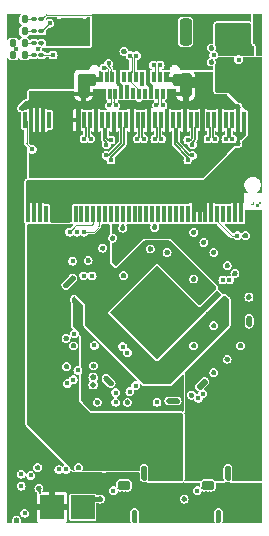
<source format=gbr>
%TF.GenerationSoftware,KiCad,Pcbnew,(6.0.2)*%
%TF.CreationDate,2022-04-22T09:08:26+08:00*%
%TF.ProjectId,usb-nvme,7573622d-6e76-46d6-952e-6b696361645f,rev?*%
%TF.SameCoordinates,Original*%
%TF.FileFunction,Copper,L4,Bot*%
%TF.FilePolarity,Positive*%
%FSLAX46Y46*%
G04 Gerber Fmt 4.6, Leading zero omitted, Abs format (unit mm)*
G04 Created by KiCad (PCBNEW (6.0.2)) date 2022-04-22 09:08:26*
%MOMM*%
%LPD*%
G01*
G04 APERTURE LIST*
G04 Aperture macros list*
%AMRoundRect*
0 Rectangle with rounded corners*
0 $1 Rounding radius*
0 $2 $3 $4 $5 $6 $7 $8 $9 X,Y pos of 4 corners*
0 Add a 4 corners polygon primitive as box body*
4,1,4,$2,$3,$4,$5,$6,$7,$8,$9,$2,$3,0*
0 Add four circle primitives for the rounded corners*
1,1,$1+$1,$2,$3*
1,1,$1+$1,$4,$5*
1,1,$1+$1,$6,$7*
1,1,$1+$1,$8,$9*
0 Add four rect primitives between the rounded corners*
20,1,$1+$1,$2,$3,$4,$5,0*
20,1,$1+$1,$4,$5,$6,$7,0*
20,1,$1+$1,$6,$7,$8,$9,0*
20,1,$1+$1,$8,$9,$2,$3,0*%
G04 Aperture macros list end*
%TA.AperFunction,NonConductor*%
%ADD10C,0.000000*%
%TD*%
%TA.AperFunction,ComponentPad*%
%ADD11R,2.000000X2.000000*%
%TD*%
%TA.AperFunction,ComponentPad*%
%ADD12C,0.700000*%
%TD*%
%TA.AperFunction,SMDPad,CuDef*%
%ADD13RoundRect,0.147500X-0.147500X-0.172500X0.147500X-0.172500X0.147500X0.172500X-0.147500X0.172500X0*%
%TD*%
%TA.AperFunction,SMDPad,CuDef*%
%ADD14R,2.286000X1.854500*%
%TD*%
%TA.AperFunction,SMDPad,CuDef*%
%ADD15RoundRect,0.100000X0.130000X0.100000X-0.130000X0.100000X-0.130000X-0.100000X0.130000X-0.100000X0*%
%TD*%
%TA.AperFunction,SMDPad,CuDef*%
%ADD16R,1.200000X3.000000*%
%TD*%
%TA.AperFunction,SMDPad,CuDef*%
%ADD17R,0.350000X1.400000*%
%TD*%
%TA.AperFunction,SMDPad,CuDef*%
%ADD18R,0.300000X0.850000*%
%TD*%
%TA.AperFunction,ComponentPad*%
%ADD19RoundRect,0.250000X-0.550000X-0.250000X0.550000X-0.250000X0.550000X0.250000X-0.550000X0.250000X0*%
%TD*%
%TA.AperFunction,ComponentPad*%
%ADD20RoundRect,0.250000X-0.250000X-0.750000X0.250000X-0.750000X0.250000X0.750000X-0.250000X0.750000X0*%
%TD*%
%TA.AperFunction,SMDPad,CuDef*%
%ADD21RoundRect,0.575000X-0.925000X-0.575000X0.925000X-0.575000X0.925000X0.575000X-0.925000X0.575000X0*%
%TD*%
%TA.AperFunction,ComponentPad*%
%ADD22RoundRect,0.125000X-0.875000X0.125000X-0.875000X-0.125000X0.875000X-0.125000X0.875000X0.125000X0*%
%TD*%
%TA.AperFunction,ComponentPad*%
%ADD23RoundRect,0.250000X-0.250000X-0.900000X0.250000X-0.900000X0.250000X0.900000X-0.250000X0.900000X0*%
%TD*%
%TA.AperFunction,SMDPad,CuDef*%
%ADD24RoundRect,0.147500X0.147500X0.172500X-0.147500X0.172500X-0.147500X-0.172500X0.147500X-0.172500X0*%
%TD*%
%TA.AperFunction,ViaPad*%
%ADD25C,0.450000*%
%TD*%
%TA.AperFunction,ViaPad*%
%ADD26C,0.500000*%
%TD*%
%TA.AperFunction,Conductor*%
%ADD27C,0.117000*%
%TD*%
%TA.AperFunction,Conductor*%
%ADD28C,0.135000*%
%TD*%
%TA.AperFunction,Conductor*%
%ADD29C,0.100000*%
%TD*%
%TA.AperFunction,Conductor*%
%ADD30C,0.300000*%
%TD*%
%TA.AperFunction,Conductor*%
%ADD31C,0.400000*%
%TD*%
%TA.AperFunction,Conductor*%
%ADD32C,0.450000*%
%TD*%
G04 APERTURE END LIST*
D10*
G36*
X21700000Y-16350000D02*
G01*
X21500000Y-16350000D01*
X21500000Y-16150000D01*
X21700000Y-16150000D01*
X21700000Y-16350000D01*
G37*
G36*
X21500000Y-16550000D02*
G01*
X21300000Y-16550000D01*
X21300000Y-16350000D01*
X21500000Y-16350000D01*
X21500000Y-16550000D01*
G37*
G36*
X20900000Y-16350000D02*
G01*
X21050000Y-16350000D01*
X21050000Y-16150000D01*
X21100000Y-16150000D01*
X21100000Y-16400000D01*
X20900000Y-16400000D01*
X20900000Y-16600000D01*
X20850000Y-16600000D01*
X20850000Y-16150000D01*
X20900000Y-16150000D01*
X20900000Y-16350000D01*
G37*
D11*
%TO.P,TP2,1,1*%
%TO.N,+5V*%
X4000000Y-42000000D03*
%TD*%
%TO.P,TP3,1,1*%
%TO.N,GND*%
X6600000Y-42000000D03*
%TD*%
D12*
%TO.P,U1,89,GND*%
%TO.N,GND*%
X14879899Y-26489949D03*
X15869848Y-25500000D03*
X15869848Y-25500000D03*
X11910051Y-27479899D03*
X12900000Y-28469848D03*
X12900000Y-22530152D03*
X13889949Y-25500000D03*
X13889949Y-27479899D03*
X14879899Y-24510051D03*
X10920101Y-24510051D03*
X11910051Y-27479899D03*
X12900000Y-28469848D03*
X13889949Y-25500000D03*
X10920101Y-26489949D03*
X14879899Y-24510051D03*
X11910051Y-25500000D03*
X13889949Y-23520101D03*
X12900000Y-24510051D03*
X12900000Y-26489949D03*
X11910051Y-23520101D03*
X9930152Y-25500000D03*
X12900000Y-26489949D03*
X14879899Y-26489949D03*
X13889949Y-27479899D03*
%TD*%
D13*
%TO.P,D7,1,K*%
%TO.N,GND*%
X715000Y-1700000D03*
%TO.P,D7,2,A*%
%TO.N,Net-(D7-Pad2)*%
X1685000Y-1700000D03*
%TD*%
%TO.P,D6,1,K*%
%TO.N,GND*%
X715000Y-700000D03*
%TO.P,D6,2,A*%
%TO.N,Net-(D6-Pad2)*%
X1685000Y-700000D03*
%TD*%
D14*
%TO.P,L1,1*%
%TO.N,/3V3P_SW*%
X19000000Y-2007750D03*
%TO.P,L1,2*%
%TO.N,+3.3VP*%
X19000000Y-5792250D03*
%TD*%
D15*
%TO.P,R9,1*%
%TO.N,M2_LED*%
X3120000Y-1700000D03*
%TO.P,R9,2*%
%TO.N,Net-(D7-Pad2)*%
X2480000Y-1700000D03*
%TD*%
D16*
%TO.P,J2,0*%
%TO.N,+3.3VP*%
X21200000Y-10100000D03*
%TO.N,+5V*%
X800000Y-10100000D03*
D17*
%TO.P,J2,1,CONFIG3*%
%TO.N,GND*%
X20250000Y-9200000D03*
%TO.P,J2,2,3.3V*%
%TO.N,+3.3VP*%
X20000000Y-17200000D03*
%TO.P,J2,3,GND*%
%TO.N,GND*%
X19750000Y-9200000D03*
%TO.P,J2,4,3.3V*%
%TO.N,+3.3VP*%
X19500000Y-17200000D03*
%TO.P,J2,5,PERn3*%
%TO.N,PCIe_RX3-*%
X19250000Y-9200000D03*
%TO.P,J2,6,NC*%
%TO.N,unconnected-(J2-Pad6)*%
X19000000Y-17200000D03*
%TO.P,J2,7,PERp3*%
%TO.N,PCIe_RX3+*%
X18750000Y-9200000D03*
%TO.P,J2,8,NC*%
%TO.N,unconnected-(J2-Pad8)*%
X18500000Y-17200000D03*
%TO.P,J2,9,GND*%
%TO.N,GND*%
X18250000Y-9200000D03*
%TO.P,J2,10,DAS/~{DSS}/~{LED1}*%
%TO.N,M2_LED*%
X18000000Y-17200000D03*
%TO.P,J2,11,PETn3*%
%TO.N,PCIe_TX3-*%
X17750000Y-9200000D03*
%TO.P,J2,12,3.3V*%
%TO.N,+3.3VP*%
X17500000Y-17200000D03*
%TO.P,J2,13,PETp3*%
%TO.N,PCIe_TX3+*%
X17250000Y-9200000D03*
%TO.P,J2,14,3.3V*%
%TO.N,+3.3VP*%
X17000000Y-17200000D03*
%TO.P,J2,15,GND*%
%TO.N,GND*%
X16750000Y-9200000D03*
%TO.P,J2,16,3.3V*%
%TO.N,+3.3VP*%
X16500000Y-17200000D03*
%TO.P,J2,17,PERn2*%
%TO.N,PCIe_RX2-*%
X16250000Y-9200000D03*
%TO.P,J2,18,3.3V*%
%TO.N,+3.3VP*%
X16000000Y-17200000D03*
%TO.P,J2,19,PERp2*%
%TO.N,PCIe_RX2+*%
X15750000Y-9200000D03*
%TO.P,J2,20,NC*%
%TO.N,unconnected-(J2-Pad20)*%
X15500000Y-17200000D03*
%TO.P,J2,21,CONFIG0*%
%TO.N,GND*%
X15250000Y-9200000D03*
%TO.P,J2,22,NC*%
%TO.N,unconnected-(J2-Pad22)*%
X15000000Y-17200000D03*
%TO.P,J2,23,PETn2*%
%TO.N,PCIe_TX2-*%
X14750000Y-9200000D03*
%TO.P,J2,24,NC*%
%TO.N,unconnected-(J2-Pad24)*%
X14500000Y-17200000D03*
%TO.P,J2,25,PETp2*%
%TO.N,PCIe_TX2+*%
X14250000Y-9200000D03*
%TO.P,J2,26,NC*%
%TO.N,unconnected-(J2-Pad26)*%
X14000000Y-17200000D03*
%TO.P,J2,27,GND*%
%TO.N,GND*%
X13750000Y-9200000D03*
%TO.P,J2,28,NC*%
%TO.N,unconnected-(J2-Pad28)*%
X13500000Y-17200000D03*
%TO.P,J2,29,PERn1*%
%TO.N,PCIe_RX1-*%
X13250000Y-9200000D03*
%TO.P,J2,30,NC*%
%TO.N,unconnected-(J2-Pad30)*%
X13000000Y-17200000D03*
%TO.P,J2,31,PERp1*%
%TO.N,PCIe_RX1+*%
X12750000Y-9200000D03*
%TO.P,J2,32,NC*%
%TO.N,unconnected-(J2-Pad32)*%
X12500000Y-17200000D03*
%TO.P,J2,33,GND*%
%TO.N,GND*%
X12250000Y-9200000D03*
%TO.P,J2,34,NC*%
%TO.N,unconnected-(J2-Pad34)*%
X12000000Y-17200000D03*
%TO.P,J2,35,PETn1*%
%TO.N,PCIe_TX1-*%
X11750000Y-9200000D03*
%TO.P,J2,36,NC*%
%TO.N,unconnected-(J2-Pad36)*%
X11500000Y-17200000D03*
%TO.P,J2,37,PETp1*%
%TO.N,PCIe_TX1+*%
X11250000Y-9200000D03*
%TO.P,J2,38,DEVSLP*%
%TO.N,unconnected-(J2-Pad38)*%
X11000000Y-17200000D03*
%TO.P,J2,39,GND*%
%TO.N,GND*%
X10750000Y-9200000D03*
%TO.P,J2,40,SMB_SCL*%
%TO.N,unconnected-(J2-Pad40)*%
X10500000Y-17200000D03*
%TO.P,J2,41,PERn0/SATA-B+*%
%TO.N,PCIe_RX0-*%
X10250000Y-9200000D03*
%TO.P,J2,42,SMB_SDA*%
%TO.N,unconnected-(J2-Pad42)*%
X10000000Y-17200000D03*
%TO.P,J2,43,PERp0/SATA-B-*%
%TO.N,PCIe_RX0+*%
X9750000Y-9200000D03*
%TO.P,J2,44,NC*%
%TO.N,unconnected-(J2-Pad44)*%
X9500000Y-17200000D03*
%TO.P,J2,45,GND*%
%TO.N,GND*%
X9250000Y-9200000D03*
%TO.P,J2,46,NC*%
%TO.N,unconnected-(J2-Pad46)*%
X9000000Y-17200000D03*
%TO.P,J2,47,PETn0/SATA-A-*%
%TO.N,PCIe_TX0-*%
X8750000Y-9200000D03*
%TO.P,J2,48,NC*%
%TO.N,unconnected-(J2-Pad48)*%
X8500000Y-17200000D03*
%TO.P,J2,49,PETp0/SATA-A+*%
%TO.N,PCIe_TX0+*%
X8250000Y-9200000D03*
%TO.P,J2,50,~{PERST}*%
%TO.N,~{PCIe_RST}*%
X8000000Y-17200000D03*
%TO.P,J2,51,GND*%
%TO.N,GND*%
X7750000Y-9200000D03*
%TO.P,J2,52,~{CLKREQ}*%
%TO.N,PCIe_CLKREQ*%
X7500000Y-17200000D03*
%TO.P,J2,53,REFCLKn*%
%TO.N,PCIe_REFCLK-*%
X7250000Y-9200000D03*
%TO.P,J2,54,~{PEWAKE}*%
%TO.N,unconnected-(J2-Pad54)*%
X7000000Y-17200000D03*
%TO.P,J2,55,REFCLKp*%
%TO.N,PCIe_REFCLK+*%
X6750000Y-9200000D03*
%TO.P,J2,56,MFG1*%
%TO.N,unconnected-(J2-Pad56)*%
X6500000Y-17200000D03*
%TO.P,J2,57,GND*%
%TO.N,GND*%
X6250000Y-9200000D03*
%TO.P,J2,58,MGF2*%
%TO.N,unconnected-(J2-Pad58)*%
X6000000Y-17200000D03*
%TO.P,J2,67,NC*%
%TO.N,unconnected-(J2-Pad67)*%
X3750000Y-9200000D03*
%TO.P,J2,68,SUSCLK*%
%TO.N,unconnected-(J2-Pad68)*%
X3500000Y-17200000D03*
%TO.P,J2,69,CONFIG1*%
%TO.N,GND*%
X3250000Y-9200000D03*
%TO.P,J2,70,3.3V*%
%TO.N,+3.3VP*%
X3000000Y-17200000D03*
%TO.P,J2,71,GND*%
%TO.N,GND*%
X2750000Y-9200000D03*
%TO.P,J2,72,3.3V*%
%TO.N,+3.3VP*%
X2500000Y-17200000D03*
%TO.P,J2,73,GND*%
%TO.N,GND*%
X2250000Y-9200000D03*
%TO.P,J2,74,3.3V*%
%TO.N,+3.3VP*%
X2000000Y-17200000D03*
%TO.P,J2,75,CONFIG2*%
%TO.N,PCIe_DET*%
X1750000Y-9200000D03*
%TD*%
D18*
%TO.P,J1,A1,GND*%
%TO.N,GND*%
X8380000Y-6972500D03*
%TO.P,J1,A2,TX1+*%
%TO.N,USB_TX1-*%
X8880000Y-6972500D03*
%TO.P,J1,A3,TX1-*%
%TO.N,USB_TX1+*%
X9380000Y-6972500D03*
%TO.P,J1,A4,VBUS*%
%TO.N,+5V*%
X9880000Y-6972500D03*
%TO.P,J1,A5,CC1*%
%TO.N,USB_CC1*%
X10380000Y-6972500D03*
%TO.P,J1,A6,D+*%
%TO.N,USB_D+*%
X10880000Y-6972500D03*
%TO.P,J1,A7,D-*%
%TO.N,USB_D-*%
X11380000Y-6972500D03*
%TO.P,J1,A8,SBU1*%
%TO.N,unconnected-(J1-PadA8)*%
X11880000Y-6972500D03*
%TO.P,J1,A9,VBUS*%
%TO.N,+5V*%
X12380000Y-6972500D03*
%TO.P,J1,A10,RX2-*%
%TO.N,USB_RX2-*%
X12880000Y-6972500D03*
%TO.P,J1,A11,RX2+*%
%TO.N,USB_RX2+*%
X13380000Y-6972500D03*
%TO.P,J1,A12,GND*%
%TO.N,GND*%
X13880000Y-6972500D03*
%TO.P,J1,B1,GND*%
X13630000Y-5572500D03*
%TO.P,J1,B2,TX2+*%
%TO.N,USB_TX2+*%
X13130000Y-5572500D03*
%TO.P,J1,B3,TX2-*%
%TO.N,USB_TX2-*%
X12630000Y-5572500D03*
%TO.P,J1,B4,VBUS*%
%TO.N,+5V*%
X12130000Y-5572500D03*
%TO.P,J1,B5,CC2*%
%TO.N,USB_CC2*%
X11630000Y-5572500D03*
%TO.P,J1,B6,D+*%
%TO.N,USB_D+*%
X11130000Y-5572500D03*
%TO.P,J1,B7,D-*%
%TO.N,USB_D-*%
X10630000Y-5572500D03*
%TO.P,J1,B8,SBU2*%
%TO.N,unconnected-(J1-PadB8)*%
X10130000Y-5572500D03*
%TO.P,J1,B9,VBUS*%
%TO.N,+5V*%
X9630000Y-5572500D03*
%TO.P,J1,B10,RX1-*%
%TO.N,USB_RX1+*%
X9130000Y-5572500D03*
%TO.P,J1,B11,RX1+*%
%TO.N,USB_RX1-*%
X8630000Y-5572500D03*
%TO.P,J1,B12,GND*%
%TO.N,GND*%
X8130000Y-5572500D03*
D19*
%TO.P,J1,S1,SHIELD*%
X7000000Y-5797500D03*
D20*
X6680000Y-6297500D03*
D19*
X15000000Y-5787500D03*
D20*
X15320000Y-6287500D03*
D21*
X5680000Y-1747500D03*
D22*
X5680000Y-897500D03*
D23*
X15320000Y-1747500D03*
%TD*%
D15*
%TO.P,R8,1*%
%TO.N,+5V*%
X3120001Y-700000D03*
%TO.P,R8,2*%
%TO.N,Net-(D6-Pad2)*%
X2480001Y-700000D03*
%TD*%
%TO.P,R10,1*%
%TO.N,HS_LED*%
X3120000Y-3700000D03*
%TO.P,R10,2*%
%TO.N,Net-(D8-Pad1)*%
X2480000Y-3700000D03*
%TD*%
%TO.P,R12,1*%
%TO.N,LS_LED*%
X3120000Y-2700001D03*
%TO.P,R12,2*%
%TO.N,Net-(D9-Pad1)*%
X2480000Y-2700001D03*
%TD*%
D24*
%TO.P,D9,1,K*%
%TO.N,Net-(D9-Pad1)*%
X1685000Y-2700000D03*
%TO.P,D9,2,A*%
%TO.N,+3V3*%
X715000Y-2700000D03*
%TD*%
%TO.P,D8,1,K*%
%TO.N,Net-(D8-Pad1)*%
X1685000Y-3700000D03*
%TO.P,D8,2,A*%
%TO.N,+3V3*%
X715000Y-3700000D03*
%TD*%
D25*
%TO.N,USB_TX1+*%
X9405000Y-7954577D03*
%TO.N,PCIe_TX0-*%
X8994455Y-10905545D03*
%TO.N,USB_TX1-*%
X8855000Y-7954577D03*
%TO.N,PCIe_TX0+*%
X8605545Y-11294455D03*
%TO.N,USB_TX2+*%
X13155000Y-4554577D03*
%TO.N,USB_TX2-*%
X12605000Y-4554577D03*
%TO.N,PCIe_TX1-*%
X11775000Y-10812379D03*
%TO.N,PCIe_TX1+*%
X11225000Y-10812379D03*
%TO.N,PCIe_TX2-*%
X15894455Y-12205545D03*
%TO.N,GND*%
X8200000Y-11750000D03*
X16900000Y-40000000D03*
X8100000Y-41300000D03*
X16011270Y-28328427D03*
X16750000Y-10000000D03*
X3100000Y-10500000D03*
X20700000Y-26500000D03*
X7525988Y-30025483D03*
X10400000Y-40300000D03*
X7074500Y-21100000D03*
X18839697Y-29459798D03*
X17500000Y-40000000D03*
X18100000Y-43050000D03*
X7900000Y-7000000D03*
X20700000Y-26000000D03*
X19971068Y-28328427D03*
X12700000Y-18300000D03*
X17500000Y-4300000D03*
X13800000Y-11200000D03*
X17800000Y-7600000D03*
X18900000Y-39500000D03*
X18250000Y-8100000D03*
X18100000Y-42450000D03*
X18900000Y-39100000D03*
X17200000Y-40300000D03*
X13900000Y-33000000D03*
X19500000Y-22200000D03*
X17708326Y-30591169D03*
X11800000Y-39100000D03*
X20400000Y-19000000D03*
X18300000Y-7600000D03*
X10750000Y-8100000D03*
X3100000Y-7800000D03*
X2800000Y-10500000D03*
X18100000Y-42750000D03*
X1100000Y-1200000D03*
X15200000Y-13100000D03*
X21400000Y-600000D03*
X16506245Y-31793250D03*
X18839697Y-21540202D03*
X17708326Y-26631371D03*
X10400000Y-33100000D03*
X1450000Y-8200000D03*
X19750000Y-10000000D03*
X7750000Y-8100000D03*
X16750000Y-8100000D03*
X13750000Y-10000000D03*
X21400000Y-1100000D03*
X11000000Y-42750000D03*
X21400000Y-2600000D03*
X8586649Y-31086144D03*
X7850000Y-33100000D03*
X15799138Y-32500357D03*
X6250000Y-10000000D03*
X4450000Y-8200000D03*
X17300000Y-7600000D03*
X13748528Y-20408831D03*
X19750000Y-8100000D03*
X18900000Y-38700000D03*
X16900000Y-40300000D03*
X9800000Y-40300000D03*
X6250000Y-8100000D03*
X15200000Y-41300000D03*
X11000000Y-42450000D03*
X17200000Y-40000000D03*
X14600000Y-33000000D03*
X10400000Y-40000000D03*
X16750000Y-11200000D03*
X17500000Y-3100000D03*
X6250000Y-38650000D03*
X10100000Y-3400000D03*
X2800000Y-38650000D03*
X14300000Y-7000000D03*
X8303807Y-20055277D03*
X2800000Y-7200000D03*
X2800000Y-7500000D03*
X9300000Y-13100000D03*
X7750000Y-10000000D03*
X12334315Y-20125988D03*
X17300000Y-7100000D03*
X2800000Y-7800000D03*
X3100000Y-7500000D03*
X10750000Y-11200000D03*
X10750000Y-10000000D03*
X5181025Y-23200000D03*
X10000862Y-18358222D03*
X9250000Y-10000000D03*
X11800000Y-38700000D03*
X16011270Y-22671573D03*
X5250000Y-30100000D03*
X21400000Y-1600000D03*
X10100000Y-40000000D03*
X20678175Y-24200000D03*
X17300000Y-6600000D03*
X3100000Y-10800000D03*
X12250000Y-10000000D03*
X10071573Y-22388730D03*
X5758222Y-22600862D03*
X16930509Y-31368986D03*
X18250000Y-10000000D03*
X2800000Y-10800000D03*
X9010914Y-31510407D03*
X2900000Y-40400000D03*
X3100000Y-7200000D03*
X10100000Y-40300000D03*
X12250000Y-11200000D03*
X9152334Y-19206750D03*
X5200000Y-27700000D03*
X12250000Y-8100000D03*
X19750000Y-11200000D03*
D26*
X7500000Y-30980000D03*
D25*
X11000000Y-43050000D03*
X5828932Y-28328427D03*
X11800000Y-39500000D03*
X16859798Y-19560303D03*
X17708326Y-20408831D03*
X1000000Y-43075500D03*
X16011270Y-18711775D03*
X15250000Y-10000000D03*
X17500000Y-40300000D03*
X21400000Y-2100000D03*
X18250000Y-11200000D03*
X16300000Y-11750000D03*
X9800000Y-40000000D03*
%TO.N,USB_CC1*%
X10400000Y-6400000D03*
X11100000Y-31700000D03*
%TO.N,PCIe_TX2+*%
X15505545Y-12594455D03*
%TO.N,USB_CC2*%
X10600000Y-32200000D03*
X11650000Y-6150000D03*
%TO.N,PCIe_TX3-*%
X17775000Y-10812379D03*
%TO.N,PCIe_TX3+*%
X17225000Y-10812379D03*
%TO.N,~{PCIe_RST}*%
X6700000Y-18700000D03*
X7600000Y-28300000D03*
%TO.N,+1V0*%
X9505887Y-28045584D03*
X13400000Y-39500000D03*
X14879899Y-21540202D03*
X7808831Y-24651472D03*
X13465685Y-30874012D03*
X12970711Y-19631014D03*
X18768986Y-25570711D03*
X11202944Y-21257359D03*
X7808831Y-26348528D03*
X13400000Y-39100000D03*
X8400000Y-38700000D03*
X17142641Y-23802944D03*
X9223045Y-23237258D03*
X14879899Y-29459798D03*
X10920101Y-29459798D03*
X16859798Y-27479899D03*
X13400000Y-38700000D03*
X16859798Y-23520101D03*
%TO.N,/3V3P_SW*%
X19800000Y-3400000D03*
X20300000Y-3400000D03*
X19300000Y-3400000D03*
X18800000Y-3400000D03*
X20800000Y-3400000D03*
%TO.N,+5V*%
X16900000Y-500000D03*
X17900000Y-500000D03*
X17400000Y-1100000D03*
X12900000Y-33100000D03*
X16900000Y-1100000D03*
X17400000Y-1600000D03*
X8800000Y-42500000D03*
X18400000Y-500000D03*
X16400000Y-42500000D03*
X19700000Y-500000D03*
X7400000Y-40200000D03*
X16400000Y-43000000D03*
X15900000Y-43000000D03*
X8800000Y-43000000D03*
X16900000Y-1600000D03*
X15900000Y-42500000D03*
X9300000Y-43000000D03*
X9300000Y-42500000D03*
%TO.N,+3.3VP*%
X21500000Y-7100000D03*
X21500000Y-6600000D03*
X21500000Y-6100000D03*
X21500000Y-7600000D03*
X21500000Y-5600000D03*
X18000000Y-6600000D03*
%TO.N,+2V5*%
X9200000Y-40600000D03*
X16789087Y-21328070D03*
X16789087Y-29671930D03*
X19051829Y-27409188D03*
X20500000Y-38700000D03*
X10990812Y-19348171D03*
X15622361Y-30838656D03*
X19758936Y-24297918D03*
X20500000Y-39100000D03*
X15092031Y-19631014D03*
X9293755Y-21045227D03*
X15500000Y-38700000D03*
X20500000Y-39500000D03*
%TO.N,+3V3*%
X1000000Y-3200000D03*
X5200000Y-38800000D03*
X11400000Y-33100000D03*
X9505887Y-30166905D03*
X5899643Y-24439340D03*
X2200000Y-39300000D03*
X14844544Y-31616474D03*
X6100000Y-18700000D03*
X16300000Y-40600000D03*
X6700000Y-32900000D03*
%TO.N,LS_LED*%
X1400000Y-40200000D03*
X2800000Y-3200000D03*
X7400000Y-22400000D03*
%TO.N,HS_LED*%
X10000000Y-28400000D03*
X4100000Y-3700000D03*
X1400000Y-39200000D03*
%TO.N,USB_D+*%
X10892153Y-6703797D03*
X11155000Y-3749500D03*
X16382501Y-32765522D03*
X11104502Y-5800000D03*
%TO.N,USB_D-*%
X10605000Y-3749500D03*
X11375500Y-7300000D03*
X16771410Y-32376613D03*
%TO.N,USB_RX2-*%
X12855000Y-7954577D03*
%TO.N,USB_RX2+*%
X13405000Y-7954577D03*
%TO.N,USB_RX1-*%
X8405545Y-4794455D03*
%TO.N,USB_RX1+*%
X8794455Y-4405545D03*
%TO.N,M2_LED*%
X19700000Y-19000000D03*
X3800000Y-1000000D03*
X1700000Y-42500000D03*
%TO.N,PCIe_PWR_EN*%
X17700000Y-3700000D03*
X5900000Y-27300000D03*
X19800000Y-4100000D03*
%TO.N,SPI_DO*%
X5300000Y-31500000D03*
X10400000Y-28900000D03*
%TO.N,SPI_CLK*%
X5800000Y-31200000D03*
D26*
X7500000Y-31620000D03*
D25*
%TO.N,SPI_DI*%
X6200000Y-30400000D03*
X9400000Y-32300000D03*
%TO.N,PCIe_REFCLK-*%
X7275000Y-10800000D03*
X19030282Y-22755282D03*
%TO.N,PCIe_REFCLK+*%
X18480282Y-22755282D03*
X6725000Y-10800000D03*
%TO.N,PCIe_RX3-*%
X19275000Y-10812379D03*
%TO.N,PCIe_RX3+*%
X18725000Y-10812379D03*
%TO.N,PCIe_RX2-*%
X15894455Y-11294455D03*
%TO.N,PCIe_RX2+*%
X15505545Y-10905545D03*
%TO.N,PCIe_RX1-*%
X13275000Y-10812379D03*
%TO.N,PCIe_RX1+*%
X12725000Y-10812379D03*
%TO.N,PCIe_RX0-*%
X8994455Y-12594455D03*
%TO.N,PCIe_RX0+*%
X8605545Y-12205545D03*
%TO.N,PCIe_DET*%
X2350000Y-11700000D03*
X6700000Y-22400000D03*
%TO.N,PCIe_CLKREQ*%
X5750000Y-21150000D03*
X5500000Y-18700000D03*
%TO.N,VBUS_DET*%
X4600000Y-38800000D03*
X9400000Y-33100000D03*
%TD*%
D27*
%TO.N,USB_TX1-*%
X8992209Y-7817368D02*
G75*
G03*
X9021499Y-7746657I-70705J70709D01*
G01*
%TO.N,USB_TX2+*%
X12988502Y-4762497D02*
G75*
G02*
X13017792Y-4691787I99994J2D01*
G01*
X12988500Y-5114579D02*
G75*
G03*
X13017789Y-5185289I99999J0D01*
G01*
D28*
%TO.N,PCIe_TX0+*%
X8353211Y-9828211D02*
G75*
G02*
X8382500Y-9898921I-70710J-70710D01*
G01*
X8605545Y-11113137D02*
G75*
G03*
X8576256Y-11042427I-99999J0D01*
G01*
X8382501Y-10807250D02*
G75*
G03*
X8411791Y-10877960I99994J-2D01*
G01*
D27*
%TO.N,USB_TX1-*%
X9021500Y-7430421D02*
G75*
G03*
X8992211Y-7359711I-99999J0D01*
G01*
D28*
%TO.N,PCIe_TX0-*%
X8617501Y-10709908D02*
G75*
G03*
X8646791Y-10780618I99994J-2D01*
G01*
D27*
%TO.N,USB_TX1+*%
X9238502Y-7746657D02*
G75*
G03*
X9267792Y-7817367I99994J-2D01*
G01*
D28*
%TO.N,PCIe_TX0-*%
X8617500Y-9898921D02*
G75*
G02*
X8646789Y-9828211I99999J0D01*
G01*
X8742427Y-10876256D02*
G75*
G03*
X8813137Y-10905545I70710J70710D01*
G01*
D27*
%TO.N,USB_TX1+*%
X9238500Y-7430421D02*
G75*
G02*
X9267789Y-7359711I99999J0D01*
G01*
%TO.N,USB_TX2-*%
X12742209Y-4691786D02*
G75*
G02*
X12771499Y-4762497I-70705J-70709D01*
G01*
X12742211Y-5185289D02*
G75*
G03*
X12771500Y-5114579I-70710J70710D01*
G01*
D28*
%TO.N,PCIe_RX0+*%
X8857573Y-12176256D02*
G75*
G02*
X8786863Y-12205545I-70710J70710D01*
G01*
D29*
%TO.N,PCIe_CLKREQ*%
X7400000Y-18100000D02*
G75*
G03*
X7500000Y-18000000I1J99999D01*
G01*
D28*
%TO.N,PCIe_RX0-*%
X8994455Y-12413137D02*
G75*
G02*
X9023744Y-12342427I99999J0D01*
G01*
X10117499Y-11207250D02*
G75*
G02*
X10088209Y-11277960I-99994J-2D01*
G01*
D29*
%TO.N,PCIe_DET*%
X1875000Y-11183579D02*
G75*
G03*
X1904289Y-11254289I99999J0D01*
G01*
D28*
%TO.N,PCIe_RX0+*%
X9853210Y-11180619D02*
G75*
G03*
X9882500Y-11109908I-70705J70709D01*
G01*
X9853211Y-9828211D02*
G75*
G02*
X9882500Y-9898921I-70710J-70710D01*
G01*
%TO.N,PCIe_RX0-*%
X10117500Y-9898921D02*
G75*
G02*
X10146789Y-9828211I99999J0D01*
G01*
%TO.N,PCIe_RX1+*%
X12882500Y-9898921D02*
G75*
G03*
X12853211Y-9828211I-99999J0D01*
G01*
X12882498Y-10613459D02*
G75*
G02*
X12853208Y-10684169I-99994J-2D01*
G01*
D29*
%TO.N,PCIe_CLKREQ*%
X6141421Y-18100000D02*
G75*
G03*
X6070711Y-18129289I0J-99999D01*
G01*
D28*
%TO.N,PCIe_RX2-*%
X16117500Y-9898921D02*
G75*
G02*
X16146789Y-9828211I99999J0D01*
G01*
%TO.N,PCIe_RX1-*%
X13117500Y-9898921D02*
G75*
G02*
X13146789Y-9828211I99999J0D01*
G01*
%TO.N,PCIe_RX3+*%
X18882498Y-10613459D02*
G75*
G02*
X18853208Y-10684169I-99994J-2D01*
G01*
%TO.N,PCIe_RX3-*%
X19117500Y-9898921D02*
G75*
G02*
X19146789Y-9828211I99999J0D01*
G01*
%TO.N,PCIe_RX2-*%
X15894455Y-11113137D02*
G75*
G02*
X15923744Y-11042427I99999J0D01*
G01*
X16117499Y-10807250D02*
G75*
G02*
X16088209Y-10877960I-99994J-2D01*
G01*
%TO.N,PCIe_RX1-*%
X13117502Y-10613459D02*
G75*
G03*
X13146792Y-10684169I99994J-2D01*
G01*
%TO.N,PCIe_RX2+*%
X15686863Y-10905545D02*
G75*
G03*
X15757573Y-10876256I0J99999D01*
G01*
X15853210Y-10780619D02*
G75*
G03*
X15882500Y-10709908I-70705J70709D01*
G01*
X15853211Y-9828211D02*
G75*
G02*
X15882500Y-9898921I-70710J-70710D01*
G01*
%TO.N,PCIe_RX3-*%
X19117502Y-10613459D02*
G75*
G03*
X19146792Y-10684169I99994J-2D01*
G01*
%TO.N,PCIe_RX3+*%
X18882500Y-9898921D02*
G75*
G03*
X18853211Y-9828211I-99999J0D01*
G01*
%TO.N,PCIe_REFCLK-*%
X7146789Y-9828211D02*
G75*
G03*
X7117500Y-9898921I70710J-70710D01*
G01*
%TO.N,PCIe_REFCLK+*%
X6853209Y-10671791D02*
G75*
G03*
X6882499Y-10601080I-70705J70709D01*
G01*
X6882500Y-9898921D02*
G75*
G03*
X6853211Y-9828211I-99999J0D01*
G01*
%TO.N,PCIe_REFCLK-*%
X7117502Y-10601080D02*
G75*
G03*
X7146792Y-10671790I99994J-2D01*
G01*
D27*
%TO.N,USB_RX1+*%
X8823744Y-4670301D02*
G75*
G02*
X8794455Y-4599591I70710J70710D01*
G01*
D29*
%TO.N,M2_LED*%
X19170710Y-18970710D02*
G75*
G03*
X19241421Y-19000000I70709J70705D01*
G01*
D27*
%TO.N,USB_RX1+*%
X8959210Y-4805767D02*
G75*
G02*
X8988500Y-4876478I-70705J-70709D01*
G01*
X9017789Y-5185289D02*
G75*
G02*
X8988500Y-5114579I70710J70710D01*
G01*
%TO.N,USB_RX1-*%
X8771499Y-4966364D02*
G75*
G03*
X8742209Y-4895654I-99994J2D01*
G01*
X8670301Y-4823744D02*
G75*
G03*
X8599591Y-4794455I-70710J-70710D01*
G01*
X8771500Y-5114579D02*
G75*
G02*
X8742211Y-5185289I-99999J0D01*
G01*
%TO.N,USB_RX2+*%
X13267791Y-7817368D02*
G75*
G02*
X13238501Y-7746657I70705J70709D01*
G01*
X13238500Y-7430421D02*
G75*
G02*
X13267789Y-7359711I99999J0D01*
G01*
%TO.N,USB_RX2-*%
X13021500Y-7430421D02*
G75*
G03*
X12992211Y-7359711I-99999J0D01*
G01*
X13021498Y-7746657D02*
G75*
G02*
X12992208Y-7817367I-99994J-2D01*
G01*
%TO.N,USB_D-*%
X10742209Y-3886709D02*
G75*
G02*
X10771499Y-3957420I-70705J-70709D01*
G01*
X10742211Y-5185289D02*
G75*
G03*
X10771500Y-5114579I-70710J70710D01*
G01*
%TO.N,USB_D+*%
X10988502Y-3957420D02*
G75*
G02*
X11017792Y-3886710I99994J2D01*
G01*
X10988500Y-5114579D02*
G75*
G03*
X11017789Y-5185289I99999J0D01*
G01*
D29*
%TO.N,LS_LED*%
X3119999Y-2838579D02*
G75*
G02*
X3090709Y-2909289I-99994J-2D01*
G01*
D30*
%TO.N,+5V*%
X12159290Y-6159290D02*
G75*
G02*
X12130000Y-6088579I70705J70709D01*
G01*
X12350711Y-6350711D02*
G75*
G02*
X12380000Y-6421421I-70710J-70710D01*
G01*
X9630000Y-6088579D02*
G75*
G03*
X9659289Y-6159289I99999J0D01*
G01*
X9879999Y-6421421D02*
G75*
G03*
X9850709Y-6350711I-99994J2D01*
G01*
D29*
X3490712Y-329289D02*
G75*
G02*
X3561422Y-300000I70710J-70710D01*
G01*
D28*
%TO.N,PCIe_TX3+*%
X17382500Y-9898921D02*
G75*
G03*
X17353211Y-9828211I-99999J0D01*
G01*
X17382498Y-10613459D02*
G75*
G02*
X17353208Y-10684169I-99994J-2D01*
G01*
D29*
%TO.N,~{PCIe_RST}*%
X8000000Y-18158579D02*
G75*
G02*
X7970711Y-18229289I-99999J0D01*
G01*
X7458579Y-18699999D02*
G75*
G03*
X7529289Y-18670709I2J99994D01*
G01*
D28*
%TO.N,PCIe_TX2+*%
X14353211Y-9828211D02*
G75*
G02*
X14382500Y-9898921I-70710J-70710D01*
G01*
%TO.N,PCIe_TX3-*%
X17646791Y-10684170D02*
G75*
G02*
X17617501Y-10613459I70705J70709D01*
G01*
X17646789Y-9828211D02*
G75*
G03*
X17617500Y-9898921I70710J-70710D01*
G01*
%TO.N,PCIe_TX2+*%
X15505545Y-12413137D02*
G75*
G03*
X15476256Y-12342427I-99999J0D01*
G01*
X14382501Y-11207250D02*
G75*
G03*
X14411791Y-11277960I99994J-2D01*
G01*
D31*
%TO.N,GND*%
X1891421Y-7800000D02*
G75*
G03*
X1820711Y-7829289I0J-99999D01*
G01*
D28*
%TO.N,PCIe_TX2-*%
X15713137Y-12205545D02*
G75*
G02*
X15642427Y-12176256I0J99999D01*
G01*
X14617501Y-11109908D02*
G75*
G03*
X14646791Y-11180618I99994J-2D01*
G01*
%TO.N,PCIe_TX1+*%
X11382500Y-9898921D02*
G75*
G03*
X11353211Y-9828211I-99999J0D01*
G01*
%TO.N,PCIe_TX2-*%
X14617500Y-9898921D02*
G75*
G02*
X14646789Y-9828211I99999J0D01*
G01*
%TO.N,PCIe_TX1+*%
X11382498Y-10613459D02*
G75*
G02*
X11353208Y-10684169I-99994J-2D01*
G01*
%TO.N,PCIe_TX1-*%
X11646789Y-9828211D02*
G75*
G03*
X11617500Y-9898921I70710J-70710D01*
G01*
X11617502Y-10613459D02*
G75*
G03*
X11646792Y-10684169I99994J-2D01*
G01*
D27*
%TO.N,USB_TX1+*%
X9267791Y-7817368D02*
X9405000Y-7954577D01*
X9238500Y-7430421D02*
X9238501Y-7746657D01*
X9380000Y-7247500D02*
X9267789Y-7359711D01*
D28*
%TO.N,PCIe_TX0-*%
X8813137Y-10905545D02*
X8994455Y-10905545D01*
X8646790Y-10780619D02*
X8742427Y-10876256D01*
X8617500Y-9898921D02*
X8617500Y-10709908D01*
X8750000Y-9725000D02*
X8646789Y-9828211D01*
D27*
%TO.N,USB_TX1-*%
X9021500Y-7430421D02*
X9021499Y-7746657D01*
X8880000Y-7247500D02*
X8992211Y-7359711D01*
X8992209Y-7817368D02*
X8855000Y-7954577D01*
D28*
%TO.N,PCIe_TX0+*%
X8605545Y-11113137D02*
X8605545Y-11294455D01*
X8250000Y-9725000D02*
X8353211Y-9828211D01*
X8411790Y-10877961D02*
X8576256Y-11042427D01*
X8382500Y-9898921D02*
X8382500Y-10807250D01*
D27*
%TO.N,USB_TX2+*%
X13130000Y-5297500D02*
X13017789Y-5185289D01*
X13017791Y-4691786D02*
X13155000Y-4554577D01*
X12988500Y-5114579D02*
X12988501Y-4762497D01*
%TO.N,USB_TX2-*%
X12771500Y-5114579D02*
X12771499Y-4762497D01*
X12742209Y-4691786D02*
X12605000Y-4554577D01*
X12630000Y-5297500D02*
X12742211Y-5185289D01*
D28*
%TO.N,PCIe_TX1-*%
X11646791Y-10684170D02*
X11775000Y-10812379D01*
X11750000Y-9725000D02*
X11646789Y-9828211D01*
X11617500Y-9898921D02*
X11617501Y-10613459D01*
%TO.N,PCIe_TX1+*%
X11353209Y-10684170D02*
X11225000Y-10812379D01*
X11382500Y-9898921D02*
X11382499Y-10613459D01*
X11250000Y-9725000D02*
X11353211Y-9828211D01*
%TO.N,PCIe_TX2-*%
X14750000Y-9725000D02*
X14646789Y-9828211D01*
X14646790Y-11180619D02*
X15642427Y-12176256D01*
X14617500Y-9898921D02*
X14617500Y-11109908D01*
X15713137Y-12205545D02*
X15894455Y-12205545D01*
D31*
%TO.N,GND*%
X1891421Y-7800000D02*
X2800000Y-7800000D01*
X1450000Y-8200000D02*
X1820711Y-7829289D01*
D32*
X11800000Y-38700000D02*
X11800000Y-39500000D01*
D30*
X8380000Y-6972500D02*
X5700000Y-6972500D01*
X13880000Y-6972500D02*
X15320000Y-6972500D01*
D31*
X8100000Y-41300000D02*
X7300000Y-41300000D01*
D32*
X13900000Y-33000000D02*
X14600000Y-33000000D01*
X8586649Y-31086144D02*
X9010914Y-31510407D01*
X18900000Y-38700000D02*
X18900000Y-39500000D01*
X5758222Y-22622803D02*
X5758222Y-22600862D01*
X16506245Y-31793250D02*
X16930509Y-31368986D01*
X20700000Y-26500000D02*
X20700000Y-26000000D01*
X5181025Y-23200000D02*
X5758222Y-22622803D01*
D30*
%TO.N,USB_CC1*%
X10380000Y-6420000D02*
X10380000Y-6972500D01*
X10400000Y-6400000D02*
X10380000Y-6420000D01*
D28*
%TO.N,PCIe_TX2+*%
X14382500Y-9898921D02*
X14382500Y-11207250D01*
X15505545Y-12413137D02*
X15505545Y-12594455D01*
X14411790Y-11277961D02*
X15476256Y-12342427D01*
X14250000Y-9725000D02*
X14353211Y-9828211D01*
D30*
%TO.N,USB_CC2*%
X11650000Y-6150000D02*
X11630000Y-6130000D01*
X11630000Y-6130000D02*
X11630000Y-5572500D01*
D28*
%TO.N,PCIe_TX3-*%
X17617500Y-9898921D02*
X17617501Y-10613459D01*
X17646791Y-10684170D02*
X17775000Y-10812379D01*
X17750000Y-9725000D02*
X17646789Y-9828211D01*
%TO.N,PCIe_TX3+*%
X17353209Y-10684170D02*
X17225000Y-10812379D01*
X17382500Y-9898921D02*
X17382499Y-10613459D01*
X17250000Y-9725000D02*
X17353211Y-9828211D01*
D29*
%TO.N,~{PCIe_RST}*%
X8000000Y-18158579D02*
X8000000Y-17200000D01*
X7529290Y-18670710D02*
X7970711Y-18229289D01*
X6700000Y-18700000D02*
X7458579Y-18700000D01*
D30*
%TO.N,+5V*%
X12130000Y-5572500D02*
X12130000Y-4930000D01*
D29*
X3561422Y-300000D02*
X7600000Y-300000D01*
D30*
X9630000Y-5572500D02*
X9630000Y-4900000D01*
X9850710Y-6350710D02*
X9659289Y-6159289D01*
X12130000Y-5572500D02*
X12130000Y-6088579D01*
X12159290Y-6159290D02*
X12350711Y-6350711D01*
X9630000Y-6088579D02*
X9630000Y-5572500D01*
X12380000Y-6421421D02*
X12380000Y-6972500D01*
X9880000Y-6972500D02*
X9880000Y-6421421D01*
D29*
X3120001Y-700000D02*
X3490712Y-329289D01*
%TO.N,+3V3*%
X715000Y-2915000D02*
X1000000Y-3200000D01*
X715000Y-3485000D02*
X1000000Y-3200000D01*
%TO.N,LS_LED*%
X3090710Y-2909290D02*
X2800000Y-3200000D01*
X3120000Y-2700001D02*
X3120000Y-2838579D01*
%TO.N,HS_LED*%
X3120000Y-3700000D02*
X4100000Y-3700000D01*
D27*
%TO.N,USB_D+*%
X11130000Y-5297500D02*
X11017789Y-5185289D01*
X11017791Y-3886709D02*
X11155000Y-3749500D01*
X10988500Y-5114579D02*
X10988501Y-3957420D01*
%TO.N,USB_D-*%
X10630000Y-5899984D02*
X11380000Y-6649984D01*
X10630000Y-5297500D02*
X10742211Y-5185289D01*
X10771500Y-5114579D02*
X10771499Y-3957420D01*
X10742209Y-3886709D02*
X10605000Y-3749500D01*
%TO.N,USB_RX2-*%
X13021500Y-7430421D02*
X13021499Y-7746657D01*
X12992209Y-7817368D02*
X12855000Y-7954577D01*
X12880000Y-7247500D02*
X12992211Y-7359711D01*
%TO.N,USB_RX2+*%
X13380000Y-7247500D02*
X13267789Y-7359711D01*
X13267791Y-7817368D02*
X13405000Y-7954577D01*
X13238500Y-7430421D02*
X13238501Y-7746657D01*
%TO.N,USB_RX1-*%
X8599591Y-4794455D02*
X8405545Y-4794455D01*
X8771500Y-5114579D02*
X8771500Y-4966364D01*
X8742210Y-4895653D02*
X8670301Y-4823744D01*
X8630000Y-5297500D02*
X8742211Y-5185289D01*
%TO.N,USB_RX1+*%
X8959210Y-4805767D02*
X8823744Y-4670301D01*
X8794455Y-4599591D02*
X8794455Y-4405545D01*
X8988500Y-5114579D02*
X8988500Y-4876478D01*
X9130000Y-5297500D02*
X9017789Y-5185289D01*
D29*
%TO.N,M2_LED*%
X19170710Y-18970710D02*
X18000000Y-17800000D01*
X19700000Y-19000000D02*
X19241421Y-19000000D01*
X3120000Y-1680000D02*
X3800000Y-1000000D01*
D28*
%TO.N,PCIe_REFCLK-*%
X7250000Y-9725000D02*
X7146789Y-9828211D01*
X7117500Y-9898921D02*
X7117501Y-10601080D01*
X7146791Y-10671791D02*
X7275000Y-10800000D01*
%TO.N,PCIe_REFCLK+*%
X6750000Y-9725000D02*
X6853211Y-9828211D01*
X6882500Y-9898921D02*
X6882499Y-10601080D01*
X6853209Y-10671791D02*
X6725000Y-10800000D01*
%TO.N,PCIe_RX3-*%
X19117500Y-9898921D02*
X19117501Y-10613459D01*
X19250000Y-9725000D02*
X19146789Y-9828211D01*
X19146791Y-10684170D02*
X19275000Y-10812379D01*
%TO.N,PCIe_RX3+*%
X18750000Y-9725000D02*
X18853211Y-9828211D01*
X18882500Y-9898921D02*
X18882499Y-10613459D01*
X18853209Y-10684170D02*
X18725000Y-10812379D01*
%TO.N,PCIe_RX2-*%
X16088210Y-10877961D02*
X15923744Y-11042427D01*
X15894455Y-11113137D02*
X15894455Y-11294455D01*
X16117500Y-9898921D02*
X16117500Y-10807250D01*
X16250000Y-9725000D02*
X16146789Y-9828211D01*
%TO.N,PCIe_RX2+*%
X15882500Y-9898921D02*
X15882500Y-10709908D01*
X15750000Y-9725000D02*
X15853211Y-9828211D01*
X15686863Y-10905545D02*
X15505545Y-10905545D01*
X15853210Y-10780619D02*
X15757573Y-10876256D01*
%TO.N,PCIe_RX1-*%
X13250000Y-9725000D02*
X13146789Y-9828211D01*
X13146791Y-10684170D02*
X13275000Y-10812379D01*
X13117500Y-9898921D02*
X13117501Y-10613459D01*
%TO.N,PCIe_RX1+*%
X12750000Y-9725000D02*
X12853211Y-9828211D01*
X12853209Y-10684170D02*
X12725000Y-10812379D01*
X12882500Y-9898921D02*
X12882499Y-10613459D01*
%TO.N,PCIe_RX0-*%
X10250000Y-9725000D02*
X10146789Y-9828211D01*
X10088210Y-11277961D02*
X9023744Y-12342427D01*
X8994455Y-12413137D02*
X8994455Y-12594455D01*
X10117500Y-9898921D02*
X10117500Y-11207250D01*
%TO.N,PCIe_RX0+*%
X9750000Y-9725000D02*
X9853211Y-9828211D01*
X8786863Y-12205545D02*
X8605545Y-12205545D01*
X9853210Y-11180619D02*
X8857573Y-12176256D01*
X9882500Y-9898921D02*
X9882500Y-11109908D01*
D29*
%TO.N,PCIe_DET*%
X2350000Y-11700000D02*
X1904289Y-11254289D01*
X1875000Y-11183579D02*
X1875000Y-9325000D01*
%TO.N,PCIe_CLKREQ*%
X5500000Y-18700000D02*
X6070711Y-18129289D01*
X6141421Y-18100000D02*
X7400000Y-18100000D01*
X7500000Y-18000000D02*
X7500000Y-17200000D01*
%TO.N,Net-(D6-Pad2)*%
X1685000Y-700000D02*
X2480001Y-700000D01*
%TO.N,Net-(D7-Pad2)*%
X2480000Y-1700000D02*
X1685000Y-1700000D01*
%TO.N,Net-(D8-Pad1)*%
X1685000Y-3700000D02*
X2480000Y-3700000D01*
%TO.N,Net-(D9-Pad1)*%
X1685000Y-2700000D02*
X2480000Y-2700001D01*
%TD*%
%TA.AperFunction,Conductor*%
%TO.N,GND*%
G36*
X16900000Y-25500000D02*
G01*
X12900000Y-29500000D01*
X8900000Y-25500000D01*
X12900000Y-21500000D01*
X16900000Y-25500000D01*
G37*
%TD.AperFunction*%
%TD*%
%TA.AperFunction,Conductor*%
%TO.N,GND*%
G36*
X1062884Y-42857148D02*
G01*
X1077464Y-42861885D01*
X1127283Y-42887268D01*
X1139686Y-42896280D01*
X1179220Y-42935814D01*
X1188231Y-42948216D01*
X1202809Y-42976826D01*
X1213613Y-42998031D01*
X1218351Y-43012611D01*
X1224272Y-43049999D01*
X1227097Y-43067833D01*
X1227097Y-43083162D01*
X1222054Y-43115006D01*
X1221383Y-43119244D01*
X1221384Y-43119246D01*
X1218352Y-43138388D01*
X1213615Y-43152964D01*
X1209697Y-43160654D01*
X1197492Y-43193736D01*
X1192151Y-43215982D01*
X1192031Y-43216629D01*
X1192030Y-43216634D01*
X1191521Y-43219379D01*
X1189289Y-43231422D01*
X1191025Y-43244604D01*
X1181320Y-43280828D01*
X1148842Y-43299581D01*
X1142444Y-43300000D01*
X857957Y-43300000D01*
X823309Y-43285648D01*
X811245Y-43254205D01*
X809133Y-43254371D01*
X806379Y-43219379D01*
X806378Y-43219375D01*
X806190Y-43216983D01*
X803075Y-43205938D01*
X790958Y-43162973D01*
X790957Y-43162971D01*
X790304Y-43160655D01*
X786387Y-43152967D01*
X781650Y-43138389D01*
X778618Y-43119245D01*
X778617Y-43119239D01*
X772903Y-43083163D01*
X772903Y-43067833D01*
X774514Y-43057664D01*
X781650Y-43012609D01*
X786387Y-42998031D01*
X811769Y-42948215D01*
X820779Y-42935815D01*
X860314Y-42896280D01*
X872717Y-42887268D01*
X922536Y-42861885D01*
X937116Y-42857148D01*
X992335Y-42848402D01*
X1007665Y-42848402D01*
X1062884Y-42857148D01*
G37*
%TD.AperFunction*%
%TA.AperFunction,Conductor*%
G36*
X11062888Y-42231649D02*
G01*
X11077462Y-42236384D01*
X11102375Y-42249078D01*
X11102377Y-42249079D01*
X11127283Y-42261769D01*
X11139686Y-42270780D01*
X11179219Y-42310313D01*
X11188230Y-42322715D01*
X11213614Y-42372534D01*
X11218352Y-42387115D01*
X11227098Y-42442335D01*
X11227098Y-42457666D01*
X11217618Y-42517517D01*
X11216382Y-42523150D01*
X11215920Y-42524789D01*
X11214815Y-42527456D01*
X11214363Y-42530308D01*
X11214363Y-42530309D01*
X11204311Y-42593779D01*
X11204311Y-42593783D01*
X11203860Y-42596630D01*
X11206803Y-42634017D01*
X11207458Y-42636339D01*
X11213177Y-42656616D01*
X11214412Y-42662245D01*
X11227097Y-42742333D01*
X11227097Y-42757662D01*
X11222909Y-42784110D01*
X11222909Y-42784114D01*
X11217618Y-42817518D01*
X11216381Y-42823152D01*
X11215918Y-42824792D01*
X11214815Y-42827456D01*
X11214364Y-42830304D01*
X11204311Y-42893779D01*
X11204311Y-42893783D01*
X11203860Y-42896630D01*
X11206803Y-42934017D01*
X11207459Y-42936343D01*
X11213176Y-42956616D01*
X11214413Y-42962250D01*
X11227098Y-43042333D01*
X11227098Y-43057664D01*
X11218353Y-43112882D01*
X11213616Y-43127461D01*
X11203041Y-43148217D01*
X11203041Y-43148218D01*
X11196706Y-43160650D01*
X11196204Y-43162011D01*
X11196203Y-43162013D01*
X11195849Y-43162974D01*
X11184499Y-43193736D01*
X11179158Y-43215982D01*
X11179038Y-43216629D01*
X11179037Y-43216634D01*
X11178528Y-43219379D01*
X11176296Y-43231422D01*
X11178032Y-43244604D01*
X11168327Y-43280828D01*
X11135849Y-43299581D01*
X11129451Y-43300000D01*
X10870950Y-43300000D01*
X10836302Y-43285648D01*
X10824238Y-43254205D01*
X10822126Y-43254371D01*
X10819372Y-43219378D01*
X10819371Y-43219373D01*
X10819183Y-43216983D01*
X10817827Y-43212172D01*
X10803952Y-43162974D01*
X10803951Y-43162973D01*
X10803299Y-43160659D01*
X10799381Y-43152968D01*
X10796973Y-43148242D01*
X10796959Y-43148217D01*
X10786386Y-43127466D01*
X10781649Y-43112888D01*
X10775728Y-43075498D01*
X10772903Y-43057664D01*
X10772903Y-43042334D01*
X10782384Y-42982468D01*
X10783622Y-42976826D01*
X10784074Y-42975226D01*
X10785182Y-42972551D01*
X10787706Y-42956616D01*
X10795689Y-42906220D01*
X10795689Y-42906216D01*
X10796140Y-42903370D01*
X10793197Y-42865983D01*
X10786825Y-42843389D01*
X10785588Y-42837754D01*
X10777092Y-42784109D01*
X10777091Y-42784105D01*
X10772903Y-42757663D01*
X10772903Y-42742333D01*
X10782384Y-42682468D01*
X10783622Y-42676826D01*
X10784074Y-42675226D01*
X10785182Y-42672551D01*
X10785635Y-42669693D01*
X10795689Y-42606220D01*
X10795689Y-42606216D01*
X10796140Y-42603370D01*
X10793197Y-42565983D01*
X10786819Y-42543370D01*
X10785586Y-42537747D01*
X10772902Y-42457666D01*
X10772902Y-42442335D01*
X10781648Y-42387115D01*
X10786386Y-42372534D01*
X10811770Y-42322715D01*
X10820781Y-42310313D01*
X10860314Y-42270780D01*
X10872717Y-42261769D01*
X10897623Y-42249079D01*
X10897625Y-42249078D01*
X10922538Y-42236384D01*
X10937112Y-42231649D01*
X10992335Y-42222902D01*
X11007665Y-42222902D01*
X11062888Y-42231649D01*
G37*
%TD.AperFunction*%
%TA.AperFunction,Conductor*%
G36*
X18162888Y-42231649D02*
G01*
X18177462Y-42236384D01*
X18202375Y-42249078D01*
X18202377Y-42249079D01*
X18227283Y-42261769D01*
X18239686Y-42270780D01*
X18279219Y-42310313D01*
X18288230Y-42322715D01*
X18313614Y-42372534D01*
X18318352Y-42387115D01*
X18327098Y-42442335D01*
X18327098Y-42457666D01*
X18317618Y-42517517D01*
X18316382Y-42523150D01*
X18315920Y-42524789D01*
X18314815Y-42527456D01*
X18314363Y-42530308D01*
X18314363Y-42530309D01*
X18304311Y-42593779D01*
X18304311Y-42593783D01*
X18303860Y-42596630D01*
X18306803Y-42634017D01*
X18307458Y-42636339D01*
X18313177Y-42656616D01*
X18314412Y-42662245D01*
X18327097Y-42742333D01*
X18327097Y-42757662D01*
X18322909Y-42784110D01*
X18322909Y-42784114D01*
X18317618Y-42817518D01*
X18316381Y-42823152D01*
X18315918Y-42824792D01*
X18314815Y-42827456D01*
X18314364Y-42830304D01*
X18304311Y-42893779D01*
X18304311Y-42893783D01*
X18303860Y-42896630D01*
X18306803Y-42934017D01*
X18307459Y-42936343D01*
X18313176Y-42956616D01*
X18314413Y-42962250D01*
X18327098Y-43042333D01*
X18327098Y-43057664D01*
X18318353Y-43112882D01*
X18313616Y-43127461D01*
X18303041Y-43148217D01*
X18303041Y-43148218D01*
X18296706Y-43160650D01*
X18296204Y-43162011D01*
X18296203Y-43162013D01*
X18295849Y-43162974D01*
X18284499Y-43193736D01*
X18279158Y-43215982D01*
X18279038Y-43216629D01*
X18279037Y-43216634D01*
X18278528Y-43219379D01*
X18276296Y-43231422D01*
X18278032Y-43244604D01*
X18268327Y-43280828D01*
X18235849Y-43299581D01*
X18229451Y-43300000D01*
X17970950Y-43300000D01*
X17936302Y-43285648D01*
X17924238Y-43254205D01*
X17922126Y-43254371D01*
X17919372Y-43219378D01*
X17919371Y-43219373D01*
X17919183Y-43216983D01*
X17917827Y-43212172D01*
X17903952Y-43162974D01*
X17903951Y-43162973D01*
X17903299Y-43160659D01*
X17899381Y-43152968D01*
X17896973Y-43148242D01*
X17896959Y-43148217D01*
X17886386Y-43127466D01*
X17881649Y-43112888D01*
X17875728Y-43075498D01*
X17872903Y-43057664D01*
X17872903Y-43042334D01*
X17882384Y-42982468D01*
X17883622Y-42976826D01*
X17884074Y-42975226D01*
X17885182Y-42972551D01*
X17887706Y-42956616D01*
X17895689Y-42906220D01*
X17895689Y-42906216D01*
X17896140Y-42903370D01*
X17893197Y-42865983D01*
X17886825Y-42843389D01*
X17885588Y-42837754D01*
X17877092Y-42784109D01*
X17877091Y-42784105D01*
X17872903Y-42757663D01*
X17872903Y-42742333D01*
X17882384Y-42682468D01*
X17883622Y-42676826D01*
X17884074Y-42675226D01*
X17885182Y-42672551D01*
X17885635Y-42669693D01*
X17895689Y-42606220D01*
X17895689Y-42606216D01*
X17896140Y-42603370D01*
X17893197Y-42565983D01*
X17886819Y-42543370D01*
X17885586Y-42537747D01*
X17872902Y-42457666D01*
X17872902Y-42442335D01*
X17881648Y-42387115D01*
X17886386Y-42372534D01*
X17911770Y-42322715D01*
X17920781Y-42310313D01*
X17960314Y-42270780D01*
X17972717Y-42261769D01*
X17997623Y-42249079D01*
X17997625Y-42249078D01*
X18022538Y-42236384D01*
X18037112Y-42231649D01*
X18092335Y-42222902D01*
X18107665Y-42222902D01*
X18162888Y-42231649D01*
G37*
%TD.AperFunction*%
%TA.AperFunction,Conductor*%
G36*
X8162886Y-41081648D02*
G01*
X8177467Y-41086386D01*
X8195998Y-41095828D01*
X8227283Y-41111768D01*
X8239685Y-41120779D01*
X8279219Y-41160313D01*
X8288230Y-41172715D01*
X8313614Y-41222534D01*
X8318352Y-41237115D01*
X8327098Y-41292335D01*
X8327098Y-41307665D01*
X8318352Y-41362885D01*
X8313614Y-41377466D01*
X8288230Y-41427285D01*
X8279219Y-41439687D01*
X8239684Y-41479222D01*
X8227282Y-41488233D01*
X8202375Y-41500923D01*
X8177466Y-41513615D01*
X8162890Y-41518351D01*
X8107666Y-41527098D01*
X8092336Y-41527098D01*
X8027589Y-41516843D01*
X8018306Y-41514420D01*
X8006275Y-41509982D01*
X8004872Y-41509645D01*
X8004868Y-41509644D01*
X7992274Y-41506621D01*
X7984033Y-41504643D01*
X7982617Y-41504475D01*
X7982609Y-41504474D01*
X7950443Y-41500668D01*
X7950439Y-41500668D01*
X7949021Y-41500500D01*
X7947586Y-41500500D01*
X7946141Y-41500415D01*
X7946204Y-41499342D01*
X7914352Y-41486148D01*
X7900000Y-41451500D01*
X7900000Y-41148500D01*
X7914352Y-41113852D01*
X7946204Y-41100658D01*
X7946141Y-41099585D01*
X7947586Y-41099500D01*
X7949021Y-41099500D01*
X7950439Y-41099332D01*
X7950443Y-41099332D01*
X7982609Y-41095526D01*
X7982617Y-41095525D01*
X7984033Y-41095357D01*
X7992274Y-41093379D01*
X8004868Y-41090356D01*
X8004872Y-41090355D01*
X8006275Y-41090018D01*
X8018306Y-41085580D01*
X8027589Y-41083157D01*
X8092336Y-41072902D01*
X8107666Y-41072902D01*
X8162886Y-41081648D01*
G37*
%TD.AperFunction*%
%TA.AperFunction,Conductor*%
G36*
X15262886Y-41081648D02*
G01*
X15277467Y-41086386D01*
X15295998Y-41095828D01*
X15327283Y-41111768D01*
X15339685Y-41120779D01*
X15379219Y-41160313D01*
X15388230Y-41172715D01*
X15413614Y-41222534D01*
X15418352Y-41237115D01*
X15427098Y-41292335D01*
X15427098Y-41307665D01*
X15418352Y-41362885D01*
X15413614Y-41377466D01*
X15388230Y-41427285D01*
X15379219Y-41439687D01*
X15339684Y-41479222D01*
X15327282Y-41488233D01*
X15302375Y-41500923D01*
X15277466Y-41513615D01*
X15262890Y-41518351D01*
X15207665Y-41527098D01*
X15192335Y-41527098D01*
X15137110Y-41518351D01*
X15122536Y-41513616D01*
X15097625Y-41500923D01*
X15072715Y-41488231D01*
X15060316Y-41479222D01*
X15020781Y-41439687D01*
X15011770Y-41427285D01*
X14986386Y-41377466D01*
X14981648Y-41362885D01*
X14972902Y-41307665D01*
X14972902Y-41292335D01*
X14981648Y-41237115D01*
X14986386Y-41222534D01*
X15011770Y-41172715D01*
X15020781Y-41160313D01*
X15060315Y-41120779D01*
X15072713Y-41111771D01*
X15104003Y-41095828D01*
X15122537Y-41086384D01*
X15137111Y-41081649D01*
X15192335Y-41072902D01*
X15207665Y-41072902D01*
X15262886Y-41081648D01*
G37*
%TD.AperFunction*%
%TA.AperFunction,Conductor*%
G36*
X2962888Y-40181649D02*
G01*
X2977462Y-40186384D01*
X3002375Y-40199078D01*
X3002377Y-40199079D01*
X3027283Y-40211769D01*
X3039686Y-40220780D01*
X3079219Y-40260313D01*
X3088230Y-40272715D01*
X3100019Y-40295851D01*
X3113614Y-40322533D01*
X3118352Y-40337114D01*
X3127098Y-40392335D01*
X3127098Y-40407665D01*
X3118352Y-40462886D01*
X3113614Y-40477467D01*
X3106350Y-40491723D01*
X3106348Y-40491727D01*
X3095419Y-40513178D01*
X3085881Y-40531897D01*
X3081434Y-40540624D01*
X3073924Y-40555362D01*
X3074832Y-40555824D01*
X3071454Y-40566219D01*
X3064564Y-40577462D01*
X3055731Y-40604646D01*
X3049672Y-40631422D01*
X3059808Y-40708404D01*
X3074160Y-40743052D01*
X3074965Y-40744446D01*
X3093183Y-40776001D01*
X3098077Y-40813183D01*
X3075246Y-40842936D01*
X3050747Y-40849500D01*
X2985180Y-40849500D01*
X2974287Y-40851667D01*
X2937505Y-40844349D01*
X2916670Y-40813166D01*
X2915880Y-40799763D01*
X2917158Y-40783527D01*
X2917284Y-40781926D01*
X2915235Y-40742819D01*
X2913159Y-40738466D01*
X2883192Y-40675638D01*
X2883191Y-40675636D01*
X2881808Y-40672737D01*
X2857452Y-40644220D01*
X2811489Y-40607987D01*
X2772718Y-40588233D01*
X2760316Y-40579222D01*
X2720780Y-40539686D01*
X2711769Y-40527284D01*
X2700064Y-40504311D01*
X2693650Y-40491724D01*
X2686386Y-40477467D01*
X2681649Y-40462889D01*
X2672902Y-40407664D01*
X2672902Y-40392334D01*
X2681648Y-40337114D01*
X2686386Y-40322533D01*
X2699981Y-40295851D01*
X2711770Y-40272715D01*
X2720781Y-40260313D01*
X2760314Y-40220780D01*
X2772717Y-40211769D01*
X2797623Y-40199079D01*
X2797625Y-40199078D01*
X2822538Y-40186384D01*
X2837112Y-40181649D01*
X2892335Y-40172902D01*
X2907665Y-40172902D01*
X2962888Y-40181649D01*
G37*
%TD.AperFunction*%
%TA.AperFunction,Conductor*%
G36*
X16940665Y-39778129D02*
G01*
X16967517Y-39782382D01*
X16973150Y-39783618D01*
X16974787Y-39784080D01*
X16977456Y-39785185D01*
X16980308Y-39785637D01*
X16980309Y-39785637D01*
X17043779Y-39795689D01*
X17043783Y-39795689D01*
X17046630Y-39796140D01*
X17084017Y-39793197D01*
X17106623Y-39786821D01*
X17112253Y-39785586D01*
X17192335Y-39772902D01*
X17207665Y-39772902D01*
X17240665Y-39778129D01*
X17267517Y-39782382D01*
X17273150Y-39783618D01*
X17274787Y-39784080D01*
X17277456Y-39785185D01*
X17280308Y-39785637D01*
X17280309Y-39785637D01*
X17343779Y-39795689D01*
X17343783Y-39795689D01*
X17346630Y-39796140D01*
X17384017Y-39793197D01*
X17406623Y-39786821D01*
X17412253Y-39785586D01*
X17492335Y-39772902D01*
X17507665Y-39772902D01*
X17562890Y-39781649D01*
X17577464Y-39786384D01*
X17602375Y-39799077D01*
X17627283Y-39811768D01*
X17639684Y-39820778D01*
X17690169Y-39871263D01*
X17694512Y-39876247D01*
X17695243Y-39877341D01*
X17700144Y-39883078D01*
X17721116Y-39898313D01*
X17740711Y-39930287D01*
X17740975Y-39943718D01*
X17738517Y-39964472D01*
X17734213Y-39976880D01*
X17732028Y-39976534D01*
X17731425Y-39980341D01*
X17731425Y-39980343D01*
X17730504Y-39986159D01*
X17717668Y-40067206D01*
X17717659Y-40067243D01*
X17717661Y-40067243D01*
X17717612Y-40067551D01*
X17716381Y-40073152D01*
X17715918Y-40074792D01*
X17714815Y-40077456D01*
X17714364Y-40080304D01*
X17704311Y-40143779D01*
X17704311Y-40143783D01*
X17703860Y-40146630D01*
X17706803Y-40184017D01*
X17707458Y-40186338D01*
X17707458Y-40186340D01*
X17713178Y-40206621D01*
X17714415Y-40212257D01*
X17726546Y-40288852D01*
X17727097Y-40292328D01*
X17727097Y-40295851D01*
X17727150Y-40296522D01*
X17727150Y-40296523D01*
X17727097Y-40296523D01*
X17727098Y-40307664D01*
X17721321Y-40344136D01*
X17718351Y-40362888D01*
X17713614Y-40377466D01*
X17702133Y-40400000D01*
X17688232Y-40427283D01*
X17679220Y-40439686D01*
X17639685Y-40479221D01*
X17627284Y-40488231D01*
X17577464Y-40513616D01*
X17562890Y-40518351D01*
X17507665Y-40527098D01*
X17492335Y-40527098D01*
X17432476Y-40517617D01*
X17426840Y-40516380D01*
X17425217Y-40515922D01*
X17422551Y-40514818D01*
X17395150Y-40510478D01*
X17356220Y-40504311D01*
X17356216Y-40504311D01*
X17353370Y-40503860D01*
X17315983Y-40506803D01*
X17313662Y-40507458D01*
X17313660Y-40507458D01*
X17293379Y-40513178D01*
X17287743Y-40514415D01*
X17207665Y-40527098D01*
X17192335Y-40527098D01*
X17132476Y-40517617D01*
X17126840Y-40516380D01*
X17125217Y-40515922D01*
X17122551Y-40514818D01*
X17095150Y-40510478D01*
X17056220Y-40504311D01*
X17056216Y-40504311D01*
X17053370Y-40503860D01*
X17015983Y-40506803D01*
X17013662Y-40507458D01*
X17013660Y-40507458D01*
X16993379Y-40513178D01*
X16987742Y-40514415D01*
X16907666Y-40527098D01*
X16892336Y-40527098D01*
X16837111Y-40518351D01*
X16822533Y-40513613D01*
X16807860Y-40506137D01*
X16807844Y-40506130D01*
X16806989Y-40505694D01*
X16796121Y-40501192D01*
X16786139Y-40497056D01*
X16786129Y-40497052D01*
X16785252Y-40496689D01*
X16784356Y-40496398D01*
X16784343Y-40496393D01*
X16773882Y-40492994D01*
X16773883Y-40492994D01*
X16770673Y-40491951D01*
X16767303Y-40491819D01*
X16767300Y-40491818D01*
X16692945Y-40488895D01*
X16658887Y-40473193D01*
X16651211Y-40462179D01*
X16620510Y-40401925D01*
X16617567Y-40364537D01*
X16630439Y-40344136D01*
X16637719Y-40337227D01*
X16640049Y-40335016D01*
X16656811Y-40307665D01*
X16658388Y-40305092D01*
X16658390Y-40305088D01*
X16659645Y-40303040D01*
X16679904Y-40248126D01*
X16682383Y-40232475D01*
X16683620Y-40226840D01*
X16684078Y-40225217D01*
X16685182Y-40222551D01*
X16691661Y-40181648D01*
X16695689Y-40156220D01*
X16695689Y-40156216D01*
X16696140Y-40153370D01*
X16693197Y-40115983D01*
X16692545Y-40113670D01*
X16686823Y-40093379D01*
X16685587Y-40087746D01*
X16682388Y-40067551D01*
X16682335Y-40067214D01*
X16682334Y-40067211D01*
X16682334Y-40067208D01*
X16669497Y-39986160D01*
X16669497Y-39986159D01*
X16668575Y-39980341D01*
X16667972Y-39976534D01*
X16665786Y-39976880D01*
X16661483Y-39964474D01*
X16659641Y-39948921D01*
X16659050Y-39943933D01*
X16669227Y-39907838D01*
X16671729Y-39904908D01*
X16687289Y-39888076D01*
X16697117Y-39881225D01*
X16698493Y-39882601D01*
X16760316Y-39820778D01*
X16772719Y-39811767D01*
X16797625Y-39799077D01*
X16803835Y-39795913D01*
X16822534Y-39786385D01*
X16837110Y-39781649D01*
X16892335Y-39772902D01*
X16907665Y-39772902D01*
X16940665Y-39778129D01*
G37*
%TD.AperFunction*%
%TA.AperFunction,Conductor*%
G36*
X9840665Y-39778129D02*
G01*
X9867517Y-39782382D01*
X9873150Y-39783618D01*
X9874787Y-39784080D01*
X9877456Y-39785185D01*
X9880308Y-39785637D01*
X9880309Y-39785637D01*
X9943779Y-39795689D01*
X9943783Y-39795689D01*
X9946630Y-39796140D01*
X9984017Y-39793197D01*
X10006623Y-39786821D01*
X10012253Y-39785586D01*
X10092335Y-39772902D01*
X10107665Y-39772902D01*
X10140665Y-39778129D01*
X10167517Y-39782382D01*
X10173150Y-39783618D01*
X10174787Y-39784080D01*
X10177456Y-39785185D01*
X10180308Y-39785637D01*
X10180309Y-39785637D01*
X10243779Y-39795689D01*
X10243783Y-39795689D01*
X10246630Y-39796140D01*
X10284017Y-39793197D01*
X10306623Y-39786821D01*
X10312253Y-39785586D01*
X10392335Y-39772902D01*
X10407665Y-39772902D01*
X10462886Y-39781648D01*
X10477467Y-39786386D01*
X10495998Y-39795828D01*
X10527283Y-39811768D01*
X10539685Y-39820779D01*
X10579220Y-39860314D01*
X10588229Y-39872713D01*
X10613614Y-39922534D01*
X10618352Y-39937115D01*
X10620222Y-39948921D01*
X10625828Y-39984313D01*
X10627098Y-39992333D01*
X10627098Y-40007664D01*
X10617668Y-40067206D01*
X10617659Y-40067243D01*
X10617661Y-40067243D01*
X10617612Y-40067551D01*
X10616381Y-40073152D01*
X10615918Y-40074792D01*
X10614815Y-40077456D01*
X10614364Y-40080304D01*
X10604311Y-40143779D01*
X10604311Y-40143783D01*
X10603860Y-40146630D01*
X10606803Y-40184017D01*
X10607458Y-40186338D01*
X10607458Y-40186340D01*
X10613178Y-40206621D01*
X10614415Y-40212257D01*
X10626546Y-40288852D01*
X10627097Y-40292328D01*
X10627097Y-40295851D01*
X10627150Y-40296522D01*
X10627150Y-40296523D01*
X10627097Y-40296523D01*
X10627098Y-40307664D01*
X10621321Y-40344136D01*
X10618351Y-40362888D01*
X10613614Y-40377466D01*
X10602133Y-40400000D01*
X10588232Y-40427283D01*
X10579220Y-40439686D01*
X10539685Y-40479221D01*
X10527284Y-40488231D01*
X10477464Y-40513616D01*
X10462890Y-40518351D01*
X10407665Y-40527098D01*
X10392335Y-40527098D01*
X10332476Y-40517617D01*
X10326840Y-40516380D01*
X10325217Y-40515922D01*
X10322551Y-40514818D01*
X10295150Y-40510478D01*
X10256220Y-40504311D01*
X10256216Y-40504311D01*
X10253370Y-40503860D01*
X10215983Y-40506803D01*
X10213662Y-40507458D01*
X10213660Y-40507458D01*
X10193379Y-40513178D01*
X10187743Y-40514415D01*
X10107665Y-40527098D01*
X10092335Y-40527098D01*
X10032476Y-40517617D01*
X10026840Y-40516380D01*
X10025217Y-40515922D01*
X10022551Y-40514818D01*
X9995150Y-40510478D01*
X9956220Y-40504311D01*
X9956216Y-40504311D01*
X9953370Y-40503860D01*
X9915983Y-40506803D01*
X9913662Y-40507458D01*
X9913660Y-40507458D01*
X9893379Y-40513178D01*
X9887742Y-40514415D01*
X9807666Y-40527098D01*
X9792336Y-40527098D01*
X9737111Y-40518351D01*
X9722533Y-40513613D01*
X9707860Y-40506137D01*
X9707844Y-40506130D01*
X9706989Y-40505694D01*
X9696121Y-40501192D01*
X9686139Y-40497056D01*
X9686129Y-40497052D01*
X9685252Y-40496689D01*
X9684356Y-40496398D01*
X9684343Y-40496393D01*
X9673882Y-40492994D01*
X9673883Y-40492994D01*
X9670673Y-40491951D01*
X9667303Y-40491819D01*
X9667300Y-40491818D01*
X9592945Y-40488895D01*
X9558887Y-40473193D01*
X9551211Y-40462179D01*
X9520510Y-40401925D01*
X9517567Y-40364537D01*
X9530439Y-40344136D01*
X9537719Y-40337227D01*
X9540049Y-40335016D01*
X9556811Y-40307665D01*
X9558388Y-40305092D01*
X9558390Y-40305088D01*
X9559645Y-40303040D01*
X9579904Y-40248126D01*
X9582383Y-40232475D01*
X9583620Y-40226840D01*
X9584078Y-40225217D01*
X9585182Y-40222551D01*
X9591661Y-40181648D01*
X9595689Y-40156220D01*
X9595689Y-40156216D01*
X9596140Y-40153370D01*
X9593197Y-40115983D01*
X9592545Y-40113670D01*
X9586823Y-40093379D01*
X9585587Y-40087746D01*
X9582388Y-40067551D01*
X9582335Y-40067214D01*
X9582334Y-40067211D01*
X9582334Y-40067206D01*
X9572903Y-40007664D01*
X9572903Y-39992335D01*
X9579778Y-39948923D01*
X9581648Y-39937116D01*
X9586386Y-39922534D01*
X9608359Y-39879409D01*
X9611770Y-39872714D01*
X9620781Y-39860313D01*
X9660315Y-39820779D01*
X9672713Y-39811771D01*
X9704003Y-39795828D01*
X9722537Y-39786384D01*
X9737111Y-39781649D01*
X9792335Y-39772902D01*
X9807665Y-39772902D01*
X9840665Y-39778129D01*
G37*
%TD.AperFunction*%
%TA.AperFunction,Conductor*%
G36*
X18900166Y-38471715D02*
G01*
X18919940Y-38474847D01*
X18919978Y-38474853D01*
X18920107Y-38474873D01*
X18922453Y-38475202D01*
X18925188Y-38475586D01*
X18925237Y-38475592D01*
X18925377Y-38475612D01*
X18925562Y-38475635D01*
X18925565Y-38475635D01*
X18928632Y-38476010D01*
X18928658Y-38476013D01*
X18928814Y-38476032D01*
X18928983Y-38476050D01*
X18928995Y-38476051D01*
X18931094Y-38476270D01*
X18934073Y-38476581D01*
X18940918Y-38477173D01*
X18940928Y-38477178D01*
X18940928Y-38477175D01*
X18953659Y-38478278D01*
X18971676Y-38483436D01*
X18979921Y-38487637D01*
X18991559Y-38493567D01*
X18995239Y-38495379D01*
X18997672Y-38496536D01*
X19001441Y-38498265D01*
X19001613Y-38498341D01*
X19001624Y-38498346D01*
X19021268Y-38507030D01*
X19036104Y-38517198D01*
X19053095Y-38534189D01*
X19055181Y-38536234D01*
X19056568Y-38537568D01*
X19056745Y-38537735D01*
X19058666Y-38539548D01*
X19058709Y-38539588D01*
X19058728Y-38539606D01*
X19076184Y-38555742D01*
X19086579Y-38569476D01*
X19092715Y-38581517D01*
X19098151Y-38592186D01*
X19098966Y-38593763D01*
X19099502Y-38594785D01*
X19099554Y-38594882D01*
X19100304Y-38596293D01*
X19100332Y-38596345D01*
X19104154Y-38603427D01*
X19112732Y-38619325D01*
X19118006Y-38634930D01*
X19121993Y-38660105D01*
X19122173Y-38661215D01*
X19122182Y-38661268D01*
X19126273Y-38685848D01*
X19126586Y-38688032D01*
X19126793Y-38689748D01*
X19126815Y-38689905D01*
X19126821Y-38689952D01*
X19127349Y-38693736D01*
X19127479Y-38706263D01*
X19126565Y-38713984D01*
X19125962Y-38721649D01*
X19125944Y-38722101D01*
X19125943Y-38722122D01*
X19125518Y-38732945D01*
X19125500Y-38733413D01*
X19125500Y-39066587D01*
X19125518Y-39067036D01*
X19125518Y-39067055D01*
X19125922Y-39077321D01*
X19125962Y-39078351D01*
X19126565Y-39086016D01*
X19127539Y-39094243D01*
X19127539Y-39105756D01*
X19126565Y-39113984D01*
X19125962Y-39121649D01*
X19125500Y-39133413D01*
X19125500Y-39466587D01*
X19125962Y-39478351D01*
X19126565Y-39486016D01*
X19127478Y-39493731D01*
X19127539Y-39494243D01*
X19127539Y-39505756D01*
X19126565Y-39513984D01*
X19125962Y-39521649D01*
X19125944Y-39522110D01*
X19125943Y-39522125D01*
X19125515Y-39533040D01*
X19123471Y-39545247D01*
X19121571Y-39551556D01*
X19119409Y-39560117D01*
X19119299Y-39560652D01*
X19119297Y-39560662D01*
X19118691Y-39563620D01*
X19114339Y-39576045D01*
X19113894Y-39576917D01*
X19109657Y-39585967D01*
X19107085Y-39591973D01*
X19103446Y-39601323D01*
X19103323Y-39601673D01*
X19103309Y-39601711D01*
X19102399Y-39604303D01*
X19096092Y-39616474D01*
X19094383Y-39618875D01*
X19089204Y-39626965D01*
X19088897Y-39627501D01*
X19082179Y-39639225D01*
X19082171Y-39639240D01*
X19081885Y-39639739D01*
X19073923Y-39655365D01*
X19074830Y-39655827D01*
X19071452Y-39666221D01*
X19064566Y-39677457D01*
X19064385Y-39678015D01*
X19037362Y-39702987D01*
X19022709Y-39705960D01*
X19004947Y-39706795D01*
X19004946Y-39706795D01*
X19002544Y-39706908D01*
X19001416Y-39707188D01*
X19000664Y-39707421D01*
X19000663Y-39707421D01*
X18999846Y-39707674D01*
X18985097Y-39712241D01*
X18984449Y-39712483D01*
X18984434Y-39712488D01*
X18977640Y-39715024D01*
X18968174Y-39717513D01*
X18954013Y-39719756D01*
X18953919Y-39719772D01*
X18953685Y-39719809D01*
X18953450Y-39719851D01*
X18953423Y-39719856D01*
X18947590Y-39720909D01*
X18947573Y-39720912D01*
X18947303Y-39720961D01*
X18947026Y-39721017D01*
X18946996Y-39721023D01*
X18943386Y-39721756D01*
X18943358Y-39721762D01*
X18943156Y-39721803D01*
X18942973Y-39721844D01*
X18942937Y-39721852D01*
X18939313Y-39722670D01*
X18936842Y-39723228D01*
X18936663Y-39723272D01*
X18936614Y-39723284D01*
X18919963Y-39727420D01*
X18909881Y-39728834D01*
X18909221Y-39728858D01*
X18899834Y-39728285D01*
X18880060Y-39725153D01*
X18880022Y-39725147D01*
X18879893Y-39725127D01*
X18877547Y-39724798D01*
X18874812Y-39724414D01*
X18874763Y-39724408D01*
X18874623Y-39724388D01*
X18874435Y-39724365D01*
X18871368Y-39723990D01*
X18871342Y-39723987D01*
X18871186Y-39723968D01*
X18871017Y-39723950D01*
X18871005Y-39723949D01*
X18868906Y-39723730D01*
X18865927Y-39723419D01*
X18859082Y-39722827D01*
X18859073Y-39722823D01*
X18859073Y-39722825D01*
X18854912Y-39722465D01*
X18842895Y-39721424D01*
X18833272Y-39719607D01*
X18828931Y-39718328D01*
X18828933Y-39718328D01*
X18828928Y-39718327D01*
X18828931Y-39718318D01*
X18826418Y-39717568D01*
X18797275Y-39707674D01*
X18779643Y-39704405D01*
X18770868Y-39702778D01*
X18770862Y-39702777D01*
X18769912Y-39702601D01*
X18768946Y-39702499D01*
X18768129Y-39702381D01*
X18735900Y-39683204D01*
X18732413Y-39677837D01*
X18727998Y-39669952D01*
X18723909Y-39656471D01*
X18726078Y-39655366D01*
X18711607Y-39626965D01*
X18701836Y-39607788D01*
X18701776Y-39607672D01*
X18701088Y-39606342D01*
X18701033Y-39606235D01*
X18700513Y-39605243D01*
X18699668Y-39603655D01*
X18687268Y-39580674D01*
X18681994Y-39565070D01*
X18678007Y-39539894D01*
X18677818Y-39538732D01*
X18673727Y-39514150D01*
X18673414Y-39511967D01*
X18673235Y-39510480D01*
X18673230Y-39510443D01*
X18673207Y-39510250D01*
X18672650Y-39506251D01*
X18672521Y-39493736D01*
X18672522Y-39493731D01*
X18673435Y-39486016D01*
X18674038Y-39478351D01*
X18674500Y-39466587D01*
X18674500Y-39133413D01*
X18674038Y-39121649D01*
X18673435Y-39113984D01*
X18672461Y-39105756D01*
X18672461Y-39094243D01*
X18673435Y-39086016D01*
X18674038Y-39078351D01*
X18674079Y-39077321D01*
X18674482Y-39067055D01*
X18674482Y-39067036D01*
X18674500Y-39066587D01*
X18674500Y-38733413D01*
X18674482Y-38732945D01*
X18674057Y-38722122D01*
X18674056Y-38722101D01*
X18674038Y-38721649D01*
X18673435Y-38713984D01*
X18672461Y-38705756D01*
X18672461Y-38694243D01*
X18672521Y-38693736D01*
X18673435Y-38686016D01*
X18674038Y-38678351D01*
X18674485Y-38666960D01*
X18676530Y-38654750D01*
X18678262Y-38648999D01*
X18678428Y-38648448D01*
X18680591Y-38639884D01*
X18681310Y-38636378D01*
X18685660Y-38623958D01*
X18685661Y-38623956D01*
X18686108Y-38623079D01*
X18687866Y-38619325D01*
X18690179Y-38614385D01*
X18690183Y-38614377D01*
X18690346Y-38614028D01*
X18692919Y-38608019D01*
X18696554Y-38598677D01*
X18696684Y-38598306D01*
X18696693Y-38598283D01*
X18697601Y-38595698D01*
X18703910Y-38583525D01*
X18705250Y-38581642D01*
X18705271Y-38581611D01*
X18705614Y-38581129D01*
X18706692Y-38579446D01*
X18710453Y-38573570D01*
X18710794Y-38573038D01*
X18711224Y-38572288D01*
X18711255Y-38572247D01*
X18711405Y-38572000D01*
X18711432Y-38572016D01*
X18719088Y-38562006D01*
X18722693Y-38558401D01*
X18722898Y-38558183D01*
X18722919Y-38558162D01*
X18728522Y-38552219D01*
X18728528Y-38552213D01*
X18728750Y-38551977D01*
X18732582Y-38547665D01*
X18738256Y-38540888D01*
X18742814Y-38535106D01*
X18751747Y-38526545D01*
X18751657Y-38526428D01*
X18752158Y-38526045D01*
X18752698Y-38525654D01*
X18760763Y-38519140D01*
X18760821Y-38519211D01*
X18769576Y-38513369D01*
X18777860Y-38509148D01*
X18778094Y-38509029D01*
X18784841Y-38505371D01*
X18789157Y-38502886D01*
X18795680Y-38498906D01*
X18805796Y-38492374D01*
X18815228Y-38487639D01*
X18822357Y-38484977D01*
X18831830Y-38482485D01*
X18846051Y-38480233D01*
X18846069Y-38480230D01*
X18846315Y-38480191D01*
X18846551Y-38480148D01*
X18846577Y-38480144D01*
X18852410Y-38479091D01*
X18852427Y-38479088D01*
X18852697Y-38479039D01*
X18852974Y-38478983D01*
X18853004Y-38478977D01*
X18856614Y-38478244D01*
X18856642Y-38478238D01*
X18856844Y-38478197D01*
X18857027Y-38478156D01*
X18857063Y-38478148D01*
X18861372Y-38477175D01*
X18863158Y-38476772D01*
X18863337Y-38476728D01*
X18863386Y-38476716D01*
X18880037Y-38472580D01*
X18890119Y-38471166D01*
X18890779Y-38471142D01*
X18900166Y-38471715D01*
G37*
%TD.AperFunction*%
%TA.AperFunction,Conductor*%
G36*
X11800166Y-38471715D02*
G01*
X11819940Y-38474847D01*
X11819978Y-38474853D01*
X11820107Y-38474873D01*
X11822453Y-38475202D01*
X11825188Y-38475586D01*
X11825237Y-38475592D01*
X11825377Y-38475612D01*
X11825562Y-38475635D01*
X11825565Y-38475635D01*
X11828632Y-38476010D01*
X11828658Y-38476013D01*
X11828814Y-38476032D01*
X11828983Y-38476050D01*
X11828995Y-38476051D01*
X11831094Y-38476270D01*
X11834073Y-38476581D01*
X11840918Y-38477173D01*
X11840928Y-38477178D01*
X11840928Y-38477175D01*
X11853659Y-38478278D01*
X11871676Y-38483436D01*
X11879921Y-38487637D01*
X11891559Y-38493567D01*
X11895239Y-38495379D01*
X11897672Y-38496536D01*
X11901441Y-38498265D01*
X11901613Y-38498341D01*
X11901624Y-38498346D01*
X11921268Y-38507030D01*
X11936104Y-38517198D01*
X11953095Y-38534189D01*
X11955181Y-38536234D01*
X11956568Y-38537568D01*
X11956745Y-38537735D01*
X11958666Y-38539548D01*
X11958709Y-38539588D01*
X11958728Y-38539606D01*
X11976184Y-38555742D01*
X11986579Y-38569476D01*
X11992715Y-38581517D01*
X11998151Y-38592186D01*
X11998966Y-38593763D01*
X11999502Y-38594785D01*
X11999554Y-38594882D01*
X12000304Y-38596293D01*
X12000332Y-38596345D01*
X12004154Y-38603427D01*
X12012732Y-38619325D01*
X12018006Y-38634930D01*
X12021993Y-38660105D01*
X12022173Y-38661215D01*
X12022182Y-38661268D01*
X12026273Y-38685848D01*
X12026586Y-38688032D01*
X12026793Y-38689748D01*
X12026815Y-38689905D01*
X12026821Y-38689952D01*
X12027349Y-38693736D01*
X12027479Y-38706263D01*
X12026565Y-38713984D01*
X12025962Y-38721649D01*
X12025944Y-38722101D01*
X12025943Y-38722122D01*
X12025518Y-38732945D01*
X12025500Y-38733413D01*
X12025500Y-39066587D01*
X12025518Y-39067036D01*
X12025518Y-39067055D01*
X12025922Y-39077321D01*
X12025962Y-39078351D01*
X12026565Y-39086016D01*
X12027539Y-39094243D01*
X12027539Y-39105756D01*
X12026565Y-39113984D01*
X12025962Y-39121649D01*
X12025500Y-39133413D01*
X12025500Y-39466587D01*
X12025962Y-39478351D01*
X12026565Y-39486016D01*
X12027478Y-39493731D01*
X12027539Y-39494243D01*
X12027539Y-39505756D01*
X12026565Y-39513984D01*
X12025962Y-39521649D01*
X12025944Y-39522110D01*
X12025943Y-39522125D01*
X12025515Y-39533040D01*
X12023471Y-39545247D01*
X12021571Y-39551556D01*
X12019409Y-39560117D01*
X12019299Y-39560652D01*
X12019297Y-39560662D01*
X12018691Y-39563620D01*
X12014339Y-39576045D01*
X12013894Y-39576917D01*
X12009657Y-39585967D01*
X12007085Y-39591973D01*
X12003446Y-39601323D01*
X12003323Y-39601673D01*
X12003309Y-39601711D01*
X12002399Y-39604303D01*
X11996092Y-39616474D01*
X11994383Y-39618875D01*
X11989204Y-39626965D01*
X11988897Y-39627501D01*
X11982179Y-39639225D01*
X11982171Y-39639240D01*
X11981885Y-39639739D01*
X11976408Y-39650488D01*
X11976081Y-39651255D01*
X11976081Y-39651256D01*
X11968669Y-39668664D01*
X11968664Y-39668677D01*
X11968337Y-39669445D01*
X11968059Y-39670247D01*
X11967806Y-39670976D01*
X11942892Y-39699007D01*
X11920618Y-39703909D01*
X11919143Y-39703882D01*
X11915026Y-39703807D01*
X11901380Y-39707197D01*
X11900743Y-39707394D01*
X11900737Y-39707396D01*
X11899840Y-39707674D01*
X11885072Y-39712249D01*
X11884435Y-39712487D01*
X11884417Y-39712493D01*
X11877646Y-39715022D01*
X11868168Y-39717515D01*
X11863037Y-39718328D01*
X11853942Y-39719768D01*
X11853913Y-39719773D01*
X11853685Y-39719809D01*
X11853486Y-39719845D01*
X11853450Y-39719851D01*
X11847590Y-39720909D01*
X11847573Y-39720912D01*
X11847303Y-39720961D01*
X11847026Y-39721017D01*
X11846996Y-39721023D01*
X11843386Y-39721756D01*
X11843358Y-39721762D01*
X11843156Y-39721803D01*
X11842973Y-39721844D01*
X11842937Y-39721852D01*
X11839313Y-39722670D01*
X11836842Y-39723228D01*
X11836663Y-39723272D01*
X11836614Y-39723284D01*
X11819963Y-39727420D01*
X11809881Y-39728834D01*
X11809221Y-39728858D01*
X11799834Y-39728285D01*
X11780060Y-39725153D01*
X11780022Y-39725147D01*
X11779893Y-39725127D01*
X11777547Y-39724798D01*
X11774812Y-39724414D01*
X11774763Y-39724408D01*
X11774623Y-39724388D01*
X11774435Y-39724365D01*
X11771368Y-39723990D01*
X11771342Y-39723987D01*
X11771186Y-39723968D01*
X11771017Y-39723950D01*
X11771005Y-39723949D01*
X11768906Y-39723730D01*
X11765927Y-39723419D01*
X11759082Y-39722827D01*
X11759072Y-39722822D01*
X11759072Y-39722825D01*
X11746341Y-39721722D01*
X11728328Y-39716566D01*
X11708441Y-39706433D01*
X11708278Y-39706353D01*
X11708221Y-39706324D01*
X11704907Y-39704693D01*
X11704761Y-39704621D01*
X11704362Y-39704431D01*
X11704303Y-39704403D01*
X11702328Y-39703464D01*
X11698559Y-39701735D01*
X11697666Y-39701340D01*
X11678732Y-39692970D01*
X11663896Y-39682802D01*
X11646905Y-39665811D01*
X11644819Y-39663766D01*
X11643432Y-39662432D01*
X11641272Y-39660395D01*
X11623819Y-39644261D01*
X11613422Y-39630527D01*
X11611607Y-39626965D01*
X11601830Y-39607777D01*
X11601033Y-39606235D01*
X11600513Y-39605243D01*
X11599668Y-39603655D01*
X11587268Y-39580674D01*
X11581994Y-39565070D01*
X11578007Y-39539894D01*
X11577818Y-39538732D01*
X11573727Y-39514150D01*
X11573414Y-39511967D01*
X11573245Y-39510566D01*
X11573207Y-39510250D01*
X11572650Y-39506251D01*
X11572521Y-39493736D01*
X11573435Y-39486016D01*
X11574038Y-39478351D01*
X11574500Y-39466587D01*
X11574500Y-39133413D01*
X11574038Y-39121649D01*
X11573435Y-39113984D01*
X11572050Y-39102284D01*
X11571689Y-39100000D01*
X11569496Y-39086159D01*
X11568575Y-39080343D01*
X11568575Y-39080341D01*
X11567972Y-39076534D01*
X11565787Y-39076880D01*
X11561483Y-39064472D01*
X11559079Y-39044173D01*
X11559079Y-39044172D01*
X11558682Y-39040822D01*
X11544652Y-39006950D01*
X11541720Y-39001871D01*
X11536826Y-38964689D01*
X11545280Y-38947546D01*
X11548729Y-38943052D01*
X11563081Y-38908404D01*
X11574500Y-38851000D01*
X11574500Y-38733413D01*
X11574482Y-38732945D01*
X11574057Y-38722122D01*
X11574056Y-38722101D01*
X11574038Y-38721649D01*
X11573435Y-38713984D01*
X11572461Y-38705756D01*
X11572461Y-38694243D01*
X11572521Y-38693736D01*
X11573435Y-38686016D01*
X11574038Y-38678351D01*
X11574485Y-38666960D01*
X11576530Y-38654750D01*
X11578262Y-38648999D01*
X11578428Y-38648448D01*
X11580591Y-38639884D01*
X11581310Y-38636378D01*
X11585659Y-38623960D01*
X11586107Y-38623082D01*
X11586271Y-38622732D01*
X11590178Y-38614388D01*
X11590190Y-38614361D01*
X11590346Y-38614028D01*
X11592919Y-38608019D01*
X11596554Y-38598679D01*
X11597601Y-38595698D01*
X11603913Y-38583519D01*
X11605269Y-38581615D01*
X11605286Y-38581590D01*
X11605614Y-38581129D01*
X11606691Y-38579447D01*
X11610462Y-38573557D01*
X11610467Y-38573549D01*
X11610794Y-38573038D01*
X11611228Y-38572281D01*
X11611264Y-38572234D01*
X11611407Y-38571998D01*
X11611433Y-38572014D01*
X11619089Y-38562005D01*
X11622693Y-38558401D01*
X11622898Y-38558183D01*
X11622919Y-38558162D01*
X11628522Y-38552219D01*
X11628528Y-38552213D01*
X11628750Y-38551977D01*
X11632582Y-38547665D01*
X11638256Y-38540888D01*
X11642814Y-38535106D01*
X11651747Y-38526545D01*
X11651657Y-38526428D01*
X11652158Y-38526045D01*
X11652698Y-38525654D01*
X11660763Y-38519140D01*
X11660821Y-38519211D01*
X11669576Y-38513369D01*
X11677860Y-38509148D01*
X11678094Y-38509029D01*
X11684841Y-38505371D01*
X11689157Y-38502886D01*
X11695680Y-38498906D01*
X11705796Y-38492374D01*
X11715224Y-38487640D01*
X11722363Y-38484975D01*
X11731832Y-38482485D01*
X11738067Y-38481497D01*
X11746058Y-38480232D01*
X11746087Y-38480227D01*
X11746315Y-38480191D01*
X11746514Y-38480155D01*
X11746550Y-38480149D01*
X11752410Y-38479091D01*
X11752427Y-38479088D01*
X11752697Y-38479039D01*
X11752974Y-38478983D01*
X11753004Y-38478977D01*
X11756614Y-38478244D01*
X11756642Y-38478238D01*
X11756844Y-38478197D01*
X11757027Y-38478156D01*
X11757063Y-38478148D01*
X11761372Y-38477175D01*
X11763158Y-38476772D01*
X11763337Y-38476728D01*
X11763386Y-38476716D01*
X11780037Y-38472580D01*
X11790119Y-38471166D01*
X11790779Y-38471142D01*
X11800166Y-38471715D01*
G37*
%TD.AperFunction*%
%TA.AperFunction,Conductor*%
G36*
X6312888Y-38431649D02*
G01*
X6327462Y-38436384D01*
X6352375Y-38449078D01*
X6352377Y-38449079D01*
X6377283Y-38461769D01*
X6389686Y-38470780D01*
X6429219Y-38510313D01*
X6438230Y-38522715D01*
X6441816Y-38529752D01*
X6463613Y-38572531D01*
X6468351Y-38587114D01*
X6470933Y-38603420D01*
X6470936Y-38603435D01*
X6477097Y-38642336D01*
X6477097Y-38657666D01*
X6468351Y-38712886D01*
X6463614Y-38727465D01*
X6452450Y-38749377D01*
X6452450Y-38749378D01*
X6446706Y-38760650D01*
X6446204Y-38762011D01*
X6446203Y-38762013D01*
X6435994Y-38789685D01*
X6434499Y-38793736D01*
X6432933Y-38800259D01*
X6410888Y-38830599D01*
X6398588Y-38835979D01*
X6360769Y-38846645D01*
X6327462Y-38863616D01*
X6312888Y-38868351D01*
X6257666Y-38877098D01*
X6242337Y-38877098D01*
X6227878Y-38874808D01*
X6187110Y-38868351D01*
X6172534Y-38863614D01*
X6136939Y-38845478D01*
X6107664Y-38834240D01*
X6097578Y-38831537D01*
X6067826Y-38808709D01*
X6063104Y-38797518D01*
X6051980Y-38758073D01*
X6050890Y-38755934D01*
X6050887Y-38755926D01*
X6036386Y-38727465D01*
X6031649Y-38712886D01*
X6022903Y-38657666D01*
X6022903Y-38642336D01*
X6029064Y-38603435D01*
X6029067Y-38603420D01*
X6031649Y-38587114D01*
X6036387Y-38572531D01*
X6058184Y-38529752D01*
X6061770Y-38522715D01*
X6070781Y-38510313D01*
X6110314Y-38470780D01*
X6122717Y-38461769D01*
X6147623Y-38449079D01*
X6147625Y-38449078D01*
X6172538Y-38436384D01*
X6187112Y-38431649D01*
X6242335Y-38422902D01*
X6257665Y-38422902D01*
X6312888Y-38431649D01*
G37*
%TD.AperFunction*%
%TA.AperFunction,Conductor*%
G36*
X2862888Y-38431649D02*
G01*
X2877462Y-38436384D01*
X2902375Y-38449078D01*
X2902377Y-38449079D01*
X2927283Y-38461769D01*
X2939686Y-38470780D01*
X2979222Y-38510316D01*
X2988231Y-38522716D01*
X3013589Y-38572483D01*
X3013612Y-38572529D01*
X3018350Y-38587109D01*
X3018675Y-38589162D01*
X3020934Y-38603427D01*
X3020936Y-38603435D01*
X3027097Y-38642336D01*
X3027097Y-38657665D01*
X3018352Y-38712885D01*
X3013615Y-38727464D01*
X3010584Y-38733413D01*
X3001256Y-38751720D01*
X3001255Y-38751722D01*
X2992085Y-38769721D01*
X2992084Y-38769722D01*
X2988232Y-38777282D01*
X2979221Y-38789685D01*
X2939686Y-38829220D01*
X2927284Y-38838231D01*
X2877467Y-38863614D01*
X2862886Y-38868352D01*
X2807665Y-38877098D01*
X2792335Y-38877098D01*
X2737114Y-38868352D01*
X2722533Y-38863614D01*
X2672716Y-38838231D01*
X2660314Y-38829220D01*
X2620783Y-38789689D01*
X2611772Y-38777286D01*
X2607920Y-38769726D01*
X2607916Y-38769719D01*
X2598743Y-38751718D01*
X2598741Y-38751715D01*
X2586385Y-38727464D01*
X2581648Y-38712884D01*
X2572903Y-38657666D01*
X2572903Y-38642336D01*
X2579064Y-38603435D01*
X2579067Y-38603420D01*
X2581649Y-38587113D01*
X2586387Y-38572530D01*
X2586400Y-38572506D01*
X2611770Y-38522715D01*
X2620780Y-38510314D01*
X2660314Y-38470780D01*
X2672717Y-38461769D01*
X2697623Y-38449079D01*
X2697625Y-38449078D01*
X2722538Y-38436384D01*
X2737112Y-38431649D01*
X2792335Y-38422902D01*
X2807665Y-38422902D01*
X2862888Y-38431649D01*
G37*
%TD.AperFunction*%
%TA.AperFunction,Conductor*%
G36*
X10462886Y-32881648D02*
G01*
X10477466Y-32886386D01*
X10497267Y-32896475D01*
X10527282Y-32911768D01*
X10539685Y-32920779D01*
X10579221Y-32960315D01*
X10588230Y-32972715D01*
X10613614Y-33022535D01*
X10618350Y-33037109D01*
X10623271Y-33068175D01*
X10627097Y-33092333D01*
X10627097Y-33107661D01*
X10623618Y-33129635D01*
X10623381Y-33131130D01*
X10623382Y-33131132D01*
X10619021Y-33158666D01*
X10618352Y-33162888D01*
X10613614Y-33177467D01*
X10606338Y-33191747D01*
X10606336Y-33191750D01*
X10588229Y-33227287D01*
X10579221Y-33239685D01*
X10539686Y-33279220D01*
X10527288Y-33288228D01*
X10502377Y-33300921D01*
X10502375Y-33300922D01*
X10477462Y-33313616D01*
X10462888Y-33318351D01*
X10407665Y-33327098D01*
X10392335Y-33327098D01*
X10337112Y-33318351D01*
X10322538Y-33313616D01*
X10297625Y-33300922D01*
X10297623Y-33300921D01*
X10272712Y-33288228D01*
X10260314Y-33279220D01*
X10220781Y-33239687D01*
X10211770Y-33227285D01*
X10211769Y-33227282D01*
X10193663Y-33191748D01*
X10186387Y-33177468D01*
X10181649Y-33162887D01*
X10176619Y-33131129D01*
X10176619Y-33131127D01*
X10172903Y-33107663D01*
X10172903Y-33092333D01*
X10173026Y-33091559D01*
X10181650Y-33037109D01*
X10186386Y-33022535D01*
X10211770Y-32972715D01*
X10220779Y-32960315D01*
X10260316Y-32920778D01*
X10272714Y-32911770D01*
X10302732Y-32896475D01*
X10322536Y-32886384D01*
X10337110Y-32881649D01*
X10392335Y-32872902D01*
X10407665Y-32872902D01*
X10462886Y-32881648D01*
G37*
%TD.AperFunction*%
%TA.AperFunction,Conductor*%
G36*
X7912886Y-32881648D02*
G01*
X7927466Y-32886386D01*
X7947267Y-32896475D01*
X7977282Y-32911768D01*
X7989685Y-32920779D01*
X8029221Y-32960315D01*
X8038230Y-32972715D01*
X8063614Y-33022535D01*
X8068350Y-33037109D01*
X8073271Y-33068175D01*
X8077097Y-33092333D01*
X8077097Y-33107661D01*
X8073618Y-33129635D01*
X8073381Y-33131130D01*
X8073382Y-33131132D01*
X8069021Y-33158666D01*
X8068352Y-33162888D01*
X8063614Y-33177467D01*
X8056338Y-33191747D01*
X8056336Y-33191750D01*
X8038229Y-33227287D01*
X8029221Y-33239685D01*
X7989686Y-33279220D01*
X7977288Y-33288228D01*
X7952377Y-33300921D01*
X7952375Y-33300922D01*
X7927462Y-33313616D01*
X7912888Y-33318351D01*
X7857665Y-33327098D01*
X7842335Y-33327098D01*
X7787112Y-33318351D01*
X7772538Y-33313616D01*
X7747625Y-33300922D01*
X7747623Y-33300921D01*
X7722712Y-33288228D01*
X7710314Y-33279220D01*
X7670781Y-33239687D01*
X7661770Y-33227285D01*
X7661769Y-33227282D01*
X7643663Y-33191748D01*
X7636387Y-33177468D01*
X7631649Y-33162887D01*
X7626619Y-33131129D01*
X7626619Y-33131127D01*
X7622903Y-33107663D01*
X7622903Y-33092333D01*
X7623026Y-33091559D01*
X7631650Y-33037109D01*
X7636386Y-33022535D01*
X7661770Y-32972715D01*
X7670779Y-32960315D01*
X7710316Y-32920778D01*
X7722714Y-32911770D01*
X7752732Y-32896475D01*
X7772536Y-32886384D01*
X7787110Y-32881649D01*
X7842335Y-32872902D01*
X7857665Y-32872902D01*
X7912886Y-32881648D01*
G37*
%TD.AperFunction*%
%TA.AperFunction,Conductor*%
G36*
X14613984Y-32773435D02*
G01*
X14621649Y-32774038D01*
X14622110Y-32774056D01*
X14622125Y-32774057D01*
X14627209Y-32774256D01*
X14633043Y-32774485D01*
X14645247Y-32776529D01*
X14651556Y-32778429D01*
X14652095Y-32778565D01*
X14652109Y-32778569D01*
X14657857Y-32780020D01*
X14660117Y-32780591D01*
X14660652Y-32780701D01*
X14660662Y-32780703D01*
X14661758Y-32780928D01*
X14663623Y-32781310D01*
X14676045Y-32785661D01*
X14676917Y-32786106D01*
X14679399Y-32787268D01*
X14685603Y-32790173D01*
X14685624Y-32790182D01*
X14685967Y-32790343D01*
X14686306Y-32790488D01*
X14686319Y-32790494D01*
X14691629Y-32792768D01*
X14691645Y-32792774D01*
X14691973Y-32792915D01*
X14692322Y-32793051D01*
X14692342Y-32793059D01*
X14700932Y-32796402D01*
X14701323Y-32796554D01*
X14701673Y-32796677D01*
X14701711Y-32796691D01*
X14704303Y-32797601D01*
X14716474Y-32803908D01*
X14718875Y-32805617D01*
X14719369Y-32805933D01*
X14719379Y-32805940D01*
X14721724Y-32807441D01*
X14726965Y-32810796D01*
X14727710Y-32811223D01*
X14727754Y-32811257D01*
X14727992Y-32811401D01*
X14727976Y-32811427D01*
X14737994Y-32819088D01*
X14741599Y-32822693D01*
X14741817Y-32822898D01*
X14741838Y-32822919D01*
X14742793Y-32823819D01*
X14748023Y-32828750D01*
X14752335Y-32832582D01*
X14759112Y-32838256D01*
X14764894Y-32842814D01*
X14773455Y-32851747D01*
X14773572Y-32851657D01*
X14773955Y-32852158D01*
X14774346Y-32852698D01*
X14774763Y-32853214D01*
X14780860Y-32860763D01*
X14780789Y-32860821D01*
X14786631Y-32869576D01*
X14790971Y-32878094D01*
X14794633Y-32884848D01*
X14797116Y-32889160D01*
X14801091Y-32895674D01*
X14801241Y-32895907D01*
X14801274Y-32895959D01*
X14807622Y-32905790D01*
X14812360Y-32915226D01*
X14815022Y-32922354D01*
X14817515Y-32931832D01*
X14819809Y-32946315D01*
X14820961Y-32952697D01*
X14821803Y-32956844D01*
X14823228Y-32963158D01*
X14823272Y-32963337D01*
X14823284Y-32963386D01*
X14827420Y-32980037D01*
X14828835Y-32990123D01*
X14828858Y-32990776D01*
X14828285Y-33000166D01*
X14826105Y-33013930D01*
X14825127Y-33020107D01*
X14825103Y-33020281D01*
X14824414Y-33025188D01*
X14824408Y-33025237D01*
X14824388Y-33025377D01*
X14823968Y-33028814D01*
X14823419Y-33034067D01*
X14822651Y-33042937D01*
X14821722Y-33053658D01*
X14816565Y-33071674D01*
X14806433Y-33091559D01*
X14804621Y-33095239D01*
X14803464Y-33097672D01*
X14803391Y-33097832D01*
X14803385Y-33097844D01*
X14801784Y-33101335D01*
X14801688Y-33101547D01*
X14792969Y-33121270D01*
X14782801Y-33136105D01*
X14765811Y-33153095D01*
X14763766Y-33155181D01*
X14762432Y-33156568D01*
X14762265Y-33156745D01*
X14760452Y-33158666D01*
X14760340Y-33158786D01*
X14744259Y-33176182D01*
X14730525Y-33186579D01*
X14707777Y-33198170D01*
X14706235Y-33198967D01*
X14705243Y-33199487D01*
X14703655Y-33200332D01*
X14686667Y-33209499D01*
X14680675Y-33212732D01*
X14665072Y-33218006D01*
X14643444Y-33221431D01*
X14639946Y-33221985D01*
X14639400Y-33222072D01*
X14639289Y-33222090D01*
X14638672Y-33222192D01*
X14614152Y-33226273D01*
X14611968Y-33226586D01*
X14611656Y-33226624D01*
X14610417Y-33226773D01*
X14610403Y-33226775D01*
X14610252Y-33226793D01*
X14610095Y-33226815D01*
X14610048Y-33226821D01*
X14606791Y-33227276D01*
X14606263Y-33227349D01*
X14593737Y-33227479D01*
X14586016Y-33226565D01*
X14578351Y-33225962D01*
X14577899Y-33225944D01*
X14577878Y-33225943D01*
X14567055Y-33225518D01*
X14567036Y-33225518D01*
X14566587Y-33225500D01*
X13933413Y-33225500D01*
X13932964Y-33225518D01*
X13932945Y-33225518D01*
X13922122Y-33225943D01*
X13922101Y-33225944D01*
X13921649Y-33225962D01*
X13913984Y-33226565D01*
X13905756Y-33227539D01*
X13894245Y-33227539D01*
X13886016Y-33226565D01*
X13878351Y-33225962D01*
X13877890Y-33225944D01*
X13877875Y-33225943D01*
X13872791Y-33225744D01*
X13866957Y-33225515D01*
X13854753Y-33223471D01*
X13848444Y-33221571D01*
X13847905Y-33221435D01*
X13847891Y-33221431D01*
X13840429Y-33219547D01*
X13839883Y-33219409D01*
X13836373Y-33218689D01*
X13823977Y-33214350D01*
X13823080Y-33213893D01*
X13820600Y-33212732D01*
X13814418Y-33209837D01*
X13814405Y-33209831D01*
X13814033Y-33209657D01*
X13810551Y-33208166D01*
X13808371Y-33207232D01*
X13808355Y-33207226D01*
X13808027Y-33207085D01*
X13807678Y-33206949D01*
X13807658Y-33206941D01*
X13799068Y-33203598D01*
X13799059Y-33203595D01*
X13798677Y-33203446D01*
X13795701Y-33202401D01*
X13783519Y-33196087D01*
X13781615Y-33194731D01*
X13781590Y-33194714D01*
X13781129Y-33194386D01*
X13773038Y-33189206D01*
X13772288Y-33188776D01*
X13772247Y-33188745D01*
X13772000Y-33188595D01*
X13772016Y-33188568D01*
X13762006Y-33180912D01*
X13758401Y-33177307D01*
X13758183Y-33177102D01*
X13758162Y-33177081D01*
X13752219Y-33171478D01*
X13752213Y-33171472D01*
X13751977Y-33171250D01*
X13747665Y-33167418D01*
X13740888Y-33161744D01*
X13735106Y-33157186D01*
X13726545Y-33148253D01*
X13726428Y-33148343D01*
X13726045Y-33147842D01*
X13725654Y-33147302D01*
X13719140Y-33139237D01*
X13719211Y-33139179D01*
X13713369Y-33130424D01*
X13709148Y-33122140D01*
X13709029Y-33121906D01*
X13705371Y-33115159D01*
X13702886Y-33110843D01*
X13698907Y-33104321D01*
X13692376Y-33094205D01*
X13687639Y-33084772D01*
X13684980Y-33077651D01*
X13682487Y-33068175D01*
X13680231Y-33053931D01*
X13680225Y-33053897D01*
X13680191Y-33053681D01*
X13679039Y-33047303D01*
X13678197Y-33043156D01*
X13676772Y-33036842D01*
X13674936Y-33029448D01*
X13672580Y-33019965D01*
X13671165Y-33009875D01*
X13671142Y-33009221D01*
X13671715Y-32999834D01*
X13674850Y-32980037D01*
X13674873Y-32979893D01*
X13675202Y-32977547D01*
X13675586Y-32974812D01*
X13675592Y-32974763D01*
X13675612Y-32974623D01*
X13676032Y-32971186D01*
X13676185Y-32969720D01*
X13676558Y-32966157D01*
X13676563Y-32966105D01*
X13676581Y-32965932D01*
X13676802Y-32963386D01*
X13678278Y-32946342D01*
X13683435Y-32928326D01*
X13687281Y-32920778D01*
X13693567Y-32908441D01*
X13695379Y-32904761D01*
X13696536Y-32902328D01*
X13698265Y-32898559D01*
X13707030Y-32878732D01*
X13717198Y-32863896D01*
X13734189Y-32846905D01*
X13736234Y-32844819D01*
X13737568Y-32843432D01*
X13739605Y-32841272D01*
X13755739Y-32823819D01*
X13769473Y-32813422D01*
X13773388Y-32811427D01*
X13792223Y-32801830D01*
X13792239Y-32801822D01*
X13792906Y-32801477D01*
X13793765Y-32801033D01*
X13794757Y-32800513D01*
X13796345Y-32799668D01*
X13819326Y-32787268D01*
X13834928Y-32781994D01*
X13860054Y-32778015D01*
X13860600Y-32777928D01*
X13860711Y-32777910D01*
X13861328Y-32777808D01*
X13881071Y-32774522D01*
X13885848Y-32773727D01*
X13888032Y-32773414D01*
X13888616Y-32773343D01*
X13889583Y-32773227D01*
X13889597Y-32773225D01*
X13889748Y-32773207D01*
X13889905Y-32773185D01*
X13889952Y-32773179D01*
X13893209Y-32772724D01*
X13893737Y-32772651D01*
X13906263Y-32772521D01*
X13913984Y-32773435D01*
X13921649Y-32774038D01*
X13922101Y-32774056D01*
X13922122Y-32774057D01*
X13932945Y-32774482D01*
X13932964Y-32774482D01*
X13933413Y-32774500D01*
X14566587Y-32774500D01*
X14567036Y-32774482D01*
X14567055Y-32774482D01*
X14577878Y-32774057D01*
X14577899Y-32774056D01*
X14578351Y-32774038D01*
X14586016Y-32773435D01*
X14594244Y-32772461D01*
X14605756Y-32772461D01*
X14613984Y-32773435D01*
G37*
%TD.AperFunction*%
%TA.AperFunction,Conductor*%
G36*
X15862023Y-32282005D02*
G01*
X15876604Y-32286743D01*
X15901513Y-32299435D01*
X15901515Y-32299436D01*
X15926426Y-32312129D01*
X15938824Y-32321137D01*
X15978357Y-32360670D01*
X15987368Y-32373072D01*
X15997317Y-32392599D01*
X16019003Y-32435159D01*
X16021946Y-32442263D01*
X16023118Y-32445870D01*
X16024992Y-32448674D01*
X16024992Y-32448675D01*
X16064363Y-32507601D01*
X16071678Y-32544384D01*
X16067279Y-32557069D01*
X16020927Y-32648040D01*
X16020324Y-32651847D01*
X16019131Y-32655518D01*
X16018041Y-32655164D01*
X16000814Y-32683274D01*
X15975442Y-32690786D01*
X15975574Y-32692465D01*
X15940583Y-32695219D01*
X15940579Y-32695220D01*
X15938187Y-32695408D01*
X15935873Y-32696061D01*
X15935871Y-32696061D01*
X15884179Y-32710639D01*
X15884176Y-32710640D01*
X15881861Y-32711293D01*
X15876602Y-32713973D01*
X15862024Y-32718709D01*
X15806801Y-32727455D01*
X15791475Y-32727455D01*
X15736248Y-32718708D01*
X15721674Y-32713973D01*
X15696763Y-32701280D01*
X15671853Y-32688588D01*
X15659454Y-32679579D01*
X15619919Y-32640044D01*
X15610908Y-32627642D01*
X15585524Y-32577823D01*
X15580786Y-32563242D01*
X15572040Y-32508022D01*
X15572040Y-32492691D01*
X15579012Y-32448675D01*
X15580788Y-32437466D01*
X15585523Y-32422893D01*
X15610909Y-32373070D01*
X15619918Y-32360671D01*
X15659452Y-32321137D01*
X15671855Y-32312126D01*
X15696761Y-32299436D01*
X15696763Y-32299435D01*
X15721676Y-32286741D01*
X15736250Y-32282006D01*
X15791473Y-32273259D01*
X15806803Y-32273259D01*
X15862023Y-32282005D01*
G37*
%TD.AperFunction*%
%TA.AperFunction,Conductor*%
G36*
X16945828Y-31141591D02*
G01*
X16967007Y-31146151D01*
X16971043Y-31146962D01*
X16971198Y-31146991D01*
X16971229Y-31146997D01*
X16972231Y-31147184D01*
X16973683Y-31147455D01*
X16977753Y-31148157D01*
X16999816Y-31151651D01*
X17017430Y-31158072D01*
X17021747Y-31160672D01*
X17034284Y-31168220D01*
X17038899Y-31170888D01*
X17041928Y-31172568D01*
X17043977Y-31173658D01*
X17046347Y-31174919D01*
X17046395Y-31174944D01*
X17046585Y-31175045D01*
X17046813Y-31175161D01*
X17046830Y-31175170D01*
X17064557Y-31184202D01*
X17072521Y-31189282D01*
X17073038Y-31189686D01*
X17080333Y-31196733D01*
X17091320Y-31209804D01*
X17091352Y-31209841D01*
X17091525Y-31210047D01*
X17095806Y-31214922D01*
X17098666Y-31218040D01*
X17103141Y-31222712D01*
X17113514Y-31233085D01*
X17119709Y-31240663D01*
X17123917Y-31247014D01*
X17128765Y-31256392D01*
X17133110Y-31267623D01*
X17136050Y-31274682D01*
X17138084Y-31279235D01*
X17141387Y-31286149D01*
X17141546Y-31286461D01*
X17145722Y-31294658D01*
X17149370Y-31304543D01*
X17149463Y-31304518D01*
X17152158Y-31314524D01*
X17152356Y-31315130D01*
X17152547Y-31315770D01*
X17152412Y-31315810D01*
X17154599Y-31327992D01*
X17154887Y-31335330D01*
X17155491Y-31344126D01*
X17156055Y-31349860D01*
X17157182Y-31358643D01*
X17157227Y-31358927D01*
X17157235Y-31358983D01*
X17157981Y-31363693D01*
X17158293Y-31376271D01*
X17158323Y-31376274D01*
X17158300Y-31376555D01*
X17158301Y-31376614D01*
X17158273Y-31376875D01*
X17158208Y-31377477D01*
X17157643Y-31387063D01*
X17157637Y-31387659D01*
X17157637Y-31387663D01*
X17157614Y-31390011D01*
X17155560Y-31403573D01*
X17154777Y-31406190D01*
X17154765Y-31406232D01*
X17154659Y-31406587D01*
X17152114Y-31416260D01*
X17150663Y-31422631D01*
X17148765Y-31432476D01*
X17148607Y-31433471D01*
X17144833Y-31446051D01*
X17143345Y-31449329D01*
X17140060Y-31457534D01*
X17139881Y-31458047D01*
X17139872Y-31458071D01*
X17138189Y-31462896D01*
X17132341Y-31474433D01*
X17132346Y-31474436D01*
X17132104Y-31474802D01*
X17132097Y-31474813D01*
X17126431Y-31483403D01*
X17126189Y-31483770D01*
X17122397Y-31490013D01*
X17122188Y-31490388D01*
X17118173Y-31497590D01*
X17110022Y-31508379D01*
X17047910Y-31570491D01*
X17047904Y-31570496D01*
X16781891Y-31836509D01*
X16766603Y-31854409D01*
X16757592Y-31866812D01*
X16756424Y-31869978D01*
X16756423Y-31869980D01*
X16750056Y-31887240D01*
X16729409Y-31943207D01*
X16729144Y-31946568D01*
X16729144Y-31946570D01*
X16727667Y-31965332D01*
X16710640Y-31998747D01*
X16686484Y-32009883D01*
X16675338Y-32011648D01*
X16657734Y-32014436D01*
X16657733Y-32014436D01*
X16653928Y-32015039D01*
X16618203Y-32033242D01*
X16563218Y-32061258D01*
X16525830Y-32064201D01*
X16505432Y-32051332D01*
X16503385Y-32049176D01*
X16501175Y-32046847D01*
X16494319Y-32042646D01*
X16481256Y-32034641D01*
X16481254Y-32034640D01*
X16474109Y-32030262D01*
X16473297Y-32031587D01*
X16464585Y-32028244D01*
X16456090Y-32022729D01*
X16456879Y-32021182D01*
X16453267Y-32019341D01*
X16449978Y-32017925D01*
X16448218Y-32016982D01*
X16448168Y-32017086D01*
X16445269Y-32015704D01*
X16442576Y-32013955D01*
X16438906Y-32012763D01*
X16438536Y-32012674D01*
X16435406Y-32011620D01*
X16435396Y-32011648D01*
X16431156Y-32010141D01*
X16422291Y-32005949D01*
X16402686Y-31994145D01*
X16402650Y-31994124D01*
X16402466Y-31994013D01*
X16397843Y-31991341D01*
X16397676Y-31991248D01*
X16397633Y-31991224D01*
X16394974Y-31989750D01*
X16394819Y-31989664D01*
X16392868Y-31988627D01*
X16390416Y-31987322D01*
X16390379Y-31987302D01*
X16390169Y-31987191D01*
X16390009Y-31987110D01*
X16389920Y-31987063D01*
X16372197Y-31978034D01*
X16364208Y-31972935D01*
X16363694Y-31972532D01*
X16356419Y-31965501D01*
X16345433Y-31952432D01*
X16345431Y-31952429D01*
X16345227Y-31952187D01*
X16340948Y-31947315D01*
X16338089Y-31944198D01*
X16333613Y-31939524D01*
X16323240Y-31929151D01*
X16317046Y-31921574D01*
X16312839Y-31915225D01*
X16307992Y-31905848D01*
X16303771Y-31894938D01*
X16303648Y-31894620D01*
X16300698Y-31887537D01*
X16298657Y-31882970D01*
X16295361Y-31876073D01*
X16291030Y-31867573D01*
X16287384Y-31857700D01*
X16287293Y-31857725D01*
X16284765Y-31848338D01*
X16284764Y-31848336D01*
X16284595Y-31847707D01*
X16284392Y-31847085D01*
X16284208Y-31846469D01*
X16284341Y-31846429D01*
X16282156Y-31834251D01*
X16281880Y-31827245D01*
X16281867Y-31826904D01*
X16281264Y-31818122D01*
X16280701Y-31812394D01*
X16279573Y-31803602D01*
X16279524Y-31803292D01*
X16279518Y-31803251D01*
X16278773Y-31798544D01*
X16278461Y-31785957D01*
X16278432Y-31785955D01*
X16278455Y-31785685D01*
X16278453Y-31785622D01*
X16278483Y-31785345D01*
X16278484Y-31785335D01*
X16278547Y-31784752D01*
X16279112Y-31775165D01*
X16279141Y-31772220D01*
X16281193Y-31758666D01*
X16281972Y-31756059D01*
X16282096Y-31755645D01*
X16284639Y-31745978D01*
X16286091Y-31739603D01*
X16287987Y-31729775D01*
X16288049Y-31729382D01*
X16288053Y-31729361D01*
X16288147Y-31728767D01*
X16291925Y-31716178D01*
X16293404Y-31712919D01*
X16293607Y-31712412D01*
X16293616Y-31712391D01*
X16296482Y-31705234D01*
X16296488Y-31705217D01*
X16296689Y-31704716D01*
X16296941Y-31703996D01*
X16298567Y-31699335D01*
X16304405Y-31687805D01*
X16304408Y-31687801D01*
X16304409Y-31687799D01*
X16307546Y-31683043D01*
X16310321Y-31678837D01*
X16310337Y-31678811D01*
X16310565Y-31678466D01*
X16314357Y-31672223D01*
X16318581Y-31664646D01*
X16326732Y-31653857D01*
X16388845Y-31591744D01*
X16388848Y-31591742D01*
X16729001Y-31251589D01*
X16729002Y-31251587D01*
X16792387Y-31188202D01*
X16805824Y-31178679D01*
X16829350Y-31167382D01*
X16830927Y-31166613D01*
X16831960Y-31166102D01*
X16833549Y-31165304D01*
X16856282Y-31153721D01*
X16872764Y-31148722D01*
X16883188Y-31147488D01*
X16883196Y-31147487D01*
X16896249Y-31145942D01*
X16896323Y-31145933D01*
X16896347Y-31145930D01*
X16896377Y-31145926D01*
X16896451Y-31145917D01*
X16897638Y-31145765D01*
X16899143Y-31145572D01*
X16901034Y-31145312D01*
X16904069Y-31144863D01*
X16904103Y-31144858D01*
X16904134Y-31144853D01*
X16917847Y-31142680D01*
X16927849Y-31141096D01*
X16945828Y-31141591D01*
G37*
%TD.AperFunction*%
%TA.AperFunction,Conductor*%
G36*
X8594230Y-30858355D02*
G01*
X8594292Y-30858353D01*
X8594376Y-30858362D01*
X8595142Y-30858445D01*
X8595713Y-30858479D01*
X8595729Y-30858480D01*
X8603248Y-30858923D01*
X8604728Y-30859010D01*
X8605325Y-30859016D01*
X8605329Y-30859016D01*
X8607674Y-30859039D01*
X8621229Y-30861090D01*
X8624258Y-30861996D01*
X8624623Y-30862092D01*
X8624630Y-30862094D01*
X8629067Y-30863261D01*
X8633931Y-30864541D01*
X8634300Y-30864625D01*
X8634308Y-30864627D01*
X8639932Y-30865908D01*
X8639951Y-30865912D01*
X8640298Y-30865991D01*
X8650144Y-30867890D01*
X8650516Y-30867949D01*
X8650545Y-30867954D01*
X8651011Y-30868027D01*
X8651112Y-30868043D01*
X8663729Y-30871828D01*
X8666454Y-30873066D01*
X8666498Y-30873085D01*
X8666970Y-30873299D01*
X8668251Y-30873812D01*
X8674644Y-30876373D01*
X8674662Y-30876380D01*
X8675177Y-30876586D01*
X8680564Y-30878466D01*
X8692084Y-30884298D01*
X8692093Y-30884304D01*
X8692474Y-30884555D01*
X8692491Y-30884567D01*
X8697531Y-30887891D01*
X8701452Y-30890477D01*
X8701839Y-30890712D01*
X8705181Y-30892741D01*
X8707692Y-30894266D01*
X8712486Y-30896938D01*
X8715252Y-30898480D01*
X8726043Y-30906632D01*
X8788157Y-30968746D01*
X9128312Y-31308899D01*
X9191696Y-31372283D01*
X9201219Y-31385720D01*
X9212512Y-31409237D01*
X9212563Y-31409341D01*
X9213278Y-31410808D01*
X9213306Y-31410866D01*
X9213817Y-31411898D01*
X9214590Y-31413435D01*
X9214642Y-31413538D01*
X9226179Y-31436182D01*
X9231180Y-31452668D01*
X9233757Y-31474436D01*
X9233970Y-31476239D01*
X9234333Y-31479077D01*
X9234595Y-31480979D01*
X9235039Y-31483975D01*
X9236055Y-31490388D01*
X9238804Y-31507748D01*
X9238309Y-31525726D01*
X9233751Y-31546898D01*
X9232945Y-31550905D01*
X9232450Y-31553553D01*
X9231742Y-31557653D01*
X9231721Y-31557786D01*
X9228248Y-31579714D01*
X9221830Y-31597322D01*
X9211672Y-31614195D01*
X9209011Y-31618798D01*
X9208875Y-31619044D01*
X9208870Y-31619052D01*
X9207477Y-31621562D01*
X9207447Y-31621617D01*
X9207344Y-31621803D01*
X9204860Y-31626473D01*
X9200352Y-31635321D01*
X9200351Y-31635323D01*
X9195699Y-31644453D01*
X9190678Y-31652342D01*
X9190274Y-31652860D01*
X9183164Y-31660234D01*
X9170120Y-31671198D01*
X9170074Y-31671238D01*
X9169851Y-31671425D01*
X9164973Y-31675709D01*
X9164746Y-31675918D01*
X9164734Y-31675928D01*
X9162036Y-31678403D01*
X9161854Y-31678570D01*
X9157184Y-31683043D01*
X9146815Y-31693412D01*
X9139238Y-31699606D01*
X9132889Y-31703813D01*
X9123513Y-31708660D01*
X9114922Y-31711984D01*
X9112291Y-31713002D01*
X9105240Y-31715938D01*
X9100677Y-31717976D01*
X9100367Y-31718124D01*
X9100339Y-31718137D01*
X9096997Y-31719734D01*
X9093748Y-31721286D01*
X9093518Y-31721403D01*
X9093439Y-31721442D01*
X9085240Y-31725620D01*
X9075349Y-31729275D01*
X9075373Y-31729363D01*
X9065966Y-31731897D01*
X9065950Y-31731902D01*
X9065359Y-31732061D01*
X9064771Y-31732253D01*
X9064118Y-31732448D01*
X9064079Y-31732316D01*
X9051913Y-31734496D01*
X9047720Y-31734661D01*
X9044566Y-31734785D01*
X9044255Y-31734806D01*
X9044243Y-31734807D01*
X9036136Y-31735364D01*
X9036125Y-31735365D01*
X9035789Y-31735388D01*
X9035449Y-31735421D01*
X9035430Y-31735423D01*
X9033067Y-31735655D01*
X9030059Y-31735951D01*
X9023582Y-31736781D01*
X9021617Y-31737033D01*
X9021609Y-31737034D01*
X9021259Y-31737079D01*
X9020946Y-31737129D01*
X9020915Y-31737133D01*
X9016207Y-31737879D01*
X9003630Y-31738189D01*
X9003627Y-31738221D01*
X9003333Y-31738196D01*
X9003271Y-31738198D01*
X9003179Y-31738188D01*
X9002421Y-31738106D01*
X9001850Y-31738072D01*
X9001834Y-31738071D01*
X8994315Y-31737628D01*
X8992835Y-31737541D01*
X8992238Y-31737535D01*
X8992234Y-31737535D01*
X8989890Y-31737512D01*
X8976336Y-31735461D01*
X8975910Y-31735334D01*
X8973306Y-31734555D01*
X8972064Y-31734228D01*
X8968497Y-31733290D01*
X8963633Y-31732010D01*
X8963264Y-31731926D01*
X8963256Y-31731924D01*
X8957632Y-31730643D01*
X8957613Y-31730639D01*
X8957266Y-31730560D01*
X8947415Y-31728660D01*
X8946417Y-31728502D01*
X8933842Y-31724727D01*
X8933357Y-31724507D01*
X8930588Y-31723250D01*
X8922383Y-31719964D01*
X8921893Y-31719793D01*
X8921853Y-31719778D01*
X8917001Y-31718085D01*
X8905479Y-31712253D01*
X8905470Y-31712247D01*
X8905089Y-31711996D01*
X8905072Y-31711984D01*
X8896482Y-31706319D01*
X8896111Y-31706074D01*
X8892689Y-31703996D01*
X8890296Y-31702543D01*
X8890293Y-31702542D01*
X8889871Y-31702285D01*
X8882311Y-31698071D01*
X8871520Y-31689919D01*
X8809406Y-31627805D01*
X8469251Y-31287652D01*
X8405866Y-31224267D01*
X8396343Y-31210829D01*
X8385119Y-31187454D01*
X8385118Y-31187454D01*
X8385051Y-31187314D01*
X8384230Y-31185632D01*
X8383718Y-31184599D01*
X8382973Y-31183115D01*
X8382946Y-31183062D01*
X8382874Y-31182918D01*
X8371383Y-31160366D01*
X8366382Y-31143880D01*
X8365280Y-31134564D01*
X8363812Y-31122162D01*
X8363592Y-31120306D01*
X8363257Y-31117686D01*
X8363246Y-31117599D01*
X8363229Y-31117470D01*
X8362967Y-31115568D01*
X8362523Y-31112573D01*
X8362496Y-31112400D01*
X8358759Y-31088803D01*
X8359253Y-31070830D01*
X8363813Y-31049649D01*
X8364621Y-31045628D01*
X8365115Y-31042984D01*
X8365820Y-31038900D01*
X8369314Y-31016837D01*
X8375733Y-30999228D01*
X8385743Y-30982603D01*
X8385772Y-30982553D01*
X8385885Y-30982366D01*
X8388557Y-30977744D01*
X8390234Y-30974720D01*
X8392707Y-30970070D01*
X8392788Y-30969910D01*
X8392835Y-30969821D01*
X8401865Y-30952096D01*
X8406956Y-30944117D01*
X8407358Y-30943604D01*
X8414397Y-30936319D01*
X8427466Y-30925333D01*
X8427469Y-30925331D01*
X8427711Y-30925127D01*
X8432583Y-30920848D01*
X8435700Y-30917989D01*
X8440374Y-30913513D01*
X8450748Y-30903139D01*
X8458325Y-30896945D01*
X8464674Y-30892738D01*
X8474050Y-30887891D01*
X8484951Y-30883673D01*
X8485272Y-30883549D01*
X8492329Y-30880611D01*
X8494718Y-30879544D01*
X8496615Y-30878697D01*
X8496644Y-30878684D01*
X8496896Y-30878571D01*
X8503811Y-30875268D01*
X8504091Y-30875125D01*
X8504112Y-30875115D01*
X8505194Y-30874563D01*
X8506718Y-30873787D01*
X8506727Y-30873782D01*
X8512322Y-30870931D01*
X8522212Y-30867269D01*
X8522190Y-30867188D01*
X8531597Y-30864654D01*
X8531613Y-30864649D01*
X8532204Y-30864490D01*
X8532792Y-30864298D01*
X8533445Y-30864103D01*
X8533484Y-30864235D01*
X8545650Y-30862055D01*
X8549875Y-30861889D01*
X8552997Y-30861766D01*
X8553308Y-30861745D01*
X8553320Y-30861744D01*
X8561427Y-30861187D01*
X8561438Y-30861186D01*
X8561774Y-30861163D01*
X8562114Y-30861130D01*
X8562133Y-30861128D01*
X8564496Y-30860896D01*
X8567504Y-30860600D01*
X8573981Y-30859770D01*
X8575946Y-30859518D01*
X8575954Y-30859517D01*
X8576304Y-30859472D01*
X8576617Y-30859422D01*
X8576648Y-30859418D01*
X8581356Y-30858672D01*
X8593933Y-30858362D01*
X8593936Y-30858330D01*
X8594230Y-30858355D01*
G37*
%TD.AperFunction*%
%TA.AperFunction,Conductor*%
G36*
X7528292Y-30730858D02*
G01*
X7570707Y-30737576D01*
X7585287Y-30742314D01*
X7607598Y-30753682D01*
X7642160Y-30771292D01*
X7654563Y-30780303D01*
X7699695Y-30825435D01*
X7708706Y-30837837D01*
X7737459Y-30894266D01*
X7737686Y-30894712D01*
X7742423Y-30909290D01*
X7752090Y-30970317D01*
X7752409Y-30972332D01*
X7752409Y-30987660D01*
X7749084Y-31008657D01*
X7743368Y-31044746D01*
X7742424Y-31050706D01*
X7737685Y-31065291D01*
X7728833Y-31082662D01*
X7728830Y-31082669D01*
X7728828Y-31082672D01*
X7709653Y-31120307D01*
X7708708Y-31122161D01*
X7699696Y-31134564D01*
X7674974Y-31159286D01*
X7642459Y-31207948D01*
X7641150Y-31207074D01*
X7615798Y-31227876D01*
X7593913Y-31229382D01*
X7503807Y-31215111D01*
X7500000Y-31214508D01*
X7496193Y-31215111D01*
X7406087Y-31229382D01*
X7369620Y-31220627D01*
X7358194Y-31207512D01*
X7357541Y-31207948D01*
X7331086Y-31168355D01*
X7325026Y-31159286D01*
X7300304Y-31134564D01*
X7291293Y-31122162D01*
X7291293Y-31122161D01*
X7271170Y-31082669D01*
X7262314Y-31065289D01*
X7257576Y-31050708D01*
X7257377Y-31049450D01*
X7247591Y-30987660D01*
X7247591Y-30972332D01*
X7247911Y-30970317D01*
X7257577Y-30909290D01*
X7262314Y-30894712D01*
X7262542Y-30894266D01*
X7291294Y-30837837D01*
X7300305Y-30825435D01*
X7345438Y-30780302D01*
X7357841Y-30771291D01*
X7392401Y-30753682D01*
X7414715Y-30742312D01*
X7429289Y-30737577D01*
X7492335Y-30727591D01*
X7507665Y-30727591D01*
X7528292Y-30730858D01*
G37*
%TD.AperFunction*%
%TA.AperFunction,Conductor*%
G36*
X17771216Y-30372818D02*
G01*
X17785790Y-30377553D01*
X17810701Y-30390246D01*
X17835611Y-30402938D01*
X17848010Y-30411947D01*
X17887545Y-30451482D01*
X17896556Y-30463884D01*
X17921940Y-30513703D01*
X17926678Y-30528284D01*
X17931331Y-30557663D01*
X17935424Y-30583502D01*
X17935424Y-30598833D01*
X17926679Y-30654051D01*
X17921942Y-30668630D01*
X17904422Y-30703018D01*
X17904421Y-30703020D01*
X17896558Y-30718452D01*
X17887547Y-30730854D01*
X17848012Y-30770389D01*
X17835610Y-30779400D01*
X17785793Y-30804783D01*
X17771212Y-30809521D01*
X17715991Y-30818267D01*
X17700661Y-30818267D01*
X17645440Y-30809521D01*
X17630859Y-30804783D01*
X17581042Y-30779400D01*
X17568640Y-30770389D01*
X17529109Y-30730858D01*
X17520098Y-30718456D01*
X17512235Y-30703024D01*
X17512233Y-30703021D01*
X17494713Y-30668636D01*
X17489975Y-30654056D01*
X17481228Y-30598834D01*
X17481228Y-30583502D01*
X17485321Y-30557663D01*
X17489974Y-30528284D01*
X17494712Y-30513702D01*
X17520096Y-30463884D01*
X17529107Y-30451482D01*
X17568642Y-30411947D01*
X17581045Y-30402936D01*
X17605951Y-30390246D01*
X17630860Y-30377554D01*
X17645436Y-30372818D01*
X17700661Y-30364071D01*
X17715991Y-30364071D01*
X17771216Y-30372818D01*
G37*
%TD.AperFunction*%
%TA.AperFunction,Conductor*%
G36*
X5312888Y-29881649D02*
G01*
X5327462Y-29886384D01*
X5352375Y-29899078D01*
X5352377Y-29899079D01*
X5377283Y-29911769D01*
X5389686Y-29920780D01*
X5429219Y-29960313D01*
X5438230Y-29972715D01*
X5463614Y-30022534D01*
X5468352Y-30037115D01*
X5477097Y-30092333D01*
X5477097Y-30107662D01*
X5471431Y-30143442D01*
X5471431Y-30143445D01*
X5468352Y-30162885D01*
X5463614Y-30177466D01*
X5452040Y-30200182D01*
X5438231Y-30227284D01*
X5438230Y-30227285D01*
X5429219Y-30239687D01*
X5389684Y-30279222D01*
X5377282Y-30288233D01*
X5352375Y-30300923D01*
X5327466Y-30313615D01*
X5312890Y-30318351D01*
X5257665Y-30327098D01*
X5242335Y-30327098D01*
X5187110Y-30318351D01*
X5172536Y-30313616D01*
X5147625Y-30300923D01*
X5122715Y-30288231D01*
X5110316Y-30279222D01*
X5070780Y-30239686D01*
X5061770Y-30227285D01*
X5036386Y-30177466D01*
X5031650Y-30162890D01*
X5028570Y-30143442D01*
X5028569Y-30143436D01*
X5022903Y-30107663D01*
X5022903Y-30092333D01*
X5031648Y-30037114D01*
X5036386Y-30022533D01*
X5038789Y-30017818D01*
X5061770Y-29972714D01*
X5070781Y-29960313D01*
X5110314Y-29920780D01*
X5122717Y-29911769D01*
X5147623Y-29899079D01*
X5147625Y-29899078D01*
X5172538Y-29886384D01*
X5187112Y-29881649D01*
X5242335Y-29872902D01*
X5257665Y-29872902D01*
X5312888Y-29881649D01*
G37*
%TD.AperFunction*%
%TA.AperFunction,Conductor*%
G36*
X7588878Y-29807132D02*
G01*
X7603452Y-29811867D01*
X7653273Y-29837252D01*
X7665672Y-29846261D01*
X7705207Y-29885796D01*
X7714218Y-29898198D01*
X7739602Y-29948017D01*
X7744340Y-29962598D01*
X7753086Y-30017818D01*
X7753086Y-30033148D01*
X7744340Y-30088368D01*
X7739602Y-30102949D01*
X7714218Y-30152768D01*
X7705207Y-30165170D01*
X7665674Y-30204703D01*
X7653276Y-30213711D01*
X7628365Y-30226404D01*
X7628363Y-30226405D01*
X7603450Y-30239099D01*
X7588876Y-30243834D01*
X7533653Y-30252581D01*
X7518323Y-30252581D01*
X7463100Y-30243834D01*
X7448526Y-30239099D01*
X7423613Y-30226405D01*
X7423611Y-30226404D01*
X7398700Y-30213711D01*
X7386302Y-30204703D01*
X7346769Y-30165170D01*
X7337758Y-30152768D01*
X7312374Y-30102949D01*
X7307636Y-30088368D01*
X7298890Y-30033148D01*
X7298890Y-30017818D01*
X7307636Y-29962598D01*
X7312374Y-29948017D01*
X7337758Y-29898198D01*
X7346769Y-29885796D01*
X7386304Y-29846261D01*
X7398703Y-29837252D01*
X7448524Y-29811867D01*
X7463098Y-29807132D01*
X7518323Y-29798385D01*
X7533653Y-29798385D01*
X7588878Y-29807132D01*
G37*
%TD.AperFunction*%
%TA.AperFunction,Conductor*%
G36*
X18902585Y-29241447D02*
G01*
X18917159Y-29246182D01*
X18942072Y-29258876D01*
X18942074Y-29258877D01*
X18966980Y-29271567D01*
X18979383Y-29280578D01*
X19018916Y-29320111D01*
X19027927Y-29332513D01*
X19053311Y-29382332D01*
X19058049Y-29396913D01*
X19066795Y-29452133D01*
X19066795Y-29467463D01*
X19058049Y-29522683D01*
X19053311Y-29537264D01*
X19027927Y-29587083D01*
X19018916Y-29599485D01*
X18979381Y-29639020D01*
X18966983Y-29648028D01*
X18957082Y-29653073D01*
X18917161Y-29673414D01*
X18902587Y-29678149D01*
X18847362Y-29686896D01*
X18832032Y-29686896D01*
X18776807Y-29678149D01*
X18762233Y-29673414D01*
X18722312Y-29653073D01*
X18712411Y-29648028D01*
X18700013Y-29639020D01*
X18660478Y-29599485D01*
X18651467Y-29587083D01*
X18626083Y-29537264D01*
X18621345Y-29522683D01*
X18612599Y-29467463D01*
X18612599Y-29452133D01*
X18621345Y-29396913D01*
X18626083Y-29382332D01*
X18651467Y-29332513D01*
X18660478Y-29320111D01*
X18700011Y-29280578D01*
X18712414Y-29271567D01*
X18737320Y-29258877D01*
X18737322Y-29258876D01*
X18762235Y-29246182D01*
X18776809Y-29241447D01*
X18832032Y-29232700D01*
X18847362Y-29232700D01*
X18902585Y-29241447D01*
G37*
%TD.AperFunction*%
%TA.AperFunction,Conductor*%
G36*
X20033956Y-28110076D02*
G01*
X20048530Y-28114811D01*
X20073443Y-28127505D01*
X20073445Y-28127506D01*
X20098351Y-28140196D01*
X20110754Y-28149207D01*
X20150287Y-28188740D01*
X20159298Y-28201142D01*
X20184682Y-28250961D01*
X20189420Y-28265542D01*
X20198166Y-28320762D01*
X20198166Y-28336092D01*
X20189420Y-28391312D01*
X20184682Y-28405893D01*
X20159300Y-28455709D01*
X20159298Y-28455712D01*
X20150287Y-28468114D01*
X20110754Y-28507647D01*
X20098356Y-28516655D01*
X20073445Y-28529348D01*
X20073443Y-28529349D01*
X20048530Y-28542043D01*
X20033956Y-28546778D01*
X19978733Y-28555525D01*
X19963403Y-28555525D01*
X19908180Y-28546778D01*
X19893606Y-28542043D01*
X19868693Y-28529349D01*
X19868691Y-28529348D01*
X19843780Y-28516655D01*
X19831382Y-28507647D01*
X19791849Y-28468114D01*
X19782838Y-28455712D01*
X19782837Y-28455709D01*
X19757454Y-28405893D01*
X19752716Y-28391312D01*
X19743970Y-28336092D01*
X19743970Y-28320762D01*
X19752716Y-28265542D01*
X19757454Y-28250961D01*
X19782838Y-28201142D01*
X19791849Y-28188740D01*
X19831382Y-28149207D01*
X19843785Y-28140196D01*
X19868691Y-28127506D01*
X19868693Y-28127505D01*
X19893606Y-28114811D01*
X19908180Y-28110076D01*
X19963403Y-28101329D01*
X19978733Y-28101329D01*
X20033956Y-28110076D01*
G37*
%TD.AperFunction*%
%TA.AperFunction,Conductor*%
G36*
X16074156Y-28110075D02*
G01*
X16088736Y-28114813D01*
X16110845Y-28126078D01*
X16138552Y-28140195D01*
X16150955Y-28149206D01*
X16190489Y-28188740D01*
X16199500Y-28201142D01*
X16224884Y-28250961D01*
X16229622Y-28265542D01*
X16238368Y-28320762D01*
X16238368Y-28336092D01*
X16229622Y-28391312D01*
X16224884Y-28405893D01*
X16212192Y-28430802D01*
X16212191Y-28430805D01*
X16199500Y-28455713D01*
X16190491Y-28468112D01*
X16150957Y-28507646D01*
X16138554Y-28516657D01*
X16116445Y-28527922D01*
X16114816Y-28524724D01*
X16114815Y-28524725D01*
X16116445Y-28527923D01*
X16116444Y-28527923D01*
X16088732Y-28542042D01*
X16074158Y-28546778D01*
X16018935Y-28555525D01*
X16003605Y-28555525D01*
X15948382Y-28546778D01*
X15933808Y-28542042D01*
X15906096Y-28527923D01*
X15906095Y-28527923D01*
X15907725Y-28524725D01*
X15907724Y-28524724D01*
X15906095Y-28527922D01*
X15883986Y-28516657D01*
X15871583Y-28507646D01*
X15832052Y-28468115D01*
X15823041Y-28455713D01*
X15810348Y-28430802D01*
X15797656Y-28405893D01*
X15792918Y-28391312D01*
X15784172Y-28336092D01*
X15784172Y-28320762D01*
X15792918Y-28265542D01*
X15797656Y-28250961D01*
X15823040Y-28201142D01*
X15832051Y-28188740D01*
X15871586Y-28149205D01*
X15883985Y-28140196D01*
X15911694Y-28126078D01*
X15933806Y-28114811D01*
X15948380Y-28110076D01*
X16003605Y-28101329D01*
X16018935Y-28101329D01*
X16074156Y-28110075D01*
G37*
%TD.AperFunction*%
%TA.AperFunction,Conductor*%
G36*
X5891818Y-28110075D02*
G01*
X5906398Y-28114813D01*
X5928507Y-28126078D01*
X5956214Y-28140195D01*
X5968617Y-28149206D01*
X6008151Y-28188740D01*
X6017162Y-28201142D01*
X6042546Y-28250961D01*
X6047284Y-28265542D01*
X6054450Y-28310788D01*
X6055295Y-28313389D01*
X6055290Y-28313639D01*
X6055494Y-28314489D01*
X6055272Y-28314542D01*
X6054748Y-28341181D01*
X6055890Y-28341479D01*
X6055281Y-28343812D01*
X6054450Y-28346065D01*
X6054075Y-28348434D01*
X6054074Y-28348437D01*
X6047284Y-28391312D01*
X6042546Y-28405893D01*
X6029854Y-28430802D01*
X6029853Y-28430805D01*
X6017162Y-28455713D01*
X6008153Y-28468112D01*
X5968619Y-28507646D01*
X5956216Y-28516657D01*
X5934107Y-28527922D01*
X5932478Y-28524724D01*
X5932477Y-28524725D01*
X5934107Y-28527923D01*
X5934106Y-28527923D01*
X5906394Y-28542042D01*
X5891820Y-28546778D01*
X5836597Y-28555525D01*
X5821267Y-28555525D01*
X5766044Y-28546778D01*
X5751470Y-28542042D01*
X5723758Y-28527923D01*
X5723757Y-28527923D01*
X5725387Y-28524725D01*
X5725386Y-28524724D01*
X5723757Y-28527922D01*
X5701648Y-28516657D01*
X5689245Y-28507646D01*
X5649714Y-28468115D01*
X5640703Y-28455713D01*
X5628010Y-28430802D01*
X5615318Y-28405893D01*
X5610580Y-28391312D01*
X5601834Y-28336092D01*
X5601834Y-28320762D01*
X5610580Y-28265542D01*
X5615318Y-28250961D01*
X5640702Y-28201142D01*
X5649713Y-28188740D01*
X5689248Y-28149205D01*
X5701647Y-28140196D01*
X5729356Y-28126078D01*
X5751468Y-28114811D01*
X5766042Y-28110076D01*
X5821267Y-28101329D01*
X5836597Y-28101329D01*
X5891818Y-28110075D01*
G37*
%TD.AperFunction*%
%TA.AperFunction,Conductor*%
G36*
X5262888Y-27481649D02*
G01*
X5277462Y-27486384D01*
X5302375Y-27499078D01*
X5302377Y-27499079D01*
X5327283Y-27511769D01*
X5339686Y-27520780D01*
X5342643Y-27523737D01*
X5342986Y-27524054D01*
X5342989Y-27524057D01*
X5350956Y-27531423D01*
X5350970Y-27531436D01*
X5351280Y-27531722D01*
X5357126Y-27536716D01*
X5390452Y-27553698D01*
X5395202Y-27556119D01*
X5419557Y-27584638D01*
X5421916Y-27601700D01*
X5420187Y-27645701D01*
X5420187Y-27645706D01*
X5420093Y-27648106D01*
X5420469Y-27650480D01*
X5420469Y-27650481D01*
X5425665Y-27683288D01*
X5425666Y-27683299D01*
X5427097Y-27692332D01*
X5427098Y-27707664D01*
X5418352Y-27762885D01*
X5413614Y-27777466D01*
X5388230Y-27827285D01*
X5379219Y-27839687D01*
X5339686Y-27879220D01*
X5327288Y-27888228D01*
X5302377Y-27900921D01*
X5302375Y-27900922D01*
X5277462Y-27913616D01*
X5262888Y-27918351D01*
X5207665Y-27927098D01*
X5192335Y-27927098D01*
X5137112Y-27918351D01*
X5122538Y-27913616D01*
X5097625Y-27900922D01*
X5097623Y-27900921D01*
X5072712Y-27888228D01*
X5060314Y-27879220D01*
X5020781Y-27839687D01*
X5011770Y-27827285D01*
X4986386Y-27777466D01*
X4981648Y-27762885D01*
X4972902Y-27707664D01*
X4972903Y-27692331D01*
X4974336Y-27683290D01*
X4974335Y-27683290D01*
X4981648Y-27637114D01*
X4986386Y-27622533D01*
X5011770Y-27572715D01*
X5020781Y-27560313D01*
X5060314Y-27520780D01*
X5072717Y-27511769D01*
X5097623Y-27499079D01*
X5097625Y-27499078D01*
X5122538Y-27486384D01*
X5137112Y-27481649D01*
X5192335Y-27472902D01*
X5207665Y-27472902D01*
X5262888Y-27481649D01*
G37*
%TD.AperFunction*%
%TA.AperFunction,Conductor*%
G36*
X17771216Y-26413020D02*
G01*
X17785790Y-26417755D01*
X17810701Y-26430448D01*
X17835611Y-26443140D01*
X17848010Y-26452149D01*
X17887545Y-26491684D01*
X17896556Y-26504085D01*
X17900624Y-26512070D01*
X17921940Y-26553905D01*
X17926678Y-26568486D01*
X17935424Y-26623706D01*
X17935424Y-26639036D01*
X17926678Y-26694256D01*
X17921940Y-26708837D01*
X17896556Y-26758656D01*
X17887545Y-26771058D01*
X17848013Y-26810590D01*
X17835611Y-26819601D01*
X17785792Y-26844985D01*
X17771211Y-26849723D01*
X17715991Y-26858469D01*
X17700661Y-26858469D01*
X17645441Y-26849723D01*
X17630860Y-26844985D01*
X17581041Y-26819601D01*
X17568639Y-26810590D01*
X17529107Y-26771058D01*
X17520096Y-26758656D01*
X17494712Y-26708837D01*
X17489974Y-26694256D01*
X17481228Y-26639036D01*
X17481228Y-26623706D01*
X17489974Y-26568486D01*
X17494712Y-26553905D01*
X17516028Y-26512070D01*
X17520096Y-26504085D01*
X17529107Y-26491684D01*
X17568642Y-26452149D01*
X17581045Y-26443138D01*
X17605951Y-26430448D01*
X17630860Y-26417756D01*
X17645436Y-26413020D01*
X17700661Y-26404273D01*
X17715991Y-26404273D01*
X17771216Y-26413020D01*
G37*
%TD.AperFunction*%
%TA.AperFunction,Conductor*%
G36*
X20700166Y-25771715D02*
G01*
X20719940Y-25774847D01*
X20719978Y-25774853D01*
X20720107Y-25774873D01*
X20722453Y-25775202D01*
X20725188Y-25775586D01*
X20725237Y-25775592D01*
X20725377Y-25775612D01*
X20725562Y-25775635D01*
X20725565Y-25775635D01*
X20728632Y-25776010D01*
X20728658Y-25776013D01*
X20728814Y-25776032D01*
X20728983Y-25776050D01*
X20728995Y-25776051D01*
X20731094Y-25776270D01*
X20734073Y-25776581D01*
X20740918Y-25777173D01*
X20740928Y-25777178D01*
X20740928Y-25777175D01*
X20753659Y-25778278D01*
X20771676Y-25783436D01*
X20779921Y-25787637D01*
X20791559Y-25793567D01*
X20795239Y-25795379D01*
X20797672Y-25796536D01*
X20801441Y-25798265D01*
X20801613Y-25798341D01*
X20801624Y-25798346D01*
X20821268Y-25807030D01*
X20836104Y-25817198D01*
X20853095Y-25834189D01*
X20855181Y-25836234D01*
X20856568Y-25837568D01*
X20858728Y-25839606D01*
X20876184Y-25855742D01*
X20886579Y-25869476D01*
X20892715Y-25881517D01*
X20898151Y-25892186D01*
X20898966Y-25893763D01*
X20899502Y-25894785D01*
X20899554Y-25894882D01*
X20900304Y-25896293D01*
X20900332Y-25896345D01*
X20900399Y-25896469D01*
X20912732Y-25919325D01*
X20918006Y-25934930D01*
X20921993Y-25960105D01*
X20922173Y-25961215D01*
X20922182Y-25961268D01*
X20926273Y-25985848D01*
X20926586Y-25988032D01*
X20926793Y-25989748D01*
X20926815Y-25989905D01*
X20926821Y-25989952D01*
X20927349Y-25993736D01*
X20927479Y-26006263D01*
X20926565Y-26013984D01*
X20925962Y-26021649D01*
X20925500Y-26033413D01*
X20925500Y-26466587D01*
X20925962Y-26478351D01*
X20926565Y-26486016D01*
X20926625Y-26486522D01*
X20927538Y-26494234D01*
X20927539Y-26505751D01*
X20926565Y-26513984D01*
X20925962Y-26521649D01*
X20925944Y-26522110D01*
X20925943Y-26522125D01*
X20925515Y-26533040D01*
X20923471Y-26545247D01*
X20921571Y-26551556D01*
X20919409Y-26560117D01*
X20919299Y-26560652D01*
X20919297Y-26560662D01*
X20918691Y-26563620D01*
X20914339Y-26576045D01*
X20913894Y-26576917D01*
X20909657Y-26585967D01*
X20907085Y-26591973D01*
X20903446Y-26601323D01*
X20903323Y-26601673D01*
X20903309Y-26601711D01*
X20902399Y-26604303D01*
X20896092Y-26616474D01*
X20894383Y-26618875D01*
X20889204Y-26626965D01*
X20888778Y-26627709D01*
X20888745Y-26627752D01*
X20888597Y-26627996D01*
X20888570Y-26627980D01*
X20880912Y-26637994D01*
X20877307Y-26641599D01*
X20877102Y-26641817D01*
X20877081Y-26641838D01*
X20874797Y-26644261D01*
X20871250Y-26648023D01*
X20867418Y-26652335D01*
X20861744Y-26659112D01*
X20857186Y-26664894D01*
X20848253Y-26673455D01*
X20848343Y-26673572D01*
X20847842Y-26673955D01*
X20847302Y-26674346D01*
X20839237Y-26680860D01*
X20839179Y-26680789D01*
X20830424Y-26686631D01*
X20821906Y-26690971D01*
X20815152Y-26694633D01*
X20810840Y-26697116D01*
X20804326Y-26701091D01*
X20804093Y-26701241D01*
X20804041Y-26701274D01*
X20794210Y-26707622D01*
X20784774Y-26712360D01*
X20777646Y-26715022D01*
X20768168Y-26717515D01*
X20761933Y-26718503D01*
X20753942Y-26719768D01*
X20753913Y-26719773D01*
X20753685Y-26719809D01*
X20753486Y-26719845D01*
X20753450Y-26719851D01*
X20747590Y-26720909D01*
X20747573Y-26720912D01*
X20747303Y-26720961D01*
X20747026Y-26721017D01*
X20746996Y-26721023D01*
X20743386Y-26721756D01*
X20743358Y-26721762D01*
X20743156Y-26721803D01*
X20742973Y-26721844D01*
X20742937Y-26721852D01*
X20739313Y-26722670D01*
X20736842Y-26723228D01*
X20736663Y-26723272D01*
X20736614Y-26723284D01*
X20719963Y-26727420D01*
X20709881Y-26728834D01*
X20709221Y-26728858D01*
X20699834Y-26728285D01*
X20680060Y-26725153D01*
X20680022Y-26725147D01*
X20679893Y-26725127D01*
X20677547Y-26724798D01*
X20674812Y-26724414D01*
X20674763Y-26724408D01*
X20674623Y-26724388D01*
X20674435Y-26724365D01*
X20671368Y-26723990D01*
X20671342Y-26723987D01*
X20671186Y-26723968D01*
X20671017Y-26723950D01*
X20671005Y-26723949D01*
X20668906Y-26723730D01*
X20665927Y-26723419D01*
X20659082Y-26722827D01*
X20659072Y-26722822D01*
X20659072Y-26722825D01*
X20646341Y-26721722D01*
X20628328Y-26716566D01*
X20608441Y-26706433D01*
X20608278Y-26706353D01*
X20608221Y-26706324D01*
X20604907Y-26704693D01*
X20604761Y-26704621D01*
X20602328Y-26703464D01*
X20598559Y-26701735D01*
X20578732Y-26692970D01*
X20563896Y-26682802D01*
X20546905Y-26665811D01*
X20544819Y-26663766D01*
X20543432Y-26662432D01*
X20541272Y-26660395D01*
X20536009Y-26655530D01*
X20532268Y-26652072D01*
X20523819Y-26644261D01*
X20513422Y-26630527D01*
X20511346Y-26626452D01*
X20501830Y-26607777D01*
X20501033Y-26606235D01*
X20500513Y-26605243D01*
X20499668Y-26603655D01*
X20487268Y-26580674D01*
X20481994Y-26565070D01*
X20478007Y-26539894D01*
X20477818Y-26538732D01*
X20473727Y-26514150D01*
X20473414Y-26511967D01*
X20473236Y-26510490D01*
X20473234Y-26510477D01*
X20473207Y-26510250D01*
X20472649Y-26506240D01*
X20472521Y-26493734D01*
X20472969Y-26489949D01*
X20473435Y-26486016D01*
X20474038Y-26478351D01*
X20474500Y-26466587D01*
X20474500Y-26033413D01*
X20474038Y-26021649D01*
X20473435Y-26013984D01*
X20472461Y-26005756D01*
X20472461Y-25994243D01*
X20472521Y-25993736D01*
X20473435Y-25986016D01*
X20474038Y-25978351D01*
X20474485Y-25966960D01*
X20476530Y-25954750D01*
X20478262Y-25948999D01*
X20478428Y-25948448D01*
X20480591Y-25939884D01*
X20481310Y-25936378D01*
X20485659Y-25923960D01*
X20486107Y-25923082D01*
X20487866Y-25919325D01*
X20490178Y-25914388D01*
X20490190Y-25914361D01*
X20490346Y-25914028D01*
X20492919Y-25908019D01*
X20496554Y-25898677D01*
X20496681Y-25898315D01*
X20496693Y-25898283D01*
X20497601Y-25895698D01*
X20503910Y-25883525D01*
X20505250Y-25881642D01*
X20505271Y-25881611D01*
X20505614Y-25881129D01*
X20507653Y-25877945D01*
X20510453Y-25873570D01*
X20510794Y-25873038D01*
X20511224Y-25872288D01*
X20511255Y-25872247D01*
X20511405Y-25872000D01*
X20511432Y-25872016D01*
X20519088Y-25862006D01*
X20522693Y-25858401D01*
X20522898Y-25858183D01*
X20522919Y-25858162D01*
X20528522Y-25852219D01*
X20528528Y-25852213D01*
X20528750Y-25851977D01*
X20532582Y-25847665D01*
X20538256Y-25840888D01*
X20542814Y-25835106D01*
X20551747Y-25826545D01*
X20551657Y-25826428D01*
X20552158Y-25826045D01*
X20552698Y-25825654D01*
X20560763Y-25819140D01*
X20560821Y-25819211D01*
X20569576Y-25813369D01*
X20577860Y-25809148D01*
X20578094Y-25809029D01*
X20584841Y-25805371D01*
X20589157Y-25802886D01*
X20595680Y-25798906D01*
X20605796Y-25792374D01*
X20615228Y-25787639D01*
X20622357Y-25784977D01*
X20631830Y-25782485D01*
X20646051Y-25780233D01*
X20646069Y-25780230D01*
X20646315Y-25780191D01*
X20646551Y-25780148D01*
X20646577Y-25780144D01*
X20652410Y-25779091D01*
X20652427Y-25779088D01*
X20652697Y-25779039D01*
X20652974Y-25778983D01*
X20653004Y-25778977D01*
X20656614Y-25778244D01*
X20656642Y-25778238D01*
X20656844Y-25778197D01*
X20657027Y-25778156D01*
X20657063Y-25778148D01*
X20661372Y-25777175D01*
X20663158Y-25776772D01*
X20663337Y-25776728D01*
X20663386Y-25776716D01*
X20680037Y-25772580D01*
X20690119Y-25771166D01*
X20690779Y-25771142D01*
X20700166Y-25771715D01*
G37*
%TD.AperFunction*%
%TA.AperFunction,Conductor*%
G36*
X18034488Y-23646620D02*
G01*
X18353380Y-23965512D01*
X18367732Y-24000160D01*
X18351645Y-24036460D01*
X18349567Y-24038344D01*
X18349549Y-24038361D01*
X18349099Y-24038769D01*
X17049216Y-25338652D01*
X17041791Y-25344746D01*
X17011485Y-25364996D01*
X17005634Y-25368122D01*
X17005717Y-25368291D01*
X17003175Y-25369544D01*
X17003172Y-25369546D01*
X17000657Y-25370786D01*
X16947989Y-25414008D01*
X16925884Y-25442817D01*
X16914985Y-25459129D01*
X16913945Y-25463011D01*
X16912287Y-25466670D01*
X16912240Y-25466649D01*
X16909413Y-25473474D01*
X16896258Y-25496258D01*
X16403765Y-25003765D01*
X16417099Y-25000931D01*
X16427455Y-25004065D01*
X16429241Y-25004830D01*
X16431598Y-25006164D01*
X16434188Y-25006948D01*
X16434192Y-25006950D01*
X16460896Y-25015036D01*
X16467492Y-25017033D01*
X16469062Y-25017291D01*
X16469069Y-25017293D01*
X16487377Y-25020305D01*
X16506135Y-25023392D01*
X16581743Y-25005721D01*
X16611282Y-24989912D01*
X16610213Y-24987914D01*
X16616650Y-24982449D01*
X16631687Y-24973767D01*
X16647487Y-24964645D01*
X17961231Y-23650901D01*
X17961639Y-23650451D01*
X17961656Y-23650433D01*
X17963540Y-23648355D01*
X17997445Y-23632327D01*
X18034488Y-23646620D01*
G37*
%TD.AperFunction*%
%TA.AperFunction,Conductor*%
G36*
X20741065Y-23981649D02*
G01*
X20755639Y-23986384D01*
X20780550Y-23999077D01*
X20805460Y-24011769D01*
X20817859Y-24020778D01*
X20857394Y-24060313D01*
X20866405Y-24072715D01*
X20891789Y-24122534D01*
X20896527Y-24137115D01*
X20905272Y-24192333D01*
X20905272Y-24207662D01*
X20900288Y-24239136D01*
X20900288Y-24239139D01*
X20896527Y-24262885D01*
X20891789Y-24277466D01*
X20880215Y-24300182D01*
X20866406Y-24327284D01*
X20866405Y-24327285D01*
X20857394Y-24339687D01*
X20817859Y-24379222D01*
X20805460Y-24388231D01*
X20755639Y-24413616D01*
X20741065Y-24418351D01*
X20685840Y-24427098D01*
X20670510Y-24427098D01*
X20615285Y-24418351D01*
X20600711Y-24413616D01*
X20550890Y-24388231D01*
X20538491Y-24379222D01*
X20498955Y-24339686D01*
X20489945Y-24327285D01*
X20464561Y-24277466D01*
X20459825Y-24262889D01*
X20459825Y-24262885D01*
X20456063Y-24239135D01*
X20456063Y-24239134D01*
X20456062Y-24239131D01*
X20451078Y-24207663D01*
X20451078Y-24192333D01*
X20459823Y-24137114D01*
X20464561Y-24122533D01*
X20471227Y-24109452D01*
X20489945Y-24072714D01*
X20498956Y-24060313D01*
X20538491Y-24020778D01*
X20550894Y-24011767D01*
X20575800Y-23999077D01*
X20600709Y-23986385D01*
X20615285Y-23981649D01*
X20670510Y-23972902D01*
X20685840Y-23972902D01*
X20741065Y-23981649D01*
G37*
%TD.AperFunction*%
%TA.AperFunction,Conductor*%
G36*
X5758388Y-22372577D02*
G01*
X5778162Y-22375709D01*
X5778200Y-22375715D01*
X5778329Y-22375735D01*
X5780675Y-22376064D01*
X5783410Y-22376448D01*
X5783459Y-22376454D01*
X5783599Y-22376474D01*
X5783784Y-22376497D01*
X5783787Y-22376497D01*
X5786854Y-22376872D01*
X5786880Y-22376875D01*
X5787036Y-22376894D01*
X5787205Y-22376912D01*
X5787217Y-22376913D01*
X5789316Y-22377132D01*
X5792295Y-22377443D01*
X5799140Y-22378035D01*
X5799150Y-22378040D01*
X5799150Y-22378037D01*
X5811882Y-22379140D01*
X5829899Y-22384298D01*
X5847866Y-22393453D01*
X5847880Y-22393461D01*
X5848767Y-22393913D01*
X5849591Y-22394333D01*
X5849643Y-22394359D01*
X5849794Y-22394436D01*
X5853461Y-22396241D01*
X5855894Y-22397398D01*
X5859663Y-22399127D01*
X5859835Y-22399203D01*
X5859846Y-22399208D01*
X5879490Y-22407892D01*
X5894326Y-22418060D01*
X5911317Y-22435051D01*
X5913403Y-22437096D01*
X5914790Y-22438430D01*
X5914967Y-22438597D01*
X5916888Y-22440410D01*
X5916976Y-22440492D01*
X5934407Y-22456606D01*
X5944804Y-22470340D01*
X5956314Y-22492930D01*
X5953061Y-22494587D01*
X5953068Y-22494601D01*
X5956314Y-22492931D01*
X5956316Y-22492930D01*
X5957188Y-22494625D01*
X5957724Y-22495647D01*
X5957776Y-22495744D01*
X5958526Y-22497155D01*
X5958554Y-22497207D01*
X5958621Y-22497331D01*
X5970954Y-22520187D01*
X5976228Y-22535792D01*
X5979744Y-22557994D01*
X5979880Y-22558632D01*
X5979883Y-22558648D01*
X5981694Y-22567141D01*
X5981843Y-22568092D01*
X5981834Y-22568255D01*
X5981980Y-22568961D01*
X5982518Y-22572387D01*
X5982582Y-22573007D01*
X5982598Y-22573187D01*
X5982605Y-22573234D01*
X5982690Y-22574061D01*
X5983944Y-22583403D01*
X5984005Y-22583767D01*
X5984005Y-22583770D01*
X5984501Y-22586755D01*
X5984813Y-22588935D01*
X5984976Y-22590291D01*
X5985008Y-22590554D01*
X5985040Y-22590785D01*
X5985043Y-22590807D01*
X5985708Y-22595583D01*
X5985891Y-22607614D01*
X5985230Y-22613716D01*
X5985195Y-22614310D01*
X5985194Y-22614322D01*
X5985034Y-22617042D01*
X5984665Y-22623303D01*
X5984521Y-22638017D01*
X5984546Y-22638644D01*
X5984897Y-22647596D01*
X5982167Y-22665753D01*
X5974370Y-22687956D01*
X5974297Y-22688167D01*
X5973256Y-22691247D01*
X5973236Y-22691306D01*
X5973196Y-22691426D01*
X5972483Y-22693621D01*
X5971434Y-22696983D01*
X5971407Y-22697074D01*
X5971400Y-22697096D01*
X5964645Y-22719685D01*
X5956179Y-22735981D01*
X5941532Y-22754560D01*
X5939399Y-22757330D01*
X5938016Y-22759171D01*
X5935903Y-22762055D01*
X5935841Y-22762142D01*
X5931821Y-22767768D01*
X5928578Y-22771831D01*
X5925909Y-22774834D01*
X5925871Y-22774878D01*
X5925640Y-22775138D01*
X5919966Y-22781915D01*
X5919762Y-22782174D01*
X5919726Y-22782218D01*
X5915416Y-22787686D01*
X5906486Y-22796238D01*
X5906581Y-22796362D01*
X5906078Y-22796746D01*
X5905537Y-22797138D01*
X5905017Y-22797558D01*
X5897963Y-22803254D01*
X5897953Y-22803263D01*
X5897467Y-22803655D01*
X5896995Y-22804080D01*
X5896992Y-22804082D01*
X5895113Y-22805772D01*
X5885642Y-22814288D01*
X5382533Y-23317397D01*
X5382532Y-23317399D01*
X5319147Y-23380784D01*
X5305710Y-23390307D01*
X5282178Y-23401607D01*
X5282139Y-23401626D01*
X5282091Y-23401649D01*
X5280548Y-23402401D01*
X5279516Y-23402912D01*
X5277979Y-23403685D01*
X5277950Y-23403700D01*
X5255252Y-23415265D01*
X5238766Y-23420266D01*
X5229072Y-23421414D01*
X5215189Y-23423057D01*
X5212297Y-23423428D01*
X5212102Y-23423455D01*
X5210448Y-23423683D01*
X5210329Y-23423700D01*
X5209031Y-23423893D01*
X5207456Y-23424126D01*
X5193170Y-23426388D01*
X5183686Y-23427890D01*
X5165709Y-23427395D01*
X5144770Y-23422887D01*
X5144726Y-23422878D01*
X5144527Y-23422835D01*
X5140491Y-23422024D01*
X5140336Y-23421995D01*
X5140305Y-23421989D01*
X5139303Y-23421802D01*
X5137851Y-23421531D01*
X5133781Y-23420829D01*
X5133680Y-23420813D01*
X5133668Y-23420811D01*
X5122771Y-23419085D01*
X5111719Y-23417335D01*
X5094111Y-23410917D01*
X5077433Y-23400875D01*
X5077391Y-23400850D01*
X5077246Y-23400763D01*
X5072623Y-23398091D01*
X5072456Y-23397998D01*
X5072413Y-23397974D01*
X5069754Y-23396500D01*
X5069599Y-23396414D01*
X5067648Y-23395377D01*
X5065196Y-23394072D01*
X5065159Y-23394052D01*
X5064949Y-23393941D01*
X5064789Y-23393860D01*
X5064700Y-23393813D01*
X5046977Y-23384784D01*
X5038988Y-23379685D01*
X5038474Y-23379282D01*
X5031199Y-23372251D01*
X5020174Y-23359136D01*
X5020007Y-23358937D01*
X5015728Y-23354065D01*
X5012869Y-23350948D01*
X5008393Y-23346274D01*
X4998020Y-23335901D01*
X4991826Y-23328324D01*
X4987619Y-23321975D01*
X4982772Y-23312598D01*
X4978551Y-23301688D01*
X4978428Y-23301370D01*
X4975478Y-23294287D01*
X4973437Y-23289720D01*
X4970141Y-23282823D01*
X4965810Y-23274323D01*
X4962164Y-23264450D01*
X4962073Y-23264475D01*
X4959545Y-23255088D01*
X4959544Y-23255086D01*
X4959375Y-23254457D01*
X4959172Y-23253835D01*
X4958988Y-23253219D01*
X4959121Y-23253179D01*
X4956936Y-23241001D01*
X4956660Y-23233995D01*
X4956647Y-23233654D01*
X4956044Y-23224872D01*
X4956008Y-23224504D01*
X4955514Y-23219475D01*
X4955511Y-23219446D01*
X4955481Y-23219144D01*
X4954353Y-23210352D01*
X4954304Y-23210042D01*
X4954298Y-23210001D01*
X4953553Y-23205294D01*
X4953241Y-23192707D01*
X4953212Y-23192705D01*
X4953235Y-23192435D01*
X4953233Y-23192372D01*
X4953263Y-23192095D01*
X4953264Y-23192085D01*
X4953327Y-23191502D01*
X4953892Y-23181915D01*
X4953921Y-23178970D01*
X4955973Y-23165416D01*
X4956752Y-23162809D01*
X4956876Y-23162395D01*
X4959419Y-23152728D01*
X4960871Y-23146353D01*
X4962771Y-23136503D01*
X4962835Y-23136101D01*
X4962930Y-23135504D01*
X4966705Y-23122929D01*
X4967962Y-23120160D01*
X4967975Y-23120130D01*
X4968184Y-23119669D01*
X4971469Y-23111466D01*
X4973347Y-23106085D01*
X4979188Y-23094557D01*
X4979185Y-23094555D01*
X4979202Y-23094529D01*
X4979439Y-23094170D01*
X4985101Y-23085587D01*
X4985117Y-23085561D01*
X4985345Y-23085216D01*
X4989137Y-23078973D01*
X4993361Y-23071396D01*
X5001512Y-23060607D01*
X5063625Y-22998494D01*
X5063628Y-22998492D01*
X5518517Y-22543603D01*
X5539414Y-22517414D01*
X5547633Y-22504350D01*
X5548444Y-22504860D01*
X5550670Y-22499857D01*
X5552800Y-22497155D01*
X5555304Y-22493979D01*
X5563840Y-22481986D01*
X5569019Y-22473896D01*
X5569445Y-22473152D01*
X5569478Y-22473109D01*
X5569626Y-22472865D01*
X5569653Y-22472881D01*
X5577311Y-22462867D01*
X5580915Y-22459263D01*
X5581120Y-22459045D01*
X5581141Y-22459024D01*
X5586744Y-22453081D01*
X5586750Y-22453075D01*
X5586972Y-22452839D01*
X5590804Y-22448527D01*
X5596478Y-22441750D01*
X5601036Y-22435968D01*
X5609969Y-22427407D01*
X5609879Y-22427290D01*
X5610380Y-22426907D01*
X5610920Y-22426516D01*
X5618985Y-22420002D01*
X5619043Y-22420073D01*
X5627798Y-22414231D01*
X5636082Y-22410010D01*
X5636316Y-22409891D01*
X5643063Y-22406233D01*
X5647379Y-22403748D01*
X5653902Y-22399768D01*
X5664018Y-22393236D01*
X5673450Y-22388501D01*
X5680579Y-22385839D01*
X5690052Y-22383347D01*
X5704273Y-22381095D01*
X5704291Y-22381092D01*
X5704537Y-22381053D01*
X5704773Y-22381010D01*
X5704799Y-22381006D01*
X5710632Y-22379953D01*
X5710649Y-22379950D01*
X5710919Y-22379901D01*
X5711196Y-22379845D01*
X5711226Y-22379839D01*
X5714836Y-22379106D01*
X5714864Y-22379100D01*
X5715066Y-22379059D01*
X5715249Y-22379018D01*
X5715285Y-22379010D01*
X5719594Y-22378037D01*
X5721380Y-22377634D01*
X5721559Y-22377590D01*
X5721608Y-22377578D01*
X5738259Y-22373442D01*
X5748341Y-22372028D01*
X5749001Y-22372004D01*
X5758388Y-22372577D01*
G37*
%TD.AperFunction*%
%TA.AperFunction,Conductor*%
G36*
X16074156Y-22453221D02*
G01*
X16088737Y-22457959D01*
X16097916Y-22462636D01*
X16135894Y-22481986D01*
X16138553Y-22483341D01*
X16150955Y-22492352D01*
X16190490Y-22531887D01*
X16199500Y-22544287D01*
X16200193Y-22545647D01*
X16223204Y-22590807D01*
X16224883Y-22594103D01*
X16229621Y-22608682D01*
X16238368Y-22663907D01*
X16238368Y-22679238D01*
X16229623Y-22734457D01*
X16224885Y-22749038D01*
X16222130Y-22754445D01*
X16205193Y-22787686D01*
X16199500Y-22798858D01*
X16190489Y-22811260D01*
X16150956Y-22850793D01*
X16138552Y-22859805D01*
X16123545Y-22867451D01*
X16088735Y-22885187D01*
X16074155Y-22889925D01*
X16018935Y-22898671D01*
X16003605Y-22898671D01*
X15948384Y-22889925D01*
X15933804Y-22885187D01*
X15898996Y-22867452D01*
X15883989Y-22859806D01*
X15871585Y-22850794D01*
X15832051Y-22811260D01*
X15823040Y-22798858D01*
X15797657Y-22749041D01*
X15792919Y-22734460D01*
X15784173Y-22679238D01*
X15784173Y-22663908D01*
X15792919Y-22608685D01*
X15797657Y-22594105D01*
X15822294Y-22545752D01*
X15822349Y-22545643D01*
X15823040Y-22544287D01*
X15832050Y-22531887D01*
X15871585Y-22492352D01*
X15883983Y-22483344D01*
X15924625Y-22462636D01*
X15933811Y-22457956D01*
X15948382Y-22453222D01*
X16003605Y-22444475D01*
X16018935Y-22444475D01*
X16074156Y-22453221D01*
G37*
%TD.AperFunction*%
%TA.AperFunction,Conductor*%
G36*
X10103657Y-22165500D02*
G01*
X10134462Y-22170379D01*
X10149038Y-22175115D01*
X10198859Y-22200500D01*
X10211257Y-22209508D01*
X10250791Y-22249042D01*
X10259803Y-22261446D01*
X10263697Y-22269089D01*
X10263645Y-22269115D01*
X10263646Y-22269116D01*
X10263698Y-22269089D01*
X10263698Y-22269090D01*
X10285189Y-22311268D01*
X10289924Y-22325842D01*
X10290423Y-22328991D01*
X10297973Y-22376661D01*
X10297973Y-22376666D01*
X10298670Y-22381069D01*
X10298670Y-22396394D01*
X10293251Y-22430614D01*
X10290344Y-22448973D01*
X10289925Y-22451616D01*
X10285186Y-22466198D01*
X10282410Y-22471647D01*
X10282402Y-22471661D01*
X10259803Y-22516015D01*
X10250791Y-22528418D01*
X10211259Y-22567950D01*
X10198857Y-22576961D01*
X10149040Y-22602344D01*
X10134459Y-22607082D01*
X10079238Y-22615828D01*
X10063908Y-22615828D01*
X10008687Y-22607082D01*
X9994106Y-22602344D01*
X9944289Y-22576961D01*
X9931887Y-22567950D01*
X9892355Y-22528418D01*
X9883344Y-22516016D01*
X9883344Y-22516015D01*
X9860743Y-22471659D01*
X9860742Y-22471658D01*
X9857961Y-22466200D01*
X9853221Y-22451616D01*
X9852803Y-22448973D01*
X9849895Y-22430614D01*
X9844476Y-22396394D01*
X9844476Y-22381069D01*
X9845173Y-22376666D01*
X9845173Y-22376661D01*
X9852723Y-22328991D01*
X9853222Y-22325842D01*
X9857957Y-22311268D01*
X9879448Y-22269090D01*
X9879448Y-22269089D01*
X9879583Y-22269158D01*
X9879584Y-22269158D01*
X9879449Y-22269089D01*
X9883343Y-22261446D01*
X9892355Y-22249042D01*
X9931889Y-22209508D01*
X9944287Y-22200500D01*
X9994108Y-22175115D01*
X10008684Y-22170379D01*
X10039489Y-22165500D01*
X10063908Y-22161632D01*
X10079238Y-22161632D01*
X10103657Y-22165500D01*
G37*
%TD.AperFunction*%
%TA.AperFunction,Conductor*%
G36*
X19562890Y-21981649D02*
G01*
X19577464Y-21986384D01*
X19627285Y-22011769D01*
X19639684Y-22020778D01*
X19679219Y-22060313D01*
X19688230Y-22072715D01*
X19713614Y-22122534D01*
X19718352Y-22137115D01*
X19727098Y-22192335D01*
X19727098Y-22207665D01*
X19719676Y-22254531D01*
X19718352Y-22262888D01*
X19713616Y-22277464D01*
X19688231Y-22327285D01*
X19679222Y-22339684D01*
X19639688Y-22379218D01*
X19627285Y-22388229D01*
X19603117Y-22400543D01*
X19603091Y-22400492D01*
X19603089Y-22400493D01*
X19603116Y-22400545D01*
X19603115Y-22400545D01*
X19577462Y-22413616D01*
X19562888Y-22418351D01*
X19507666Y-22427098D01*
X19492336Y-22427098D01*
X19469438Y-22423471D01*
X19469436Y-22423471D01*
X19468023Y-22423247D01*
X19436818Y-22422020D01*
X19434239Y-22421919D01*
X19434238Y-22421919D01*
X19432788Y-22421862D01*
X19409982Y-22423657D01*
X19394416Y-22425707D01*
X19360781Y-22441750D01*
X19347493Y-22448088D01*
X19310041Y-22450050D01*
X19282171Y-22424956D01*
X19280209Y-22387503D01*
X19280799Y-22385839D01*
X19286584Y-22369503D01*
X19289513Y-22332296D01*
X19286706Y-22318181D01*
X19284379Y-22306484D01*
X19284618Y-22294328D01*
X19286579Y-22294017D01*
X19282863Y-22270551D01*
X19272902Y-22207665D01*
X19272902Y-22192335D01*
X19281648Y-22137115D01*
X19286386Y-22122534D01*
X19311770Y-22072715D01*
X19320781Y-22060313D01*
X19360316Y-22020778D01*
X19372715Y-22011769D01*
X19422536Y-21986384D01*
X19437110Y-21981649D01*
X19492335Y-21972902D01*
X19507665Y-21972902D01*
X19562890Y-21981649D01*
G37*
%TD.AperFunction*%
%TA.AperFunction,Conductor*%
G36*
X18880496Y-21318352D02*
G01*
X18902581Y-21321850D01*
X18917159Y-21326587D01*
X18926225Y-21331206D01*
X18926228Y-21331207D01*
X18966980Y-21351971D01*
X18979383Y-21360982D01*
X19018916Y-21400515D01*
X19027927Y-21412917D01*
X19053311Y-21462736D01*
X19058049Y-21477317D01*
X19066795Y-21532537D01*
X19066795Y-21547867D01*
X19058049Y-21603087D01*
X19053311Y-21617668D01*
X19027927Y-21667487D01*
X19018916Y-21679889D01*
X18979381Y-21719424D01*
X18966979Y-21728435D01*
X18942072Y-21741125D01*
X18917163Y-21753817D01*
X18902587Y-21758553D01*
X18847362Y-21767300D01*
X18832032Y-21767300D01*
X18776807Y-21758553D01*
X18762233Y-21753818D01*
X18737322Y-21741125D01*
X18712412Y-21728433D01*
X18700013Y-21719424D01*
X18660478Y-21679889D01*
X18651467Y-21667487D01*
X18626083Y-21617668D01*
X18621345Y-21603087D01*
X18612599Y-21547867D01*
X18612599Y-21532537D01*
X18621345Y-21477317D01*
X18626083Y-21462736D01*
X18651467Y-21412917D01*
X18660478Y-21400515D01*
X18700011Y-21360982D01*
X18712414Y-21351971D01*
X18753166Y-21331207D01*
X18753169Y-21331206D01*
X18762235Y-21326587D01*
X18776813Y-21321850D01*
X18798898Y-21318352D01*
X18832032Y-21313104D01*
X18847362Y-21313104D01*
X18880496Y-21318352D01*
G37*
%TD.AperFunction*%
%TA.AperFunction,Conductor*%
G36*
X7137388Y-20881649D02*
G01*
X7151962Y-20886384D01*
X7176875Y-20899078D01*
X7176877Y-20899079D01*
X7201783Y-20911769D01*
X7214186Y-20920780D01*
X7253719Y-20960313D01*
X7262730Y-20972715D01*
X7288114Y-21022534D01*
X7292852Y-21037115D01*
X7301598Y-21092335D01*
X7301598Y-21107665D01*
X7292852Y-21162885D01*
X7288114Y-21177466D01*
X7262730Y-21227285D01*
X7253719Y-21239687D01*
X7214187Y-21279219D01*
X7201785Y-21288230D01*
X7194865Y-21291756D01*
X7151966Y-21313614D01*
X7137385Y-21318352D01*
X7082165Y-21327098D01*
X7066835Y-21327098D01*
X7011614Y-21318352D01*
X6997034Y-21313614D01*
X6954137Y-21291757D01*
X6947217Y-21288231D01*
X6934814Y-21279220D01*
X6895281Y-21239687D01*
X6886270Y-21227285D01*
X6860886Y-21177466D01*
X6856148Y-21162885D01*
X6847402Y-21107665D01*
X6847402Y-21092335D01*
X6856148Y-21037115D01*
X6860886Y-21022534D01*
X6886270Y-20972715D01*
X6895281Y-20960313D01*
X6934814Y-20920780D01*
X6947217Y-20911769D01*
X6972123Y-20899079D01*
X6972125Y-20899078D01*
X6997038Y-20886384D01*
X7011612Y-20881649D01*
X7066835Y-20872902D01*
X7082165Y-20872902D01*
X7137388Y-20881649D01*
G37*
%TD.AperFunction*%
%TA.AperFunction,Conductor*%
G36*
X13811418Y-20190480D02*
G01*
X13825992Y-20195215D01*
X13850903Y-20207908D01*
X13875813Y-20220600D01*
X13888212Y-20229609D01*
X13927747Y-20269144D01*
X13936758Y-20281546D01*
X13962142Y-20331365D01*
X13966880Y-20345946D01*
X13973549Y-20388052D01*
X13973550Y-20388064D01*
X13973551Y-20388071D01*
X13973553Y-20388088D01*
X13975625Y-20401172D01*
X13975625Y-20416498D01*
X13966881Y-20471713D01*
X13962143Y-20486294D01*
X13936758Y-20536115D01*
X13927747Y-20548518D01*
X13888214Y-20588051D01*
X13875811Y-20597063D01*
X13861858Y-20604172D01*
X13825993Y-20622446D01*
X13811413Y-20627183D01*
X13756193Y-20635929D01*
X13740863Y-20635929D01*
X13685642Y-20627183D01*
X13671062Y-20622445D01*
X13635199Y-20604172D01*
X13635199Y-20604173D01*
X13635198Y-20604172D01*
X13621243Y-20597062D01*
X13608843Y-20588052D01*
X13569309Y-20548518D01*
X13560298Y-20536116D01*
X13560298Y-20536115D01*
X13534914Y-20486297D01*
X13530177Y-20471718D01*
X13521431Y-20416496D01*
X13521431Y-20401166D01*
X13523506Y-20388067D01*
X13523505Y-20388062D01*
X13530176Y-20345944D01*
X13534914Y-20331365D01*
X13560298Y-20281546D01*
X13569309Y-20269144D01*
X13608844Y-20229609D01*
X13621247Y-20220598D01*
X13646153Y-20207908D01*
X13671062Y-20195216D01*
X13685638Y-20190480D01*
X13740863Y-20181733D01*
X13756193Y-20181733D01*
X13811418Y-20190480D01*
G37*
%TD.AperFunction*%
%TA.AperFunction,Conductor*%
G36*
X17771216Y-20190480D02*
G01*
X17785790Y-20195215D01*
X17835611Y-20220600D01*
X17848010Y-20229609D01*
X17887545Y-20269144D01*
X17896556Y-20281546D01*
X17921940Y-20331365D01*
X17926678Y-20345946D01*
X17935424Y-20401166D01*
X17935424Y-20416496D01*
X17926678Y-20471716D01*
X17921940Y-20486297D01*
X17896557Y-20536115D01*
X17896556Y-20536116D01*
X17887545Y-20548518D01*
X17848012Y-20588051D01*
X17835614Y-20597059D01*
X17810703Y-20609752D01*
X17810701Y-20609753D01*
X17785788Y-20622447D01*
X17771214Y-20627182D01*
X17715991Y-20635929D01*
X17700661Y-20635929D01*
X17645438Y-20627182D01*
X17630864Y-20622447D01*
X17605951Y-20609753D01*
X17605949Y-20609752D01*
X17581038Y-20597059D01*
X17568640Y-20588051D01*
X17529107Y-20548518D01*
X17520096Y-20536116D01*
X17520096Y-20536115D01*
X17494712Y-20486297D01*
X17489974Y-20471716D01*
X17481228Y-20416496D01*
X17481228Y-20401166D01*
X17489974Y-20345946D01*
X17494712Y-20331365D01*
X17520096Y-20281546D01*
X17529107Y-20269144D01*
X17568642Y-20229609D01*
X17581041Y-20220600D01*
X17630862Y-20195215D01*
X17645436Y-20190480D01*
X17700661Y-20181733D01*
X17715991Y-20181733D01*
X17771216Y-20190480D01*
G37*
%TD.AperFunction*%
%TA.AperFunction,Conductor*%
G36*
X12389338Y-19906391D02*
G01*
X12397199Y-19907636D01*
X12411777Y-19912373D01*
X12421681Y-19917419D01*
X12421684Y-19917420D01*
X12461598Y-19937757D01*
X12474001Y-19946768D01*
X12513536Y-19986303D01*
X12522547Y-19998707D01*
X12524458Y-20002457D01*
X12524459Y-20002460D01*
X12547931Y-20048526D01*
X12552667Y-20063100D01*
X12554151Y-20072468D01*
X12554151Y-20072471D01*
X12561412Y-20118322D01*
X12561412Y-20133652D01*
X12558391Y-20152730D01*
X12558391Y-20152733D01*
X12552667Y-20188873D01*
X12547929Y-20203454D01*
X12522545Y-20253273D01*
X12513534Y-20265675D01*
X12474001Y-20305208D01*
X12461599Y-20314219D01*
X12411782Y-20339602D01*
X12397201Y-20344340D01*
X12341980Y-20353086D01*
X12326650Y-20353086D01*
X12271429Y-20344340D01*
X12256848Y-20339602D01*
X12207031Y-20314219D01*
X12194629Y-20305208D01*
X12155096Y-20265675D01*
X12146085Y-20253273D01*
X12136518Y-20234497D01*
X12120700Y-20203453D01*
X12115963Y-20188873D01*
X12110239Y-20152728D01*
X12110238Y-20152715D01*
X12107218Y-20133652D01*
X12107217Y-20118319D01*
X12114479Y-20072471D01*
X12115964Y-20063099D01*
X12120699Y-20048526D01*
X12144171Y-20002460D01*
X12144172Y-20002457D01*
X12146083Y-19998707D01*
X12155094Y-19986303D01*
X12194629Y-19946768D01*
X12207032Y-19937757D01*
X12246946Y-19917420D01*
X12246949Y-19917419D01*
X12256853Y-19912373D01*
X12271431Y-19907636D01*
X12279292Y-19906391D01*
X12326650Y-19898890D01*
X12341980Y-19898890D01*
X12389338Y-19906391D01*
G37*
%TD.AperFunction*%
%TA.AperFunction,Conductor*%
G36*
X8358830Y-19835680D02*
G01*
X8366691Y-19836925D01*
X8381266Y-19841660D01*
X8384670Y-19843394D01*
X8384670Y-19843395D01*
X8384677Y-19843397D01*
X8431088Y-19867044D01*
X8443491Y-19876055D01*
X8483027Y-19915591D01*
X8492038Y-19927994D01*
X8496105Y-19935976D01*
X8517421Y-19977810D01*
X8522159Y-19992391D01*
X8528427Y-20031970D01*
X8528427Y-20031972D01*
X8530904Y-20047612D01*
X8530904Y-20062940D01*
X8529395Y-20072471D01*
X8528552Y-20077795D01*
X8528552Y-20077798D01*
X8522159Y-20118162D01*
X8517421Y-20132743D01*
X8492037Y-20182562D01*
X8483026Y-20194964D01*
X8443493Y-20234497D01*
X8431095Y-20243505D01*
X8406184Y-20256198D01*
X8406182Y-20256199D01*
X8381269Y-20268893D01*
X8366695Y-20273628D01*
X8311472Y-20282375D01*
X8296142Y-20282375D01*
X8240919Y-20273628D01*
X8226345Y-20268893D01*
X8201432Y-20256199D01*
X8201430Y-20256198D01*
X8176519Y-20243505D01*
X8164121Y-20234497D01*
X8124588Y-20194964D01*
X8115577Y-20182562D01*
X8090656Y-20133652D01*
X8090192Y-20132742D01*
X8085455Y-20118162D01*
X8079062Y-20077793D01*
X8079062Y-20077792D01*
X8076710Y-20062942D01*
X8076710Y-20047612D01*
X8079187Y-20031972D01*
X8079187Y-20031970D01*
X8085455Y-19992391D01*
X8090193Y-19977809D01*
X8111509Y-19935975D01*
X8115576Y-19927993D01*
X8124587Y-19915591D01*
X8164123Y-19876055D01*
X8176526Y-19867044D01*
X8222937Y-19843397D01*
X8222944Y-19843395D01*
X8222944Y-19843394D01*
X8226348Y-19841660D01*
X8240923Y-19836925D01*
X8248784Y-19835680D01*
X8296142Y-19828179D01*
X8311472Y-19828179D01*
X8358830Y-19835680D01*
G37*
%TD.AperFunction*%
%TA.AperFunction,Conductor*%
G36*
X16922688Y-19341952D02*
G01*
X16937262Y-19346687D01*
X16952299Y-19354349D01*
X16973274Y-19365036D01*
X16987079Y-19372070D01*
X16999482Y-19381081D01*
X17039019Y-19420618D01*
X17048028Y-19433018D01*
X17073412Y-19482838D01*
X17078149Y-19497413D01*
X17086896Y-19552637D01*
X17086896Y-19567968D01*
X17078150Y-19623188D01*
X17073412Y-19637769D01*
X17048028Y-19687588D01*
X17039017Y-19699990D01*
X16999482Y-19739525D01*
X16987083Y-19748534D01*
X16937262Y-19773919D01*
X16922688Y-19778654D01*
X16867463Y-19787401D01*
X16852133Y-19787401D01*
X16796908Y-19778654D01*
X16782334Y-19773919D01*
X16732513Y-19748534D01*
X16720114Y-19739525D01*
X16680579Y-19699990D01*
X16671568Y-19687588D01*
X16646184Y-19637769D01*
X16641446Y-19623188D01*
X16632700Y-19567968D01*
X16632700Y-19552637D01*
X16641447Y-19497413D01*
X16646184Y-19482838D01*
X16671568Y-19433018D01*
X16680577Y-19420618D01*
X16720114Y-19381081D01*
X16732517Y-19372070D01*
X16746322Y-19365036D01*
X16767297Y-19354349D01*
X16782334Y-19346687D01*
X16796908Y-19341952D01*
X16852133Y-19333205D01*
X16867463Y-19333205D01*
X16922688Y-19341952D01*
G37*
%TD.AperFunction*%
%TA.AperFunction,Conductor*%
G36*
X9071648Y-18979657D02*
G01*
X9099799Y-18980763D01*
X9127724Y-18981861D01*
X9127729Y-18981861D01*
X9130129Y-18981955D01*
X9144669Y-18979652D01*
X9159999Y-18979652D01*
X9215220Y-18988398D01*
X9229797Y-18993134D01*
X9230062Y-18993269D01*
X9230065Y-18993271D01*
X9279616Y-19018518D01*
X9292019Y-19027529D01*
X9331553Y-19067063D01*
X9340564Y-19079466D01*
X9343241Y-19084720D01*
X9343242Y-19084721D01*
X9365947Y-19129281D01*
X9370685Y-19143865D01*
X9371892Y-19151487D01*
X9371893Y-19151489D01*
X9379432Y-19199084D01*
X9379432Y-19214415D01*
X9370687Y-19269634D01*
X9365949Y-19284215D01*
X9340564Y-19334035D01*
X9331553Y-19346437D01*
X9292020Y-19385970D01*
X9279622Y-19394978D01*
X9254711Y-19407671D01*
X9254709Y-19407672D01*
X9229796Y-19420366D01*
X9215222Y-19425101D01*
X9159999Y-19433848D01*
X9144669Y-19433848D01*
X9130129Y-19431545D01*
X9129642Y-19431487D01*
X9129625Y-19431485D01*
X9123712Y-19430785D01*
X9118429Y-19430160D01*
X9117517Y-19430088D01*
X9113642Y-19429783D01*
X9113639Y-19429783D01*
X9110764Y-19429557D01*
X9107918Y-19430008D01*
X9107915Y-19430008D01*
X9072995Y-19435540D01*
X9036528Y-19426786D01*
X9024796Y-19413319D01*
X9024229Y-19413698D01*
X8993051Y-19367037D01*
X8991714Y-19365036D01*
X8973115Y-19346437D01*
X8964104Y-19334035D01*
X8938720Y-19284216D01*
X8933982Y-19269635D01*
X8925236Y-19214415D01*
X8925236Y-19199085D01*
X8933982Y-19143865D01*
X8938720Y-19129284D01*
X8961427Y-19084719D01*
X8964104Y-19079465D01*
X8973115Y-19067063D01*
X8991714Y-19048464D01*
X9023657Y-19000659D01*
X9054838Y-18979824D01*
X9070432Y-18979365D01*
X9071648Y-18979657D01*
G37*
%TD.AperFunction*%
%TA.AperFunction,Conductor*%
G36*
X20462886Y-18781648D02*
G01*
X20477467Y-18786386D01*
X20495998Y-18795828D01*
X20527283Y-18811768D01*
X20539685Y-18820779D01*
X20579219Y-18860313D01*
X20588230Y-18872716D01*
X20598639Y-18893145D01*
X20598640Y-18893146D01*
X20613614Y-18922534D01*
X20618352Y-18937115D01*
X20627098Y-18992335D01*
X20627098Y-19007665D01*
X20618353Y-19062882D01*
X20613616Y-19077462D01*
X20588232Y-19127283D01*
X20579220Y-19139686D01*
X20539685Y-19179221D01*
X20527284Y-19188231D01*
X20477464Y-19213616D01*
X20462890Y-19218351D01*
X20407665Y-19227098D01*
X20392335Y-19227098D01*
X20337110Y-19218351D01*
X20322536Y-19213616D01*
X20272716Y-19188231D01*
X20260315Y-19179221D01*
X20209221Y-19128127D01*
X20206610Y-19125303D01*
X20196330Y-19113267D01*
X20196327Y-19113264D01*
X20195708Y-19112539D01*
X20184867Y-19101698D01*
X20113818Y-19061909D01*
X20110537Y-19061121D01*
X20109540Y-19060731D01*
X20082507Y-19034738D01*
X20079003Y-19007436D01*
X20079578Y-19003806D01*
X20080181Y-19000000D01*
X20078648Y-18990321D01*
X20087403Y-18953855D01*
X20113127Y-18935674D01*
X20136044Y-18928885D01*
X20168020Y-18909289D01*
X20197082Y-18882425D01*
X20197835Y-18881943D01*
X20198493Y-18882601D01*
X20260315Y-18820779D01*
X20272713Y-18811771D01*
X20304003Y-18795828D01*
X20322537Y-18786384D01*
X20337111Y-18781649D01*
X20392335Y-18772902D01*
X20407665Y-18772902D01*
X20462886Y-18781648D01*
G37*
%TD.AperFunction*%
%TA.AperFunction,Conductor*%
G36*
X16053016Y-18490075D02*
G01*
X16074154Y-18493423D01*
X16088732Y-18498160D01*
X16097698Y-18502728D01*
X16097704Y-18502730D01*
X16138551Y-18523542D01*
X16150954Y-18532553D01*
X16190489Y-18572088D01*
X16199500Y-18584490D01*
X16199923Y-18585320D01*
X16224883Y-18634307D01*
X16229621Y-18648887D01*
X16238368Y-18704108D01*
X16238368Y-18719439D01*
X16229901Y-18772902D01*
X16229622Y-18774662D01*
X16224886Y-18789238D01*
X16199500Y-18839061D01*
X16190491Y-18851460D01*
X16150956Y-18890995D01*
X16138558Y-18900003D01*
X16113647Y-18912696D01*
X16113645Y-18912697D01*
X16088732Y-18925391D01*
X16074158Y-18930126D01*
X16018935Y-18938873D01*
X16003605Y-18938873D01*
X15948382Y-18930126D01*
X15933808Y-18925391D01*
X15908895Y-18912697D01*
X15908893Y-18912696D01*
X15883982Y-18900003D01*
X15871584Y-18890995D01*
X15832051Y-18851462D01*
X15823042Y-18839063D01*
X15797656Y-18789238D01*
X15792919Y-18774662D01*
X15784173Y-18719439D01*
X15784173Y-18704109D01*
X15792919Y-18648889D01*
X15797656Y-18634309D01*
X15802616Y-18624575D01*
X15823041Y-18584489D01*
X15832051Y-18572088D01*
X15871586Y-18532553D01*
X15883989Y-18523542D01*
X15924836Y-18502730D01*
X15924842Y-18502728D01*
X15933808Y-18498160D01*
X15948386Y-18493423D01*
X15969524Y-18490075D01*
X16003605Y-18484677D01*
X16018935Y-18484677D01*
X16053016Y-18490075D01*
G37*
%TD.AperFunction*%
%TA.AperFunction,Conductor*%
G36*
X10132560Y-18064852D02*
G01*
X10146492Y-18093103D01*
X10154892Y-18156902D01*
X10166562Y-18185076D01*
X10167773Y-18184574D01*
X10172271Y-18191500D01*
X10176237Y-18201832D01*
X10176238Y-18201833D01*
X10176326Y-18202062D01*
X10174781Y-18202849D01*
X10176530Y-18206282D01*
X10176533Y-18206286D01*
X10176532Y-18206287D01*
X10186457Y-18225767D01*
X10186459Y-18225770D01*
X10214476Y-18280756D01*
X10219214Y-18295335D01*
X10219953Y-18300001D01*
X10223066Y-18319657D01*
X10227959Y-18350554D01*
X10227959Y-18365883D01*
X10222649Y-18399416D01*
X10219682Y-18418149D01*
X10219683Y-18418149D01*
X10219215Y-18421103D01*
X10214479Y-18435682D01*
X10189091Y-18485509D01*
X10180083Y-18497907D01*
X10140548Y-18537442D01*
X10128164Y-18546444D01*
X10128015Y-18546520D01*
X10127882Y-18546587D01*
X10078328Y-18571836D01*
X10063748Y-18576574D01*
X10008527Y-18585320D01*
X9993197Y-18585320D01*
X9937976Y-18576574D01*
X9923396Y-18571836D01*
X9873842Y-18546587D01*
X9873709Y-18546520D01*
X9873560Y-18546444D01*
X9861176Y-18537442D01*
X9821643Y-18497909D01*
X9812632Y-18485507D01*
X9812631Y-18485504D01*
X9803854Y-18468279D01*
X9787250Y-18435692D01*
X9782512Y-18421112D01*
X9782043Y-18418151D01*
X9782042Y-18418144D01*
X9773765Y-18365884D01*
X9773765Y-18350555D01*
X9778658Y-18319658D01*
X9778658Y-18319657D01*
X9782510Y-18295337D01*
X9787248Y-18280756D01*
X9815261Y-18225779D01*
X9815267Y-18225767D01*
X9825192Y-18206287D01*
X9826400Y-18206903D01*
X9826402Y-18206897D01*
X9825194Y-18206282D01*
X9826943Y-18202849D01*
X9827536Y-18203151D01*
X9827609Y-18202912D01*
X9825407Y-18202066D01*
X9825399Y-18202062D01*
X9825488Y-18201832D01*
X9829457Y-18191494D01*
X9833951Y-18184574D01*
X9835162Y-18185076D01*
X9846832Y-18156902D01*
X9851531Y-18139365D01*
X9855718Y-18123741D01*
X9855718Y-18123739D01*
X9856967Y-18119078D01*
X9855231Y-18105896D01*
X9864936Y-18069672D01*
X9897414Y-18050919D01*
X9903812Y-18050500D01*
X10097912Y-18050500D01*
X10132560Y-18064852D01*
G37*
%TD.AperFunction*%
%TA.AperFunction,Conductor*%
G36*
X12766298Y-18041771D02*
G01*
X12771012Y-18042709D01*
X12771013Y-18042709D01*
X12779864Y-18044470D01*
X12810180Y-18050500D01*
X12829305Y-18050500D01*
X12863953Y-18064852D01*
X12876017Y-18096295D01*
X12878129Y-18096129D01*
X12881072Y-18133517D01*
X12881725Y-18135831D01*
X12881725Y-18135833D01*
X12888505Y-18159871D01*
X12896958Y-18189845D01*
X12898048Y-18191985D01*
X12898050Y-18191989D01*
X12913613Y-18222531D01*
X12918350Y-18237109D01*
X12922107Y-18260832D01*
X12922108Y-18260833D01*
X12926360Y-18287673D01*
X12927098Y-18292334D01*
X12927098Y-18307665D01*
X12918352Y-18362884D01*
X12913615Y-18377464D01*
X12903260Y-18397787D01*
X12902430Y-18399417D01*
X12899232Y-18397787D01*
X12899231Y-18397788D01*
X12902429Y-18399418D01*
X12888229Y-18427287D01*
X12879221Y-18439685D01*
X12839687Y-18479219D01*
X12827284Y-18488230D01*
X12823952Y-18489928D01*
X12823660Y-18490077D01*
X12823658Y-18490078D01*
X12777462Y-18513615D01*
X12762888Y-18518351D01*
X12707665Y-18527098D01*
X12692335Y-18527098D01*
X12637112Y-18518351D01*
X12622538Y-18513615D01*
X12576342Y-18490078D01*
X12576340Y-18490077D01*
X12576048Y-18489928D01*
X12572716Y-18488230D01*
X12560313Y-18479219D01*
X12520781Y-18439687D01*
X12511770Y-18427285D01*
X12511769Y-18427282D01*
X12497570Y-18399416D01*
X12486387Y-18377469D01*
X12481649Y-18362888D01*
X12472903Y-18307665D01*
X12472903Y-18292335D01*
X12477892Y-18260833D01*
X12477893Y-18260832D01*
X12481650Y-18237108D01*
X12486387Y-18222531D01*
X12503042Y-18189843D01*
X12503897Y-18187527D01*
X12514744Y-18158126D01*
X12514745Y-18158124D01*
X12515246Y-18156765D01*
X12515588Y-18155344D01*
X12520440Y-18135133D01*
X12520441Y-18135126D01*
X12520587Y-18134520D01*
X12523449Y-18119078D01*
X12521713Y-18105896D01*
X12531418Y-18069672D01*
X12563896Y-18050919D01*
X12570294Y-18050500D01*
X12689820Y-18050500D01*
X12720136Y-18044470D01*
X12728987Y-18042709D01*
X12728988Y-18042709D01*
X12733722Y-18041767D01*
X12733723Y-18041771D01*
X12766277Y-18041771D01*
X12766278Y-18041767D01*
X12766298Y-18041771D01*
G37*
%TD.AperFunction*%
%TA.AperFunction,Conductor*%
G36*
X8225364Y-12205545D02*
G01*
X8243971Y-12323027D01*
X8297972Y-12429010D01*
X8382080Y-12513118D01*
X8385513Y-12514867D01*
X8385514Y-12514868D01*
X8435072Y-12540119D01*
X8488063Y-12567119D01*
X8491868Y-12567722D01*
X8491869Y-12567722D01*
X8521036Y-12572341D01*
X8577919Y-12581351D01*
X8609895Y-12600945D01*
X8618649Y-12622080D01*
X8632881Y-12711937D01*
X8686882Y-12817920D01*
X8770990Y-12902028D01*
X8774423Y-12903777D01*
X8774424Y-12903778D01*
X8823982Y-12929029D01*
X8876973Y-12956029D01*
X8880778Y-12956632D01*
X8880779Y-12956632D01*
X8990648Y-12974033D01*
X8994455Y-12974636D01*
X8998262Y-12974033D01*
X9108131Y-12956632D01*
X9108132Y-12956632D01*
X9111937Y-12956029D01*
X9164928Y-12929029D01*
X9214486Y-12903778D01*
X9214487Y-12903777D01*
X9217920Y-12902028D01*
X9302028Y-12817920D01*
X9356029Y-12711937D01*
X9374636Y-12594455D01*
X9356029Y-12476973D01*
X9354279Y-12473539D01*
X9354278Y-12473535D01*
X9318680Y-12403671D01*
X9315737Y-12366284D01*
X9327691Y-12346778D01*
X9574469Y-12100000D01*
X14925531Y-12100000D01*
X15172309Y-12346778D01*
X15186661Y-12381426D01*
X15181320Y-12403671D01*
X15145722Y-12473535D01*
X15145721Y-12473539D01*
X15143971Y-12476973D01*
X15125364Y-12594455D01*
X15143971Y-12711937D01*
X15197972Y-12817920D01*
X15282080Y-12902028D01*
X15285513Y-12903777D01*
X15285514Y-12903778D01*
X15335072Y-12929029D01*
X15388063Y-12956029D01*
X15391868Y-12956632D01*
X15391869Y-12956632D01*
X15501738Y-12974033D01*
X15505545Y-12974636D01*
X15509352Y-12974033D01*
X15619221Y-12956632D01*
X15619222Y-12956632D01*
X15623027Y-12956029D01*
X15676018Y-12929029D01*
X15725576Y-12903778D01*
X15725577Y-12903777D01*
X15729010Y-12902028D01*
X15813118Y-12817920D01*
X15867119Y-12711937D01*
X15881351Y-12622081D01*
X15900945Y-12590105D01*
X15922080Y-12581351D01*
X15978964Y-12572341D01*
X16008131Y-12567722D01*
X16008132Y-12567722D01*
X16011937Y-12567119D01*
X16064929Y-12540118D01*
X16114486Y-12514868D01*
X16114487Y-12514867D01*
X16117920Y-12513118D01*
X16202028Y-12429010D01*
X16256029Y-12323027D01*
X16274636Y-12205545D01*
X16257920Y-12100000D01*
X18787868Y-12100000D01*
X16766373Y-14121495D01*
X16758947Y-14127589D01*
X16743271Y-14138063D01*
X16725609Y-14145379D01*
X16707115Y-14149058D01*
X16697555Y-14150000D01*
X2099000Y-14150000D01*
X2064352Y-14135648D01*
X2050000Y-14101000D01*
X2050000Y-12100000D01*
X8242080Y-12100000D01*
X8225364Y-12205545D01*
G37*
%TD.AperFunction*%
%TA.AperFunction,Conductor*%
G36*
X8098360Y-5018308D02*
G01*
X8182080Y-5102028D01*
X8185513Y-5103777D01*
X8185514Y-5103778D01*
X8253246Y-5138289D01*
X8277602Y-5166806D01*
X8280000Y-5181948D01*
X8280000Y-5948500D01*
X8265648Y-5983148D01*
X8231000Y-5997500D01*
X7700000Y-5997500D01*
X7700000Y-6007247D01*
X7696270Y-6016252D01*
X7693177Y-6014971D01*
X7685648Y-6033148D01*
X7651000Y-6047500D01*
X6939747Y-6047500D01*
X6932855Y-6050355D01*
X6930000Y-6057247D01*
X6930000Y-7587753D01*
X6932855Y-7594645D01*
X6939747Y-7597500D01*
X6971259Y-7597500D01*
X6974195Y-7597323D01*
X7059304Y-7587024D01*
X7065352Y-7585488D01*
X7199431Y-7532402D01*
X7205194Y-7529155D01*
X7319909Y-7442081D01*
X7324581Y-7437409D01*
X7411655Y-7322694D01*
X7414902Y-7316931D01*
X7467988Y-7182852D01*
X7469524Y-7176804D01*
X7479823Y-7091695D01*
X7480000Y-7088759D01*
X7480000Y-6646500D01*
X7494352Y-6611852D01*
X7529000Y-6597500D01*
X7591259Y-6597500D01*
X7594195Y-6597323D01*
X7679304Y-6587024D01*
X7685352Y-6585488D01*
X7772608Y-6550941D01*
X7790646Y-6547500D01*
X8481000Y-6547500D01*
X8515648Y-6561852D01*
X8530000Y-6596500D01*
X8530000Y-7397500D01*
X8539747Y-7397500D01*
X8548752Y-7401230D01*
X8548253Y-7402435D01*
X8570987Y-7411852D01*
X8584397Y-7436939D01*
X8588233Y-7456222D01*
X8621496Y-7506004D01*
X8625507Y-7508684D01*
X8667265Y-7536586D01*
X8667266Y-7536587D01*
X8670139Y-7538506D01*
X8671278Y-7539267D01*
X8671127Y-7539494D01*
X8695411Y-7563779D01*
X8695411Y-7601282D01*
X8672386Y-7626189D01*
X8634972Y-7645252D01*
X8634968Y-7645255D01*
X8631535Y-7647004D01*
X8547427Y-7731112D01*
X8493426Y-7837095D01*
X8492823Y-7840900D01*
X8492823Y-7840901D01*
X8488536Y-7867972D01*
X8474819Y-7954577D01*
X8476597Y-7965801D01*
X8487892Y-8037115D01*
X8493426Y-8072059D01*
X8495176Y-8075493D01*
X8507663Y-8100000D01*
X1700000Y-8100000D01*
X1700000Y-8349500D01*
X1560180Y-8349500D01*
X1516278Y-8358233D01*
X1466496Y-8391496D01*
X1459804Y-8401512D01*
X1428623Y-8422347D01*
X1407387Y-8421721D01*
X1406634Y-8421443D01*
X1404264Y-8421068D01*
X1404262Y-8421067D01*
X1395899Y-8419742D01*
X1387105Y-8418349D01*
X1372532Y-8413614D01*
X1347625Y-8400923D01*
X1322715Y-8388231D01*
X1310316Y-8379222D01*
X1270781Y-8339687D01*
X1261770Y-8327285D01*
X1252755Y-8309591D01*
X1236386Y-8277466D01*
X1231648Y-8262885D01*
X1222902Y-8207665D01*
X1222902Y-8192334D01*
X1226577Y-8169131D01*
X1231650Y-8137108D01*
X1236386Y-8122534D01*
X1252166Y-8091563D01*
X1261770Y-8072713D01*
X1270778Y-8060316D01*
X1310316Y-8020778D01*
X1322719Y-8011767D01*
X1359805Y-7992871D01*
X1379877Y-7980571D01*
X1392279Y-7971560D01*
X1410175Y-7956275D01*
X1702239Y-7664212D01*
X1704284Y-7662126D01*
X1705618Y-7660739D01*
X1707655Y-7658579D01*
X1722373Y-7642658D01*
X1737143Y-7631749D01*
X1754498Y-7623415D01*
X1754748Y-7623295D01*
X1757899Y-7621737D01*
X1759878Y-7620729D01*
X1763029Y-7619076D01*
X1780218Y-7609801D01*
X1797727Y-7604265D01*
X1816876Y-7601999D01*
X1816921Y-7601993D01*
X1817076Y-7601975D01*
X1820615Y-7601513D01*
X1820932Y-7601468D01*
X1822688Y-7601218D01*
X1822749Y-7601209D01*
X1822860Y-7601193D01*
X1826318Y-7600659D01*
X1826436Y-7600639D01*
X1826533Y-7600624D01*
X1832167Y-7599687D01*
X1837310Y-7599109D01*
X1840445Y-7598923D01*
X1840463Y-7598922D01*
X1840847Y-7598899D01*
X1849630Y-7598121D01*
X1849946Y-7598084D01*
X1849952Y-7598083D01*
X1858986Y-7597014D01*
X1864851Y-7596320D01*
X1864854Y-7596320D01*
X1864890Y-7596315D01*
X1872373Y-7595429D01*
X1872376Y-7595428D01*
X1874398Y-7595189D01*
X1922223Y-7581192D01*
X1951111Y-7567180D01*
X1976961Y-7551222D01*
X2024229Y-7489622D01*
X2038581Y-7454974D01*
X2039275Y-7451489D01*
X2049032Y-7402435D01*
X2050000Y-7397570D01*
X2050000Y-6819598D01*
X2050942Y-6810037D01*
X2054360Y-6792857D01*
X2075197Y-6761675D01*
X2092857Y-6754360D01*
X2101176Y-6752705D01*
X2110040Y-6750942D01*
X2119598Y-6750000D01*
X5695177Y-6750000D01*
X5709872Y-6749278D01*
X5719421Y-6748338D01*
X5722811Y-6747835D01*
X5733376Y-6746269D01*
X5733386Y-6746267D01*
X5733988Y-6746178D01*
X5763587Y-6740291D01*
X5795065Y-6734030D01*
X5795074Y-6734028D01*
X5796244Y-6733795D01*
X5797397Y-6733445D01*
X5797402Y-6733444D01*
X5816777Y-6727567D01*
X5854100Y-6731243D01*
X5877890Y-6760234D01*
X5880000Y-6774457D01*
X5880000Y-7088759D01*
X5880177Y-7091695D01*
X5890476Y-7176804D01*
X5892012Y-7182852D01*
X5945098Y-7316931D01*
X5948345Y-7322694D01*
X6035419Y-7437409D01*
X6040091Y-7442081D01*
X6154806Y-7529155D01*
X6160569Y-7532402D01*
X6294648Y-7585488D01*
X6300696Y-7587024D01*
X6385805Y-7597323D01*
X6388741Y-7597500D01*
X6420253Y-7597500D01*
X6427145Y-7594645D01*
X6430000Y-7587753D01*
X6430000Y-6096500D01*
X6444352Y-6061852D01*
X6479000Y-6047500D01*
X6740253Y-6047500D01*
X6747145Y-6044645D01*
X6750000Y-6037753D01*
X6750000Y-5596500D01*
X6764352Y-5561852D01*
X6799000Y-5547500D01*
X8090253Y-5547500D01*
X8097145Y-5544645D01*
X8100000Y-5537753D01*
X8100000Y-5506241D01*
X8099823Y-5503305D01*
X8089524Y-5418196D01*
X8087988Y-5412148D01*
X8034901Y-5278067D01*
X8031658Y-5272310D01*
X7978675Y-5202509D01*
X7969158Y-5166233D01*
X7974045Y-5150640D01*
X8009719Y-5080626D01*
X8015316Y-5045290D01*
X8034910Y-5013315D01*
X8071377Y-5004559D01*
X8098360Y-5018308D01*
G37*
%TD.AperFunction*%
%TA.AperFunction,Conductor*%
G36*
X12657222Y-7529876D02*
G01*
X12667262Y-7536584D01*
X12667264Y-7536585D01*
X12670139Y-7538506D01*
X12670141Y-7538508D01*
X12671277Y-7539267D01*
X12671126Y-7539493D01*
X12695411Y-7563779D01*
X12695411Y-7601282D01*
X12672386Y-7626189D01*
X12634972Y-7645252D01*
X12634968Y-7645255D01*
X12631535Y-7647004D01*
X12547427Y-7731112D01*
X12493426Y-7837095D01*
X12492823Y-7840900D01*
X12492823Y-7840901D01*
X12488536Y-7867972D01*
X12474819Y-7954577D01*
X12476597Y-7965801D01*
X12487892Y-8037115D01*
X12493426Y-8072059D01*
X12495176Y-8075493D01*
X12507663Y-8100000D01*
X9752337Y-8100000D01*
X9764824Y-8075493D01*
X9766574Y-8072059D01*
X9772109Y-8037115D01*
X9783403Y-7965801D01*
X9785181Y-7954577D01*
X9771464Y-7867972D01*
X9767177Y-7840901D01*
X9767177Y-7840900D01*
X9766574Y-7837095D01*
X9712573Y-7731112D01*
X9628465Y-7647004D01*
X9625032Y-7645255D01*
X9625028Y-7645252D01*
X9587614Y-7626189D01*
X9563257Y-7597672D01*
X9566200Y-7560285D01*
X9588804Y-7539389D01*
X9588723Y-7539267D01*
X9589491Y-7538754D01*
X9589494Y-7538751D01*
X9592736Y-7536585D01*
X9592738Y-7536584D01*
X9602778Y-7529876D01*
X9639560Y-7522560D01*
X9657222Y-7529876D01*
X9667263Y-7536585D01*
X9667266Y-7536586D01*
X9671278Y-7539267D01*
X9715180Y-7548000D01*
X10044820Y-7548000D01*
X10088722Y-7539267D01*
X10092734Y-7536586D01*
X10092737Y-7536585D01*
X10102778Y-7529876D01*
X10139560Y-7522560D01*
X10157222Y-7529876D01*
X10167263Y-7536585D01*
X10167266Y-7536586D01*
X10171278Y-7539267D01*
X10215180Y-7548000D01*
X10544820Y-7548000D01*
X10588722Y-7539267D01*
X10592734Y-7536586D01*
X10592737Y-7536585D01*
X10602778Y-7529876D01*
X10639560Y-7522560D01*
X10657222Y-7529876D01*
X10667263Y-7536585D01*
X10667266Y-7536586D01*
X10671278Y-7539267D01*
X10715180Y-7548000D01*
X11044820Y-7548000D01*
X11058869Y-7545205D01*
X11095651Y-7552520D01*
X11103077Y-7558615D01*
X11152035Y-7607573D01*
X11155468Y-7609322D01*
X11155469Y-7609323D01*
X11188571Y-7626189D01*
X11258018Y-7661574D01*
X11261823Y-7662177D01*
X11261824Y-7662177D01*
X11371693Y-7679578D01*
X11375500Y-7680181D01*
X11379307Y-7679578D01*
X11489176Y-7662177D01*
X11489177Y-7662177D01*
X11492982Y-7661574D01*
X11562429Y-7626189D01*
X11595531Y-7609323D01*
X11595532Y-7609322D01*
X11598965Y-7607573D01*
X11649416Y-7557122D01*
X11684064Y-7542770D01*
X11693623Y-7543712D01*
X11715180Y-7548000D01*
X12044820Y-7548000D01*
X12088722Y-7539267D01*
X12092734Y-7536586D01*
X12092737Y-7536585D01*
X12102778Y-7529876D01*
X12139560Y-7522560D01*
X12157222Y-7529876D01*
X12167263Y-7536585D01*
X12167266Y-7536586D01*
X12171278Y-7539267D01*
X12215180Y-7548000D01*
X12544820Y-7548000D01*
X12588722Y-7539267D01*
X12592734Y-7536586D01*
X12592737Y-7536585D01*
X12602778Y-7529876D01*
X12639560Y-7522560D01*
X12657222Y-7529876D01*
G37*
%TD.AperFunction*%
%TA.AperFunction,Conductor*%
G36*
X13987305Y-5151403D02*
G01*
X14008141Y-5182585D01*
X13999113Y-5221771D01*
X13968345Y-5262306D01*
X13965098Y-5268069D01*
X13912012Y-5402148D01*
X13910476Y-5408196D01*
X13900177Y-5493305D01*
X13900000Y-5496241D01*
X13900000Y-5527753D01*
X13902855Y-5534645D01*
X13909747Y-5537500D01*
X16110253Y-5537500D01*
X16117145Y-5534645D01*
X16120000Y-5527753D01*
X16120000Y-5496241D01*
X16119823Y-5493305D01*
X16109524Y-5408196D01*
X16107988Y-5402148D01*
X16054901Y-5268067D01*
X16051655Y-5262306D01*
X16026090Y-5228625D01*
X16016573Y-5192350D01*
X16035495Y-5159970D01*
X16065120Y-5150000D01*
X17595176Y-5150000D01*
X17598596Y-5149832D01*
X17633907Y-5162467D01*
X17650000Y-5198773D01*
X17650000Y-6448039D01*
X17644659Y-6470284D01*
X17640177Y-6479081D01*
X17638426Y-6482518D01*
X17619819Y-6600000D01*
X17638426Y-6717482D01*
X17652158Y-6744433D01*
X17655220Y-6750443D01*
X17659618Y-6763129D01*
X17666205Y-6796244D01*
X17674741Y-6824385D01*
X17675196Y-6825483D01*
X17675199Y-6825492D01*
X17681595Y-6840932D01*
X17682054Y-6842040D01*
X17695917Y-6867974D01*
X17728447Y-6916657D01*
X17747100Y-6939386D01*
X17760614Y-6952900D01*
X17761539Y-6953659D01*
X17782420Y-6970796D01*
X17782426Y-6970800D01*
X17783343Y-6971553D01*
X17832026Y-7004083D01*
X17857960Y-7017946D01*
X17859067Y-7018405D01*
X17859068Y-7018405D01*
X17874508Y-7024801D01*
X17874517Y-7024804D01*
X17875615Y-7025259D01*
X17876762Y-7025607D01*
X17876765Y-7025608D01*
X17902598Y-7033444D01*
X17902603Y-7033445D01*
X17903756Y-7033795D01*
X17904926Y-7034028D01*
X17904935Y-7034030D01*
X17936413Y-7040291D01*
X17966012Y-7046178D01*
X17966614Y-7046267D01*
X17966624Y-7046269D01*
X17977189Y-7047835D01*
X17980579Y-7048338D01*
X17990128Y-7049278D01*
X18004823Y-7050000D01*
X18797555Y-7050000D01*
X18807115Y-7050942D01*
X18825609Y-7054621D01*
X18843271Y-7061937D01*
X18858947Y-7072411D01*
X18866373Y-7078505D01*
X19600225Y-7812357D01*
X19600563Y-7812669D01*
X19600576Y-7812682D01*
X19604485Y-7816295D01*
X19608870Y-7820349D01*
X19614718Y-7825344D01*
X19617295Y-7826657D01*
X19617298Y-7826659D01*
X19673179Y-7855131D01*
X19677128Y-7857143D01*
X19707323Y-7864391D01*
X19707654Y-7863011D01*
X19716385Y-7863469D01*
X19726805Y-7866261D01*
X19726534Y-7867972D01*
X19730341Y-7868575D01*
X19730343Y-7868575D01*
X19812888Y-7881649D01*
X19827462Y-7886384D01*
X19852375Y-7899078D01*
X19852377Y-7899079D01*
X19877283Y-7911769D01*
X19889686Y-7920780D01*
X19929219Y-7960313D01*
X19938230Y-7972715D01*
X19963614Y-8022534D01*
X19968352Y-8037115D01*
X19978312Y-8100000D01*
X13752337Y-8100000D01*
X13764824Y-8075493D01*
X13766574Y-8072059D01*
X13772109Y-8037115D01*
X13783403Y-7965801D01*
X13785181Y-7954577D01*
X13771464Y-7867972D01*
X13767177Y-7840901D01*
X13767177Y-7840900D01*
X13766574Y-7837095D01*
X13712573Y-7731112D01*
X13628465Y-7647004D01*
X13625032Y-7645255D01*
X13625028Y-7645252D01*
X13587614Y-7626189D01*
X13563257Y-7597672D01*
X13566200Y-7560285D01*
X13588804Y-7539389D01*
X13588722Y-7539267D01*
X13589494Y-7538751D01*
X13592734Y-7536587D01*
X13592735Y-7536586D01*
X13634493Y-7508684D01*
X13638504Y-7506004D01*
X13671767Y-7456222D01*
X13675603Y-7436939D01*
X13696439Y-7405757D01*
X13711261Y-7401261D01*
X13711248Y-7401230D01*
X13720253Y-7397500D01*
X13730000Y-7397500D01*
X13730000Y-6596500D01*
X13744352Y-6561852D01*
X13779000Y-6547500D01*
X14200000Y-6547500D01*
X14200000Y-6544210D01*
X14234953Y-6543935D01*
X14314648Y-6575488D01*
X14320696Y-6577024D01*
X14405805Y-6587323D01*
X14408741Y-6587500D01*
X14471000Y-6587500D01*
X14505648Y-6601852D01*
X14520000Y-6636500D01*
X14520000Y-7078759D01*
X14520177Y-7081695D01*
X14530476Y-7166804D01*
X14532012Y-7172852D01*
X14585098Y-7306931D01*
X14588345Y-7312694D01*
X14675419Y-7427409D01*
X14680091Y-7432081D01*
X14794806Y-7519155D01*
X14800569Y-7522402D01*
X14934648Y-7575488D01*
X14940696Y-7577024D01*
X15025805Y-7587323D01*
X15028741Y-7587500D01*
X15060253Y-7587500D01*
X15067145Y-7584645D01*
X15070000Y-7577753D01*
X15570000Y-7577753D01*
X15572855Y-7584645D01*
X15579747Y-7587500D01*
X15611259Y-7587500D01*
X15614195Y-7587323D01*
X15699304Y-7577024D01*
X15705352Y-7575488D01*
X15839431Y-7522402D01*
X15845194Y-7519155D01*
X15959909Y-7432081D01*
X15964581Y-7427409D01*
X16051655Y-7312694D01*
X16054902Y-7306931D01*
X16107988Y-7172852D01*
X16109524Y-7166804D01*
X16119823Y-7081695D01*
X16120000Y-7078759D01*
X16120000Y-6547247D01*
X16117145Y-6540355D01*
X16110253Y-6537500D01*
X15579747Y-6537500D01*
X15572855Y-6540355D01*
X15570000Y-6547247D01*
X15570000Y-7577753D01*
X15070000Y-7577753D01*
X15070000Y-6047247D01*
X15067145Y-6040355D01*
X15060253Y-6037500D01*
X14245272Y-6037500D01*
X14210624Y-6023148D01*
X14200002Y-6007252D01*
X14200000Y-6007247D01*
X14200000Y-5997500D01*
X13529000Y-5997500D01*
X13494352Y-5983148D01*
X13480000Y-5948500D01*
X13480000Y-5196000D01*
X13494352Y-5161352D01*
X13529000Y-5147000D01*
X13777840Y-5147000D01*
X13785030Y-5147530D01*
X13790457Y-5148335D01*
X13791032Y-5148392D01*
X13791051Y-5148394D01*
X13795308Y-5148813D01*
X13800017Y-5149277D01*
X13800598Y-5149306D01*
X13800604Y-5149306D01*
X13807372Y-5149639D01*
X13814726Y-5150000D01*
X13920799Y-5150000D01*
X13950524Y-5144087D01*
X13987305Y-5151403D01*
G37*
%TD.AperFunction*%
%TA.AperFunction,Conductor*%
G36*
X17530040Y-4034835D02*
G01*
X17582518Y-4061574D01*
X17634319Y-4069778D01*
X17666296Y-4089373D01*
X17675503Y-4114329D01*
X17676272Y-4124096D01*
X17676927Y-4126418D01*
X17689985Y-4172717D01*
X17692158Y-4180423D01*
X17713613Y-4222531D01*
X17718351Y-4237110D01*
X17727098Y-4292334D01*
X17727098Y-4307665D01*
X17718353Y-4362883D01*
X17713615Y-4377464D01*
X17695976Y-4412082D01*
X17695976Y-4412083D01*
X17673922Y-4455367D01*
X17673254Y-4458508D01*
X17671446Y-4467010D01*
X17666207Y-4477632D01*
X17665477Y-4477395D01*
X17663843Y-4482425D01*
X17663842Y-4482426D01*
X17662948Y-4485178D01*
X17661852Y-4486461D01*
X17660775Y-4488645D01*
X17656133Y-4494079D01*
X17655678Y-4493690D01*
X17638590Y-4513695D01*
X17614425Y-4518996D01*
X17594124Y-4518198D01*
X17572275Y-4517339D01*
X17572270Y-4517339D01*
X17569871Y-4517245D01*
X17567497Y-4517621D01*
X17507664Y-4527098D01*
X17492334Y-4527098D01*
X17437112Y-4518351D01*
X17422538Y-4513616D01*
X17397625Y-4500922D01*
X17397623Y-4500921D01*
X17372712Y-4488228D01*
X17360314Y-4479220D01*
X17320782Y-4439688D01*
X17311772Y-4427288D01*
X17289631Y-4383833D01*
X17286385Y-4377463D01*
X17281648Y-4362884D01*
X17272902Y-4307666D01*
X17272902Y-4292334D01*
X17281649Y-4237113D01*
X17286386Y-4222534D01*
X17308172Y-4179775D01*
X17311768Y-4172717D01*
X17320780Y-4160314D01*
X17360315Y-4120779D01*
X17372718Y-4111768D01*
X17418732Y-4088323D01*
X17418733Y-4088323D01*
X17420877Y-4087230D01*
X17466839Y-4050997D01*
X17470534Y-4046670D01*
X17503951Y-4029645D01*
X17530040Y-4034835D01*
G37*
%TD.AperFunction*%
%TA.AperFunction,Conductor*%
G36*
X21785648Y-214352D02*
G01*
X21800000Y-249000D01*
X21800000Y-3701000D01*
X21785648Y-3735648D01*
X21751000Y-3750000D01*
X21298773Y-3750000D01*
X21264125Y-3735648D01*
X21249832Y-3698596D01*
X21249971Y-3695766D01*
X21250000Y-3695176D01*
X21250000Y-3009746D01*
X21247118Y-2980481D01*
X21243388Y-2961730D01*
X21234852Y-2933593D01*
X21234392Y-2932483D01*
X21234389Y-2932474D01*
X21223895Y-2907141D01*
X21217060Y-2890639D01*
X21214219Y-2886386D01*
X21185881Y-2843976D01*
X21184544Y-2841975D01*
X21158025Y-2815456D01*
X21126898Y-2794658D01*
X21111365Y-2784278D01*
X21111362Y-2784276D01*
X21109362Y-2782940D01*
X21090528Y-2775139D01*
X21080249Y-2770881D01*
X21053730Y-2744362D01*
X21050000Y-2725611D01*
X21050000Y-1204823D01*
X21049278Y-1190128D01*
X21048338Y-1180579D01*
X21047835Y-1177189D01*
X21046269Y-1166624D01*
X21046267Y-1166614D01*
X21046178Y-1166012D01*
X21037208Y-1120916D01*
X21034030Y-1104935D01*
X21034028Y-1104926D01*
X21033795Y-1103756D01*
X21027627Y-1083420D01*
X21025608Y-1076765D01*
X21025607Y-1076762D01*
X21025259Y-1075615D01*
X21024804Y-1074517D01*
X21024801Y-1074508D01*
X21018405Y-1059068D01*
X21018405Y-1059067D01*
X21017946Y-1057960D01*
X21013707Y-1050029D01*
X21004648Y-1033083D01*
X21004083Y-1032026D01*
X21003421Y-1031035D01*
X21003416Y-1031027D01*
X20991644Y-1013409D01*
X20984327Y-976627D01*
X20995107Y-954768D01*
X20996043Y-953947D01*
X21016878Y-922765D01*
X21039275Y-868694D01*
X21046176Y-834001D01*
X21048335Y-819446D01*
X21049277Y-809886D01*
X21050000Y-795177D01*
X21050000Y-249000D01*
X21064352Y-214352D01*
X21099000Y-200000D01*
X21751000Y-200000D01*
X21785648Y-214352D01*
G37*
%TD.AperFunction*%
%TA.AperFunction,Conductor*%
G36*
X10162890Y-3181649D02*
G01*
X10177464Y-3186384D01*
X10202375Y-3199077D01*
X10227285Y-3211769D01*
X10239684Y-3220778D01*
X10279222Y-3260316D01*
X10288231Y-3272715D01*
X10313616Y-3322536D01*
X10318352Y-3337112D01*
X10322677Y-3364423D01*
X10323509Y-3366679D01*
X10323510Y-3366682D01*
X10338629Y-3407664D01*
X10342933Y-3419331D01*
X10344186Y-3421375D01*
X10344188Y-3421380D01*
X10346003Y-3424341D01*
X10351869Y-3461383D01*
X10338871Y-3484591D01*
X10297427Y-3526035D01*
X10295676Y-3529472D01*
X10295675Y-3529473D01*
X10261939Y-3595685D01*
X10233422Y-3620042D01*
X10213130Y-3621839D01*
X10213125Y-3621955D01*
X10210717Y-3621860D01*
X10210714Y-3621860D01*
X10157048Y-3619751D01*
X10157043Y-3619751D01*
X10154643Y-3619657D01*
X10107664Y-3627098D01*
X10092334Y-3627098D01*
X10037114Y-3618352D01*
X10022534Y-3613614D01*
X9996488Y-3600343D01*
X9972718Y-3588232D01*
X9960315Y-3579221D01*
X9920780Y-3539686D01*
X9911771Y-3527287D01*
X9886385Y-3477464D01*
X9881649Y-3462888D01*
X9880658Y-3456627D01*
X9872903Y-3407664D01*
X9872903Y-3392335D01*
X9874906Y-3379686D01*
X9874906Y-3379683D01*
X9880001Y-3347513D01*
X9881649Y-3337110D01*
X9886384Y-3322536D01*
X9911769Y-3272715D01*
X9920778Y-3260316D01*
X9960314Y-3220780D01*
X9972717Y-3211769D01*
X9997623Y-3199079D01*
X9997625Y-3199078D01*
X10022538Y-3186384D01*
X10037112Y-3181649D01*
X10092335Y-3172902D01*
X10107665Y-3172902D01*
X10162890Y-3181649D01*
G37*
%TD.AperFunction*%
%TA.AperFunction,Conductor*%
G36*
X17569389Y-2882678D02*
G01*
X17569403Y-2882680D01*
X17569877Y-2882755D01*
X17570364Y-2882813D01*
X17570381Y-2882815D01*
X17581075Y-2884081D01*
X17581093Y-2884083D01*
X17581568Y-2884139D01*
X17589227Y-2884742D01*
X17592074Y-2884291D01*
X17592077Y-2884291D01*
X17603718Y-2882447D01*
X17608711Y-2881656D01*
X17645177Y-2890411D01*
X17658225Y-2908371D01*
X17660779Y-2911361D01*
X17661585Y-2912996D01*
X17662977Y-2914912D01*
X17665477Y-2922605D01*
X17666207Y-2922368D01*
X17671449Y-2932999D01*
X17673253Y-2941489D01*
X17673254Y-2941493D01*
X17673922Y-2944634D01*
X17682633Y-2961730D01*
X17713614Y-3022534D01*
X17718352Y-3037115D01*
X17727098Y-3092334D01*
X17727098Y-3107664D01*
X17718352Y-3162884D01*
X17713614Y-3177464D01*
X17693252Y-3217427D01*
X17692158Y-3219575D01*
X17676272Y-3275903D01*
X17676084Y-3278295D01*
X17676083Y-3278299D01*
X17675503Y-3285671D01*
X17658476Y-3319086D01*
X17634319Y-3330222D01*
X17582518Y-3338426D01*
X17558166Y-3350834D01*
X17530039Y-3365165D01*
X17492652Y-3368108D01*
X17470535Y-3353330D01*
X17468403Y-3350834D01*
X17468402Y-3350833D01*
X17466839Y-3349003D01*
X17420877Y-3312770D01*
X17372717Y-3288232D01*
X17360315Y-3279221D01*
X17320780Y-3239686D01*
X17311769Y-3227284D01*
X17290930Y-3186386D01*
X17286386Y-3177467D01*
X17281648Y-3162887D01*
X17272902Y-3107664D01*
X17272902Y-3092333D01*
X17276208Y-3071463D01*
X17281649Y-3037111D01*
X17286386Y-3022532D01*
X17292901Y-3009746D01*
X17311770Y-2972714D01*
X17320778Y-2960316D01*
X17360315Y-2920779D01*
X17372713Y-2911771D01*
X17411510Y-2892003D01*
X17422539Y-2886383D01*
X17437111Y-2881649D01*
X17492336Y-2872902D01*
X17507666Y-2872902D01*
X17569389Y-2882678D01*
G37*
%TD.AperFunction*%
%TA.AperFunction,Conductor*%
G36*
X4421289Y-514852D02*
G01*
X4435641Y-549500D01*
X4430300Y-571745D01*
X4397515Y-636090D01*
X4396412Y-639485D01*
X4397766Y-645126D01*
X4401640Y-647500D01*
X6955753Y-647500D01*
X6962645Y-644645D01*
X6964113Y-641101D01*
X6962485Y-636090D01*
X6929700Y-571745D01*
X6926757Y-534358D01*
X6951114Y-505841D01*
X6973359Y-500500D01*
X7201000Y-500500D01*
X7235648Y-514852D01*
X7250000Y-549500D01*
X7250000Y-2880398D01*
X7249059Y-2889957D01*
X7245641Y-2907141D01*
X7224805Y-2938324D01*
X7207143Y-2945640D01*
X7198824Y-2947295D01*
X7189960Y-2949058D01*
X7180402Y-2950000D01*
X3535277Y-2950000D01*
X3500629Y-2935648D01*
X3486277Y-2901000D01*
X3487219Y-2891440D01*
X3487379Y-2890639D01*
X3500500Y-2824675D01*
X3500500Y-2575327D01*
X3485966Y-2502261D01*
X3430601Y-2419400D01*
X3347740Y-2364035D01*
X3274674Y-2349501D01*
X2965326Y-2349501D01*
X2892260Y-2364035D01*
X2827222Y-2407491D01*
X2790440Y-2414807D01*
X2772779Y-2407492D01*
X2707740Y-2364035D01*
X2634674Y-2349501D01*
X2325326Y-2349501D01*
X2252260Y-2364035D01*
X2192673Y-2403849D01*
X2172440Y-2417368D01*
X2135657Y-2424684D01*
X2104475Y-2403849D01*
X2100436Y-2396517D01*
X2084181Y-2359922D01*
X2084180Y-2359921D01*
X2082344Y-2355787D01*
X2079143Y-2352592D01*
X2079142Y-2352590D01*
X2007284Y-2280858D01*
X2003777Y-2277357D01*
X1930225Y-2244840D01*
X1904339Y-2217704D01*
X1905222Y-2180211D01*
X1930147Y-2155243D01*
X2000078Y-2124181D01*
X2000079Y-2124180D01*
X2004213Y-2122344D01*
X2007408Y-2119143D01*
X2007410Y-2119142D01*
X2043320Y-2083169D01*
X2082643Y-2043777D01*
X2087282Y-2033285D01*
X2100417Y-2003573D01*
X2127553Y-1977687D01*
X2165046Y-1978570D01*
X2172455Y-1982644D01*
X2248245Y-2033284D01*
X2248248Y-2033285D01*
X2252260Y-2035966D01*
X2325326Y-2050500D01*
X2634674Y-2050500D01*
X2707740Y-2035966D01*
X2772778Y-1992510D01*
X2809560Y-1985194D01*
X2827221Y-1992509D01*
X2892260Y-2035966D01*
X2965326Y-2050500D01*
X3274674Y-2050500D01*
X3347740Y-2035966D01*
X3430601Y-1980601D01*
X3485966Y-1897740D01*
X3500500Y-1824674D01*
X3500500Y-1603346D01*
X3514852Y-1568698D01*
X3698926Y-1384623D01*
X3733574Y-1370271D01*
X3741233Y-1370874D01*
X3800000Y-1380181D01*
X3803807Y-1379578D01*
X3913676Y-1362177D01*
X3913677Y-1362177D01*
X3917482Y-1361574D01*
X3970474Y-1334573D01*
X4020031Y-1309323D01*
X4020032Y-1309322D01*
X4023465Y-1307573D01*
X4107573Y-1223465D01*
X4110509Y-1217704D01*
X4143019Y-1153899D01*
X4395887Y-1153899D01*
X4397514Y-1158907D01*
X4455132Y-1271989D01*
X4459608Y-1278149D01*
X4549351Y-1367892D01*
X4555511Y-1372368D01*
X4668597Y-1429988D01*
X4675837Y-1432341D01*
X4769651Y-1447199D01*
X4773473Y-1447500D01*
X5420253Y-1447500D01*
X5427145Y-1444645D01*
X5430000Y-1437753D01*
X5430000Y-1437752D01*
X5930000Y-1437752D01*
X5932855Y-1444644D01*
X5939747Y-1447499D01*
X6586526Y-1447499D01*
X6590349Y-1447198D01*
X6684163Y-1432341D01*
X6691403Y-1429988D01*
X6804489Y-1372368D01*
X6810649Y-1367892D01*
X6900392Y-1278149D01*
X6904868Y-1271989D01*
X6962486Y-1158907D01*
X6963588Y-1155515D01*
X6962234Y-1149874D01*
X6958360Y-1147500D01*
X5939747Y-1147500D01*
X5932855Y-1150355D01*
X5930000Y-1157247D01*
X5930000Y-1437752D01*
X5430000Y-1437752D01*
X5430000Y-1157247D01*
X5427145Y-1150355D01*
X5420253Y-1147500D01*
X4404247Y-1147500D01*
X4397355Y-1150355D01*
X4395887Y-1153899D01*
X4143019Y-1153899D01*
X4158012Y-1124473D01*
X4161574Y-1117482D01*
X4163932Y-1102598D01*
X4179578Y-1003807D01*
X4180181Y-1000000D01*
X4170537Y-939106D01*
X4162177Y-886324D01*
X4162177Y-886323D01*
X4161574Y-882518D01*
X4117072Y-795177D01*
X4109323Y-779969D01*
X4109322Y-779968D01*
X4107573Y-776535D01*
X4023465Y-692427D01*
X4020032Y-690678D01*
X4020031Y-690677D01*
X3944607Y-652247D01*
X3917482Y-638426D01*
X3913677Y-637823D01*
X3913676Y-637823D01*
X3803807Y-620422D01*
X3800000Y-619819D01*
X3796193Y-620422D01*
X3686324Y-637823D01*
X3686323Y-637823D01*
X3682518Y-638426D01*
X3655393Y-652247D01*
X3598864Y-681050D01*
X3576535Y-692427D01*
X3576483Y-692325D01*
X3541838Y-700644D01*
X3509860Y-681050D01*
X3500501Y-652247D01*
X3500501Y-623345D01*
X3514853Y-588697D01*
X3588698Y-514852D01*
X3623346Y-500500D01*
X4386641Y-500500D01*
X4421289Y-514852D01*
G37*
%TD.AperFunction*%
%TA.AperFunction,Conductor*%
G36*
X1359805Y-214352D02*
G01*
X1374157Y-249000D01*
X1359836Y-283617D01*
X1287357Y-356223D01*
X1285527Y-360361D01*
X1285527Y-360362D01*
X1269543Y-396517D01*
X1242469Y-457758D01*
X1239500Y-483224D01*
X1239500Y-916776D01*
X1242591Y-942757D01*
X1247531Y-953878D01*
X1282243Y-1032026D01*
X1287656Y-1044213D01*
X1290857Y-1047408D01*
X1290858Y-1047410D01*
X1318004Y-1074508D01*
X1366223Y-1122643D01*
X1370361Y-1124473D01*
X1370362Y-1124473D01*
X1439775Y-1155160D01*
X1465661Y-1182296D01*
X1464778Y-1219789D01*
X1439853Y-1244757D01*
X1369922Y-1275819D01*
X1369921Y-1275820D01*
X1365787Y-1277656D01*
X1362592Y-1280857D01*
X1362590Y-1280858D01*
X1338643Y-1304847D01*
X1287357Y-1356223D01*
X1285527Y-1360361D01*
X1285527Y-1360362D01*
X1269544Y-1396516D01*
X1242469Y-1457758D01*
X1239500Y-1483224D01*
X1239500Y-1916776D01*
X1242591Y-1942757D01*
X1244084Y-1946118D01*
X1282802Y-2033284D01*
X1287656Y-2044213D01*
X1290857Y-2047408D01*
X1290858Y-2047410D01*
X1326831Y-2083320D01*
X1366223Y-2122643D01*
X1370361Y-2124473D01*
X1370362Y-2124473D01*
X1439775Y-2155160D01*
X1465661Y-2182296D01*
X1464778Y-2219789D01*
X1439853Y-2244757D01*
X1369922Y-2275819D01*
X1369921Y-2275820D01*
X1365787Y-2277656D01*
X1362592Y-2280857D01*
X1362590Y-2280858D01*
X1326680Y-2316831D01*
X1287357Y-2356223D01*
X1244863Y-2452343D01*
X1217728Y-2478228D01*
X1180235Y-2477345D01*
X1155267Y-2452420D01*
X1114181Y-2359922D01*
X1114180Y-2359921D01*
X1112344Y-2355787D01*
X1109143Y-2352592D01*
X1109142Y-2352590D01*
X1037284Y-2280858D01*
X1033777Y-2277357D01*
X932242Y-2232469D01*
X928586Y-2232043D01*
X928583Y-2232042D01*
X919368Y-2230968D01*
X906776Y-2229500D01*
X523224Y-2229500D01*
X497243Y-2232591D01*
X493881Y-2234084D01*
X493882Y-2234084D01*
X399922Y-2275819D01*
X399921Y-2275820D01*
X395787Y-2277656D01*
X392592Y-2280857D01*
X392590Y-2280858D01*
X356680Y-2316831D01*
X317357Y-2356223D01*
X315527Y-2360361D01*
X315527Y-2360362D01*
X293816Y-2409472D01*
X266680Y-2435358D01*
X229187Y-2434475D01*
X203301Y-2407339D01*
X200000Y-2389659D01*
X200000Y-249000D01*
X214352Y-214352D01*
X249000Y-200000D01*
X1325157Y-200000D01*
X1359805Y-214352D01*
G37*
%TD.AperFunction*%
%TD*%
%TA.AperFunction,Conductor*%
%TO.N,+2V5*%
G36*
X21785648Y-16814352D02*
G01*
X21800000Y-16849000D01*
X21800000Y-39751000D01*
X21785648Y-39785648D01*
X21751000Y-39800000D01*
X19247389Y-39800000D01*
X19212741Y-39785648D01*
X19198389Y-39751000D01*
X19207223Y-39723815D01*
X19207573Y-39723465D01*
X19215535Y-39707839D01*
X19220714Y-39699749D01*
X19231095Y-39686582D01*
X19231096Y-39686580D01*
X19233603Y-39683400D01*
X19244973Y-39651022D01*
X19247545Y-39645016D01*
X19259822Y-39620921D01*
X19259822Y-39620920D01*
X19261574Y-39617482D01*
X19264843Y-39596845D01*
X19267005Y-39588284D01*
X19275023Y-39565452D01*
X19275500Y-39559945D01*
X19275500Y-39533413D01*
X19276103Y-39525748D01*
X19279578Y-39503807D01*
X19279578Y-39503806D01*
X19280181Y-39500000D01*
X19276103Y-39474252D01*
X19275500Y-39466587D01*
X19275500Y-39133413D01*
X19276103Y-39125748D01*
X19279578Y-39103807D01*
X19280181Y-39100000D01*
X19276103Y-39074252D01*
X19275500Y-39066587D01*
X19275500Y-38733413D01*
X19276103Y-38725748D01*
X19279578Y-38703807D01*
X19280181Y-38700000D01*
X19275718Y-38671821D01*
X19275500Y-38670010D01*
X19275500Y-38668807D01*
X19270146Y-38636640D01*
X19261574Y-38582518D01*
X19261088Y-38581564D01*
X19260975Y-38581101D01*
X19260833Y-38580685D01*
X19260167Y-38576687D01*
X19258244Y-38573123D01*
X19258243Y-38573120D01*
X19232341Y-38525116D01*
X19231805Y-38524094D01*
X19226366Y-38513418D01*
X19207573Y-38476535D01*
X19205276Y-38474238D01*
X19202879Y-38470429D01*
X19202730Y-38470237D01*
X19200806Y-38466671D01*
X19160548Y-38429457D01*
X19159161Y-38428123D01*
X19123465Y-38392427D01*
X19120024Y-38390674D01*
X19116910Y-38388411D01*
X19117122Y-38388120D01*
X19112670Y-38385015D01*
X19111982Y-38384563D01*
X19109009Y-38381815D01*
X19105307Y-38380179D01*
X19105305Y-38380177D01*
X19062091Y-38361073D01*
X19059658Y-38359916D01*
X19017482Y-38338426D01*
X19013677Y-38337823D01*
X19013676Y-38337823D01*
X19013479Y-38337792D01*
X19001331Y-38334211D01*
X18998377Y-38332905D01*
X18998376Y-38332905D01*
X18994674Y-38331268D01*
X18953871Y-38327734D01*
X18947009Y-38327140D01*
X18943572Y-38326720D01*
X18903807Y-38320422D01*
X18900000Y-38319819D01*
X18896193Y-38320422D01*
X18896192Y-38320422D01*
X18894343Y-38320715D01*
X18892657Y-38320982D01*
X18880764Y-38321403D01*
X18870131Y-38320482D01*
X18866203Y-38321458D01*
X18866200Y-38321458D01*
X18826997Y-38331196D01*
X18822850Y-38332038D01*
X18786521Y-38337792D01*
X18782518Y-38338426D01*
X18773533Y-38343004D01*
X18772887Y-38343333D01*
X18762456Y-38347228D01*
X18752737Y-38349642D01*
X18752736Y-38349643D01*
X18748809Y-38350618D01*
X18714312Y-38372893D01*
X18709996Y-38375378D01*
X18676535Y-38392427D01*
X18666513Y-38402449D01*
X18658448Y-38408963D01*
X18643790Y-38418428D01*
X18641283Y-38421607D01*
X18641284Y-38421607D01*
X18620459Y-38448023D01*
X18616627Y-38452335D01*
X18592427Y-38476535D01*
X18590677Y-38479970D01*
X18590676Y-38479971D01*
X18584466Y-38492160D01*
X18579286Y-38500251D01*
X18568905Y-38513418D01*
X18568904Y-38513420D01*
X18566397Y-38516600D01*
X18563407Y-38525116D01*
X18555028Y-38548975D01*
X18552455Y-38554984D01*
X18541724Y-38576046D01*
X18538426Y-38582518D01*
X18537823Y-38586328D01*
X18535158Y-38603152D01*
X18532995Y-38611716D01*
X18524977Y-38634548D01*
X18524500Y-38640055D01*
X18524500Y-38666587D01*
X18523897Y-38674252D01*
X18519819Y-38700000D01*
X18520422Y-38703807D01*
X18523897Y-38725748D01*
X18524500Y-38733413D01*
X18524500Y-39066587D01*
X18523897Y-39074252D01*
X18519819Y-39100000D01*
X18520422Y-39103807D01*
X18523897Y-39125748D01*
X18524500Y-39133413D01*
X18524500Y-39466587D01*
X18523897Y-39474252D01*
X18519819Y-39500000D01*
X18520422Y-39503806D01*
X18524281Y-39528170D01*
X18524500Y-39529990D01*
X18524500Y-39531193D01*
X18529854Y-39563360D01*
X18538426Y-39617482D01*
X18538912Y-39618436D01*
X18539025Y-39618899D01*
X18539167Y-39619315D01*
X18539833Y-39623313D01*
X18541756Y-39626877D01*
X18541757Y-39626880D01*
X18567659Y-39674884D01*
X18568179Y-39675876D01*
X18592427Y-39723465D01*
X18592599Y-39723637D01*
X18601007Y-39758668D01*
X18581410Y-39790643D01*
X18552611Y-39800000D01*
X17848842Y-39800000D01*
X17814194Y-39785648D01*
X17809293Y-39779911D01*
X17807573Y-39776535D01*
X17723465Y-39692427D01*
X17720032Y-39690678D01*
X17720031Y-39690677D01*
X17670473Y-39665426D01*
X17617482Y-39638426D01*
X17613677Y-39637823D01*
X17613676Y-39637823D01*
X17503807Y-39620422D01*
X17500000Y-39619819D01*
X17496193Y-39620422D01*
X17386324Y-39637823D01*
X17386323Y-39637823D01*
X17382518Y-39638426D01*
X17372246Y-39643660D01*
X17334859Y-39646603D01*
X17327754Y-39643660D01*
X17317482Y-39638426D01*
X17313677Y-39637823D01*
X17313676Y-39637823D01*
X17203807Y-39620422D01*
X17200000Y-39619819D01*
X17196193Y-39620422D01*
X17086324Y-39637823D01*
X17086323Y-39637823D01*
X17082518Y-39638426D01*
X17072246Y-39643660D01*
X17034859Y-39646603D01*
X17027754Y-39643660D01*
X17017482Y-39638426D01*
X17013677Y-39637823D01*
X17013676Y-39637823D01*
X16903807Y-39620422D01*
X16900000Y-39619819D01*
X16896193Y-39620422D01*
X16786324Y-39637823D01*
X16786323Y-39637823D01*
X16782518Y-39638426D01*
X16729527Y-39665426D01*
X16679969Y-39690677D01*
X16679968Y-39690678D01*
X16676535Y-39692427D01*
X16592427Y-39776535D01*
X16590745Y-39779836D01*
X16558823Y-39799397D01*
X16551158Y-39800000D01*
X15304823Y-39800000D01*
X15295265Y-39799058D01*
X15260570Y-39792157D01*
X15229388Y-39771322D01*
X15222072Y-39734539D01*
X15224464Y-39726660D01*
X15224392Y-39726634D01*
X15224801Y-39725490D01*
X15225259Y-39724385D01*
X15225608Y-39723235D01*
X15233444Y-39697402D01*
X15233445Y-39697397D01*
X15233795Y-39696244D01*
X15234555Y-39692427D01*
X15240291Y-39663587D01*
X15246178Y-39633988D01*
X15248338Y-39619421D01*
X15249278Y-39609872D01*
X15250000Y-39595177D01*
X15250000Y-34204823D01*
X15249278Y-34190128D01*
X15248338Y-34180579D01*
X15246178Y-34166012D01*
X15233795Y-34103756D01*
X15225259Y-34075615D01*
X15224804Y-34074517D01*
X15224801Y-34074508D01*
X15218405Y-34059068D01*
X15218405Y-34059067D01*
X15217946Y-34057960D01*
X15214814Y-34052101D01*
X15211136Y-34014779D01*
X15234927Y-33985788D01*
X15239249Y-33983743D01*
X15270711Y-33970711D01*
X15274441Y-33961706D01*
X15298154Y-33904458D01*
X15298154Y-33904456D01*
X15300000Y-33900000D01*
X15300000Y-32500357D01*
X15418957Y-32500357D01*
X15437564Y-32617839D01*
X15491565Y-32723822D01*
X15575673Y-32807930D01*
X15579106Y-32809679D01*
X15579107Y-32809680D01*
X15628665Y-32834931D01*
X15681656Y-32861931D01*
X15685461Y-32862534D01*
X15685462Y-32862534D01*
X15773864Y-32876535D01*
X15790678Y-32879198D01*
X15799138Y-32880538D01*
X15802945Y-32879935D01*
X15807599Y-32879198D01*
X15824412Y-32876535D01*
X15912814Y-32862534D01*
X15912815Y-32862534D01*
X15916620Y-32861931D01*
X15920057Y-32860180D01*
X15949958Y-32844945D01*
X15987345Y-32842002D01*
X16015862Y-32866359D01*
X16018868Y-32875611D01*
X16019131Y-32875526D01*
X16020324Y-32879198D01*
X16020927Y-32883004D01*
X16047505Y-32935167D01*
X16068651Y-32976667D01*
X16074928Y-32988987D01*
X16159036Y-33073095D01*
X16162469Y-33074844D01*
X16162470Y-33074845D01*
X16201387Y-33094674D01*
X16265019Y-33127096D01*
X16268824Y-33127699D01*
X16268825Y-33127699D01*
X16378694Y-33145100D01*
X16382501Y-33145703D01*
X16386308Y-33145100D01*
X16496177Y-33127699D01*
X16496178Y-33127699D01*
X16499983Y-33127096D01*
X16563615Y-33094674D01*
X16602532Y-33074845D01*
X16602533Y-33074844D01*
X16605966Y-33073095D01*
X16690074Y-32988987D01*
X16696352Y-32976667D01*
X16717497Y-32935167D01*
X16744075Y-32883004D01*
X16745260Y-32875526D01*
X16758306Y-32793150D01*
X16777901Y-32761173D01*
X16799037Y-32752418D01*
X16845160Y-32745113D01*
X16885086Y-32738790D01*
X16885087Y-32738790D01*
X16888892Y-32738187D01*
X16965420Y-32699194D01*
X16991441Y-32685936D01*
X16991442Y-32685935D01*
X16994875Y-32684186D01*
X17078983Y-32600078D01*
X17132984Y-32494095D01*
X17151591Y-32376613D01*
X17132984Y-32259131D01*
X17078983Y-32153148D01*
X16994875Y-32069040D01*
X16991442Y-32067291D01*
X16991438Y-32067288D01*
X16900360Y-32020882D01*
X16876003Y-31992365D01*
X16878946Y-31954978D01*
X16887957Y-31942575D01*
X17153970Y-31676562D01*
X17153973Y-31676560D01*
X17238082Y-31592451D01*
X17247881Y-31573220D01*
X17250600Y-31567884D01*
X17254392Y-31561641D01*
X17258164Y-31556362D01*
X17272381Y-31536467D01*
X17279314Y-31513286D01*
X17282599Y-31505081D01*
X17285188Y-31500000D01*
X17292083Y-31486468D01*
X17296918Y-31455941D01*
X17298369Y-31449570D01*
X17307040Y-31420579D01*
X17307040Y-31420577D01*
X17308200Y-31416699D01*
X17307709Y-31404197D01*
X17307383Y-31395889D01*
X17307948Y-31386303D01*
X17310087Y-31372795D01*
X17310087Y-31372793D01*
X17310690Y-31368986D01*
X17305335Y-31335177D01*
X17304771Y-31329443D01*
X17303451Y-31295836D01*
X17303292Y-31291787D01*
X17296996Y-31275513D01*
X17294301Y-31265507D01*
X17292686Y-31255313D01*
X17292083Y-31251504D01*
X17275039Y-31218052D01*
X17273005Y-31213499D01*
X17259648Y-31178975D01*
X17258187Y-31175198D01*
X17249141Y-31164437D01*
X17242989Y-31155152D01*
X17239833Y-31148957D01*
X17239832Y-31148955D01*
X17238082Y-31145521D01*
X17209207Y-31116646D01*
X17206347Y-31113528D01*
X17180354Y-31082606D01*
X17177748Y-31079506D01*
X17168606Y-31074002D01*
X17159232Y-31066671D01*
X17153974Y-31061413D01*
X17150537Y-31059662D01*
X17150536Y-31059661D01*
X17114682Y-31041393D01*
X17111653Y-31039713D01*
X17099116Y-31032165D01*
X17070651Y-31015027D01*
X17063536Y-31013495D01*
X17051603Y-31009253D01*
X17047991Y-31007412D01*
X17001218Y-31000004D01*
X16998578Y-30999511D01*
X16948443Y-30988717D01*
X16944427Y-30989192D01*
X16943618Y-30989154D01*
X16938171Y-30989048D01*
X16938171Y-30989408D01*
X16934318Y-30989408D01*
X16930509Y-30988805D01*
X16880602Y-30996710D01*
X16878711Y-30996970D01*
X16865560Y-30998527D01*
X16828320Y-31002934D01*
X16828319Y-31002934D01*
X16824300Y-31003410D01*
X16820653Y-31005161D01*
X16820415Y-31005230D01*
X16816236Y-31006903D01*
X16813027Y-31007412D01*
X16793978Y-31017118D01*
X16765451Y-31031653D01*
X16764418Y-31032164D01*
X16711609Y-31057523D01*
X16707378Y-31061080D01*
X16707046Y-31061412D01*
X16707044Y-31061413D01*
X16622936Y-31145521D01*
X16622935Y-31145523D01*
X16282782Y-31485676D01*
X16282780Y-31485677D01*
X16198672Y-31569785D01*
X16192184Y-31582518D01*
X16186154Y-31594352D01*
X16182362Y-31600595D01*
X16164373Y-31625769D01*
X16158899Y-31644073D01*
X16157440Y-31648952D01*
X16154155Y-31657155D01*
X16144671Y-31675768D01*
X16140187Y-31704083D01*
X16139837Y-31706291D01*
X16138385Y-31712666D01*
X16129716Y-31741653D01*
X16129716Y-31741656D01*
X16128555Y-31745537D01*
X16128714Y-31749585D01*
X16128714Y-31749586D01*
X16129372Y-31766340D01*
X16128807Y-31775927D01*
X16126957Y-31787609D01*
X16126064Y-31793250D01*
X16131420Y-31827067D01*
X16131983Y-31832795D01*
X16133463Y-31870449D01*
X16134924Y-31874224D01*
X16134924Y-31874226D01*
X16139756Y-31886714D01*
X16142454Y-31896732D01*
X16144671Y-31910732D01*
X16146423Y-31914170D01*
X16161710Y-31944172D01*
X16163751Y-31948739D01*
X16178567Y-31987038D01*
X16181174Y-31990139D01*
X16187613Y-31997799D01*
X16193765Y-32007084D01*
X16198672Y-32016715D01*
X16227547Y-32045590D01*
X16230406Y-32048707D01*
X16259006Y-32082730D01*
X16262477Y-32084819D01*
X16262476Y-32084819D01*
X16268148Y-32088234D01*
X16277522Y-32095565D01*
X16282780Y-32100823D01*
X16286217Y-32102574D01*
X16286218Y-32102575D01*
X16322072Y-32120843D01*
X16325096Y-32122520D01*
X16366103Y-32147209D01*
X16373218Y-32148741D01*
X16385151Y-32152983D01*
X16388763Y-32154824D01*
X16392569Y-32155427D01*
X16396239Y-32156619D01*
X16395738Y-32158160D01*
X16422804Y-32174745D01*
X16431560Y-32211212D01*
X16426822Y-32225793D01*
X16411587Y-32255694D01*
X16409836Y-32259131D01*
X16409233Y-32262936D01*
X16409233Y-32262937D01*
X16395605Y-32348985D01*
X16376010Y-32380962D01*
X16354874Y-32389717D01*
X16308751Y-32397022D01*
X16268825Y-32403345D01*
X16268824Y-32403345D01*
X16265019Y-32403948D01*
X16261583Y-32405699D01*
X16261582Y-32405699D01*
X16231681Y-32420934D01*
X16194294Y-32423877D01*
X16165777Y-32399520D01*
X16162771Y-32390268D01*
X16162508Y-32390353D01*
X16161315Y-32386681D01*
X16160712Y-32382875D01*
X16106711Y-32276892D01*
X16022603Y-32192784D01*
X16019170Y-32191035D01*
X16019169Y-32191034D01*
X15969612Y-32165784D01*
X15916620Y-32138783D01*
X15912815Y-32138180D01*
X15912814Y-32138180D01*
X15813957Y-32122523D01*
X15799138Y-32120176D01*
X15784319Y-32122523D01*
X15685462Y-32138180D01*
X15685461Y-32138180D01*
X15681656Y-32138783D01*
X15628664Y-32165784D01*
X15579107Y-32191034D01*
X15579106Y-32191035D01*
X15575673Y-32192784D01*
X15491565Y-32276892D01*
X15437564Y-32382875D01*
X15436961Y-32386680D01*
X15436961Y-32386681D01*
X15434928Y-32399520D01*
X15418957Y-32500357D01*
X15300000Y-32500357D01*
X15300000Y-30591169D01*
X17328145Y-30591169D01*
X17328748Y-30594976D01*
X17345968Y-30703699D01*
X17346752Y-30708651D01*
X17360722Y-30736068D01*
X17378582Y-30771120D01*
X17400753Y-30814634D01*
X17484861Y-30898742D01*
X17488294Y-30900491D01*
X17488295Y-30900492D01*
X17494248Y-30903525D01*
X17590844Y-30952743D01*
X17594649Y-30953346D01*
X17594650Y-30953346D01*
X17704519Y-30970747D01*
X17708326Y-30971350D01*
X17712133Y-30970747D01*
X17822002Y-30953346D01*
X17822003Y-30953346D01*
X17825808Y-30952743D01*
X17922404Y-30903525D01*
X17928357Y-30900492D01*
X17928358Y-30900491D01*
X17931791Y-30898742D01*
X18015899Y-30814634D01*
X18038071Y-30771120D01*
X18055930Y-30736068D01*
X18069900Y-30708651D01*
X18070685Y-30703699D01*
X18087904Y-30594976D01*
X18088507Y-30591169D01*
X18079484Y-30534199D01*
X18070503Y-30477493D01*
X18070503Y-30477492D01*
X18069900Y-30473687D01*
X18015899Y-30367704D01*
X17931791Y-30283596D01*
X17928358Y-30281847D01*
X17928357Y-30281846D01*
X17878799Y-30256595D01*
X17825808Y-30229595D01*
X17822003Y-30228992D01*
X17822002Y-30228992D01*
X17712133Y-30211591D01*
X17708326Y-30210988D01*
X17704519Y-30211591D01*
X17594650Y-30228992D01*
X17594649Y-30228992D01*
X17590844Y-30229595D01*
X17537853Y-30256595D01*
X17488295Y-30281846D01*
X17488294Y-30281847D01*
X17484861Y-30283596D01*
X17400753Y-30367704D01*
X17346752Y-30473687D01*
X17346149Y-30477492D01*
X17346149Y-30477493D01*
X17337168Y-30534199D01*
X17328145Y-30591169D01*
X15300000Y-30591169D01*
X15300000Y-30532428D01*
X15314352Y-30497780D01*
X16352334Y-29459798D01*
X18459516Y-29459798D01*
X18478123Y-29577280D01*
X18532124Y-29683263D01*
X18616232Y-29767371D01*
X18619665Y-29769120D01*
X18619666Y-29769121D01*
X18654214Y-29786724D01*
X18722215Y-29821372D01*
X18726020Y-29821975D01*
X18726021Y-29821975D01*
X18835890Y-29839376D01*
X18839697Y-29839979D01*
X18843504Y-29839376D01*
X18953373Y-29821975D01*
X18953374Y-29821975D01*
X18957179Y-29821372D01*
X19025180Y-29786724D01*
X19059728Y-29769121D01*
X19059729Y-29769120D01*
X19063162Y-29767371D01*
X19147270Y-29683263D01*
X19201271Y-29577280D01*
X19219878Y-29459798D01*
X19201271Y-29342316D01*
X19147270Y-29236333D01*
X19063162Y-29152225D01*
X19059729Y-29150476D01*
X19059728Y-29150475D01*
X19010171Y-29125225D01*
X18957179Y-29098224D01*
X18953374Y-29097621D01*
X18953373Y-29097621D01*
X18843504Y-29080220D01*
X18839697Y-29079617D01*
X18835890Y-29080220D01*
X18726021Y-29097621D01*
X18726020Y-29097621D01*
X18722215Y-29098224D01*
X18669223Y-29125225D01*
X18619666Y-29150475D01*
X18619665Y-29150476D01*
X18616232Y-29152225D01*
X18532124Y-29236333D01*
X18478123Y-29342316D01*
X18459516Y-29459798D01*
X16352334Y-29459798D01*
X17483705Y-28328427D01*
X19590887Y-28328427D01*
X19609494Y-28445909D01*
X19663495Y-28551892D01*
X19747603Y-28636000D01*
X19751036Y-28637749D01*
X19751037Y-28637750D01*
X19800594Y-28663000D01*
X19853586Y-28690001D01*
X19857391Y-28690604D01*
X19857392Y-28690604D01*
X19967261Y-28708005D01*
X19971068Y-28708608D01*
X19974875Y-28708005D01*
X20084744Y-28690604D01*
X20084745Y-28690604D01*
X20088550Y-28690001D01*
X20141542Y-28663000D01*
X20191099Y-28637750D01*
X20191100Y-28637749D01*
X20194533Y-28636000D01*
X20278641Y-28551892D01*
X20332642Y-28445909D01*
X20351249Y-28328427D01*
X20332642Y-28210945D01*
X20278641Y-28104962D01*
X20194533Y-28020854D01*
X20191100Y-28019105D01*
X20191099Y-28019104D01*
X20141542Y-27993854D01*
X20088550Y-27966853D01*
X20084745Y-27966250D01*
X20084744Y-27966250D01*
X19974875Y-27948849D01*
X19971068Y-27948246D01*
X19967261Y-27948849D01*
X19857392Y-27966250D01*
X19857391Y-27966250D01*
X19853586Y-27966853D01*
X19800594Y-27993854D01*
X19751037Y-28019104D01*
X19751036Y-28019105D01*
X19747603Y-28020854D01*
X19663495Y-28104962D01*
X19609494Y-28210945D01*
X19590887Y-28328427D01*
X17483705Y-28328427D01*
X19044073Y-26768059D01*
X19053955Y-26757156D01*
X19060049Y-26749731D01*
X19068821Y-26737904D01*
X19092237Y-26702860D01*
X19092239Y-26702857D01*
X19104084Y-26685129D01*
X19117941Y-26659207D01*
X19125256Y-26641550D01*
X19133795Y-26613401D01*
X19146178Y-26551145D01*
X19148338Y-26536578D01*
X19149278Y-26527029D01*
X19150000Y-26512334D01*
X19150000Y-26500000D01*
X20319819Y-26500000D01*
X20324004Y-26526418D01*
X20324281Y-26528170D01*
X20324500Y-26529990D01*
X20324500Y-26531193D01*
X20329854Y-26563360D01*
X20338426Y-26617482D01*
X20338912Y-26618436D01*
X20339025Y-26618899D01*
X20339167Y-26619315D01*
X20339833Y-26623313D01*
X20341756Y-26626877D01*
X20341757Y-26626880D01*
X20367659Y-26674884D01*
X20368179Y-26675876D01*
X20392427Y-26723465D01*
X20394724Y-26725762D01*
X20397121Y-26729571D01*
X20397270Y-26729763D01*
X20399194Y-26733329D01*
X20434189Y-26765678D01*
X20439452Y-26770543D01*
X20440839Y-26771877D01*
X20476535Y-26807573D01*
X20479976Y-26809326D01*
X20483090Y-26811589D01*
X20482878Y-26811880D01*
X20487330Y-26814985D01*
X20488018Y-26815437D01*
X20490991Y-26818185D01*
X20494693Y-26819821D01*
X20494695Y-26819823D01*
X20537909Y-26838927D01*
X20540342Y-26840084D01*
X20582518Y-26861574D01*
X20586323Y-26862177D01*
X20586324Y-26862177D01*
X20586521Y-26862208D01*
X20598670Y-26865789D01*
X20605326Y-26868732D01*
X20646129Y-26872266D01*
X20652991Y-26872860D01*
X20656428Y-26873280D01*
X20696193Y-26879578D01*
X20700000Y-26880181D01*
X20703807Y-26879578D01*
X20703808Y-26879578D01*
X20705657Y-26879285D01*
X20707343Y-26879018D01*
X20719236Y-26878597D01*
X20729869Y-26879518D01*
X20733797Y-26878542D01*
X20733800Y-26878542D01*
X20773003Y-26868804D01*
X20777150Y-26867962D01*
X20813675Y-26862177D01*
X20817482Y-26861574D01*
X20827113Y-26856667D01*
X20837544Y-26852772D01*
X20847263Y-26850358D01*
X20847264Y-26850357D01*
X20851191Y-26849382D01*
X20885692Y-26827105D01*
X20890004Y-26824622D01*
X20923465Y-26807573D01*
X20933487Y-26797551D01*
X20941552Y-26791037D01*
X20956210Y-26781572D01*
X20979541Y-26751977D01*
X20983373Y-26747665D01*
X21007573Y-26723465D01*
X21015535Y-26707839D01*
X21020714Y-26699749D01*
X21031095Y-26686582D01*
X21031096Y-26686580D01*
X21033603Y-26683400D01*
X21044973Y-26651022D01*
X21047545Y-26645016D01*
X21059822Y-26620921D01*
X21059822Y-26620920D01*
X21061574Y-26617482D01*
X21064843Y-26596845D01*
X21067005Y-26588284D01*
X21075023Y-26565452D01*
X21075500Y-26559945D01*
X21075500Y-26533413D01*
X21076103Y-26525748D01*
X21078134Y-26512923D01*
X21080181Y-26500000D01*
X21076103Y-26474252D01*
X21075500Y-26466587D01*
X21075500Y-26033413D01*
X21076103Y-26025748D01*
X21079578Y-26003807D01*
X21080181Y-26000000D01*
X21075718Y-25971821D01*
X21075500Y-25970010D01*
X21075500Y-25968807D01*
X21070146Y-25936640D01*
X21061574Y-25882518D01*
X21061088Y-25881564D01*
X21060975Y-25881101D01*
X21060833Y-25880685D01*
X21060167Y-25876687D01*
X21058244Y-25873123D01*
X21058243Y-25873120D01*
X21032341Y-25825116D01*
X21031805Y-25824094D01*
X21026366Y-25813418D01*
X21007573Y-25776535D01*
X21005276Y-25774238D01*
X21002879Y-25770429D01*
X21002730Y-25770237D01*
X21000806Y-25766671D01*
X20960548Y-25729457D01*
X20959161Y-25728123D01*
X20923465Y-25692427D01*
X20920024Y-25690674D01*
X20916910Y-25688411D01*
X20917122Y-25688120D01*
X20912670Y-25685015D01*
X20911982Y-25684563D01*
X20909009Y-25681815D01*
X20905307Y-25680179D01*
X20905305Y-25680177D01*
X20862091Y-25661073D01*
X20859658Y-25659916D01*
X20817482Y-25638426D01*
X20813677Y-25637823D01*
X20813676Y-25637823D01*
X20813479Y-25637792D01*
X20801331Y-25634211D01*
X20798377Y-25632905D01*
X20798376Y-25632905D01*
X20794674Y-25631268D01*
X20753871Y-25627734D01*
X20747009Y-25627140D01*
X20743572Y-25626720D01*
X20703807Y-25620422D01*
X20700000Y-25619819D01*
X20696193Y-25620422D01*
X20696192Y-25620422D01*
X20694343Y-25620715D01*
X20692657Y-25620982D01*
X20680764Y-25621403D01*
X20670131Y-25620482D01*
X20666203Y-25621458D01*
X20666200Y-25621458D01*
X20626997Y-25631196D01*
X20622850Y-25632038D01*
X20586521Y-25637792D01*
X20582518Y-25638426D01*
X20573533Y-25643004D01*
X20572887Y-25643333D01*
X20562456Y-25647228D01*
X20552737Y-25649642D01*
X20552736Y-25649643D01*
X20548809Y-25650618D01*
X20514312Y-25672893D01*
X20509996Y-25675378D01*
X20476535Y-25692427D01*
X20466513Y-25702449D01*
X20458448Y-25708963D01*
X20443790Y-25718428D01*
X20441283Y-25721607D01*
X20441284Y-25721607D01*
X20420459Y-25748023D01*
X20416627Y-25752335D01*
X20392427Y-25776535D01*
X20390677Y-25779970D01*
X20390676Y-25779971D01*
X20384466Y-25792160D01*
X20379286Y-25800251D01*
X20368905Y-25813418D01*
X20368904Y-25813420D01*
X20366397Y-25816600D01*
X20363407Y-25825116D01*
X20355028Y-25848975D01*
X20352455Y-25854984D01*
X20338426Y-25882518D01*
X20337823Y-25886328D01*
X20335158Y-25903152D01*
X20332995Y-25911716D01*
X20324977Y-25934548D01*
X20324500Y-25940055D01*
X20324500Y-25966587D01*
X20323897Y-25974252D01*
X20319819Y-26000000D01*
X20320422Y-26003807D01*
X20323897Y-26025748D01*
X20324500Y-26033413D01*
X20324500Y-26466587D01*
X20323897Y-26474252D01*
X20319819Y-26500000D01*
X19150000Y-26500000D01*
X19150000Y-24487666D01*
X19149278Y-24472971D01*
X19148338Y-24463422D01*
X19146178Y-24448855D01*
X19133795Y-24386599D01*
X19125257Y-24358453D01*
X19117942Y-24340795D01*
X19104082Y-24314867D01*
X19103418Y-24313873D01*
X19103413Y-24313865D01*
X19069157Y-24262599D01*
X19068821Y-24262096D01*
X19060049Y-24250269D01*
X19053955Y-24242844D01*
X19044073Y-24231941D01*
X19012132Y-24200000D01*
X20297994Y-24200000D01*
X20298597Y-24203807D01*
X20307909Y-24262599D01*
X20316601Y-24317482D01*
X20370602Y-24423465D01*
X20454710Y-24507573D01*
X20458143Y-24509322D01*
X20458144Y-24509323D01*
X20459257Y-24509890D01*
X20560693Y-24561574D01*
X20564498Y-24562177D01*
X20564499Y-24562177D01*
X20674368Y-24579578D01*
X20678175Y-24580181D01*
X20681982Y-24579578D01*
X20791851Y-24562177D01*
X20791852Y-24562177D01*
X20795657Y-24561574D01*
X20897093Y-24509890D01*
X20898206Y-24509323D01*
X20898207Y-24509322D01*
X20901640Y-24507573D01*
X20985748Y-24423465D01*
X21039749Y-24317482D01*
X21048442Y-24262599D01*
X21057753Y-24203807D01*
X21058356Y-24200000D01*
X21039749Y-24082518D01*
X20985748Y-23976535D01*
X20901640Y-23892427D01*
X20898207Y-23890678D01*
X20898206Y-23890677D01*
X20848648Y-23865426D01*
X20795657Y-23838426D01*
X20791852Y-23837823D01*
X20791851Y-23837823D01*
X20681982Y-23820422D01*
X20678175Y-23819819D01*
X20674368Y-23820422D01*
X20564499Y-23837823D01*
X20564498Y-23837823D01*
X20560693Y-23838426D01*
X20507702Y-23865426D01*
X20458144Y-23890677D01*
X20458143Y-23890678D01*
X20454710Y-23892427D01*
X20370602Y-23976535D01*
X20316601Y-24082518D01*
X20297994Y-24200000D01*
X19012132Y-24200000D01*
X18850901Y-24038769D01*
X18839998Y-24028887D01*
X18832573Y-24022793D01*
X18820746Y-24014021D01*
X18767976Y-23978761D01*
X18742041Y-23964898D01*
X18724378Y-23957582D01*
X18723230Y-23957234D01*
X18723225Y-23957232D01*
X18697397Y-23949398D01*
X18697392Y-23949397D01*
X18696239Y-23949047D01*
X18695070Y-23948814D01*
X18695060Y-23948812D01*
X18639985Y-23937858D01*
X18639987Y-23937858D01*
X18638819Y-23937626D01*
X18636056Y-23937354D01*
X18610756Y-23934862D01*
X18610754Y-23934862D01*
X18609557Y-23934744D01*
X18590443Y-23934744D01*
X18589248Y-23934862D01*
X18589242Y-23934862D01*
X18562800Y-23937466D01*
X18526912Y-23926579D01*
X18523350Y-23923350D01*
X18076650Y-23476650D01*
X18062298Y-23442002D01*
X18062534Y-23437200D01*
X18065138Y-23410758D01*
X18065138Y-23410752D01*
X18065256Y-23409557D01*
X18065256Y-23390441D01*
X18062374Y-23361179D01*
X18055422Y-23326227D01*
X18055421Y-23326224D01*
X18054521Y-23321699D01*
X18051187Y-23304939D01*
X18051187Y-23304938D01*
X18050952Y-23303758D01*
X18048080Y-23294287D01*
X18042766Y-23276769D01*
X18042765Y-23276767D01*
X18042418Y-23275622D01*
X18035102Y-23257959D01*
X18021239Y-23232024D01*
X17985979Y-23179254D01*
X17977207Y-23167427D01*
X17971113Y-23160002D01*
X17961231Y-23149099D01*
X17567414Y-22755282D01*
X18100101Y-22755282D01*
X18118708Y-22872764D01*
X18172709Y-22978747D01*
X18256817Y-23062855D01*
X18260250Y-23064604D01*
X18260251Y-23064605D01*
X18288450Y-23078973D01*
X18362800Y-23116856D01*
X18366605Y-23117459D01*
X18366606Y-23117459D01*
X18476475Y-23134860D01*
X18480282Y-23135463D01*
X18484089Y-23134860D01*
X18593958Y-23117459D01*
X18593959Y-23117459D01*
X18597764Y-23116856D01*
X18672114Y-23078973D01*
X18700313Y-23064605D01*
X18700314Y-23064604D01*
X18703747Y-23062855D01*
X18720634Y-23045968D01*
X18755282Y-23031616D01*
X18789930Y-23045968D01*
X18806817Y-23062855D01*
X18810250Y-23064604D01*
X18810251Y-23064605D01*
X18838450Y-23078973D01*
X18912800Y-23116856D01*
X18916605Y-23117459D01*
X18916606Y-23117459D01*
X19026475Y-23134860D01*
X19030282Y-23135463D01*
X19034089Y-23134860D01*
X19143958Y-23117459D01*
X19143959Y-23117459D01*
X19147764Y-23116856D01*
X19222114Y-23078973D01*
X19250313Y-23064605D01*
X19250314Y-23064604D01*
X19253747Y-23062855D01*
X19337855Y-22978747D01*
X19391856Y-22872764D01*
X19410463Y-22755282D01*
X19391856Y-22637800D01*
X19390306Y-226347
... [200806 chars truncated]
</source>
